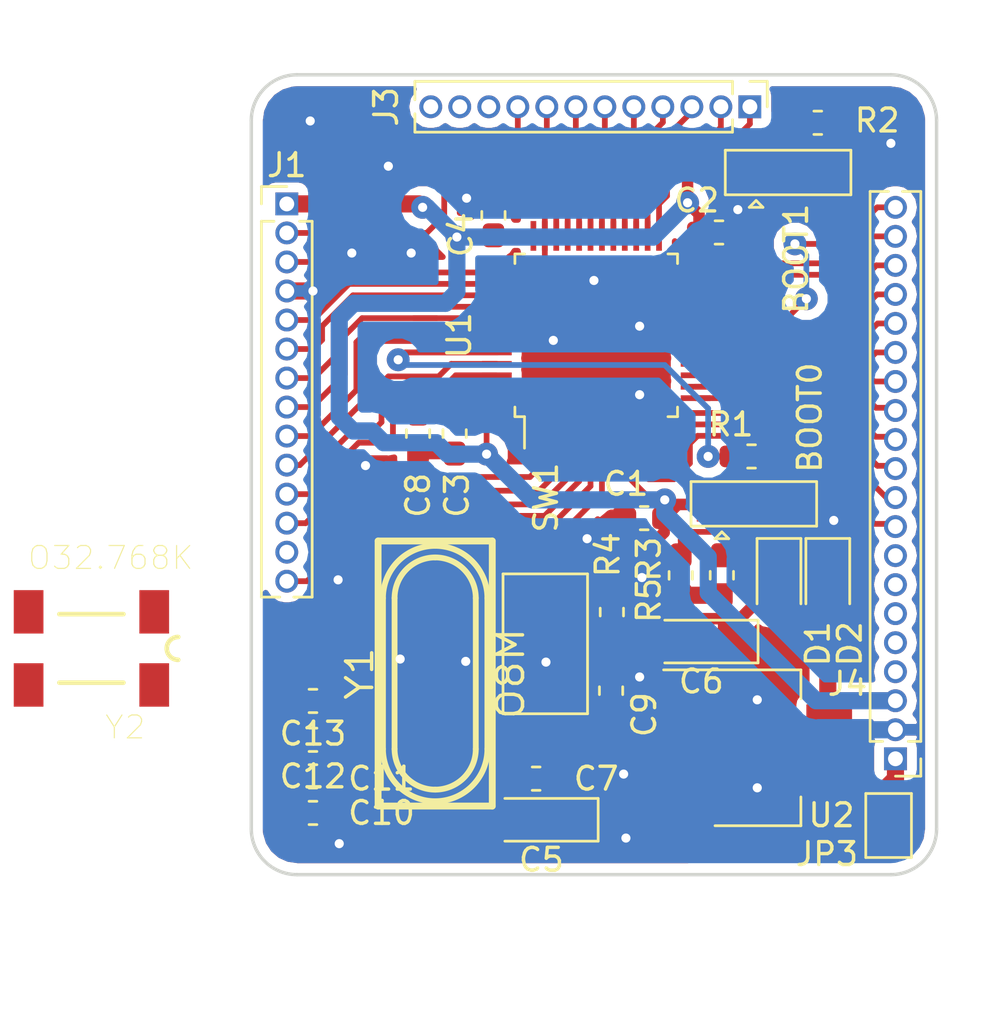
<source format=kicad_pcb>
(kicad_pcb (version 20171130) (host pcbnew 5.0.1-33cea8e~68~ubuntu18.04.1)

  (general
    (thickness 1.6)
    (drawings 12)
    (tracks 513)
    (zones 0)
    (modules 31)
    (nets 59)
  )

  (page A4)
  (layers
    (0 F.Cu signal)
    (31 B.Cu signal)
    (32 B.Adhes user hide)
    (33 F.Adhes user hide)
    (34 B.Paste user hide)
    (35 F.Paste user)
    (36 B.SilkS user hide)
    (37 F.SilkS user)
    (38 B.Mask user hide)
    (39 F.Mask user)
    (40 Dwgs.User user hide)
    (41 Cmts.User user hide)
    (42 Eco1.User user hide)
    (43 Eco2.User user hide)
    (44 Edge.Cuts user hide)
    (45 Margin user hide)
    (46 B.CrtYd user hide)
    (47 F.CrtYd user)
    (48 B.Fab user hide)
    (49 F.Fab user)
  )

  (setup
    (last_trace_width 0.25)
    (trace_clearance 0.2)
    (zone_clearance 0.426)
    (zone_45_only no)
    (trace_min 0.2)
    (segment_width 0.2)
    (edge_width 0.15)
    (via_size 0.5)
    (via_drill 0.4)
    (via_min_size 0.4)
    (via_min_drill 0.3)
    (uvia_size 0.3)
    (uvia_drill 0.1)
    (uvias_allowed no)
    (uvia_min_size 0.2)
    (uvia_min_drill 0.1)
    (pcb_text_width 0.3)
    (pcb_text_size 1.5 1.5)
    (mod_edge_width 0.15)
    (mod_text_size 1 1)
    (mod_text_width 0.15)
    (pad_size 1.524 1.524)
    (pad_drill 0.762)
    (pad_to_mask_clearance 0.051)
    (solder_mask_min_width 0.25)
    (aux_axis_origin 0 0)
    (visible_elements FFFFEFFF)
    (pcbplotparams
      (layerselection 0x010fc_ffffffff)
      (usegerberextensions false)
      (usegerberattributes false)
      (usegerberadvancedattributes false)
      (creategerberjobfile false)
      (excludeedgelayer true)
      (linewidth 0.100000)
      (plotframeref false)
      (viasonmask false)
      (mode 1)
      (useauxorigin false)
      (hpglpennumber 1)
      (hpglpenspeed 20)
      (hpglpendiameter 15.000000)
      (psnegative false)
      (psa4output false)
      (plotreference true)
      (plotvalue true)
      (plotinvisibletext false)
      (padsonsilk false)
      (subtractmaskfromsilk false)
      (outputformat 1)
      (mirror false)
      (drillshape 1)
      (scaleselection 1)
      (outputdirectory ""))
  )

  (net 0 "")
  (net 1 3V3)
  (net 2 +5V)
  (net 3 GND)
  (net 4 "Net-(D2-Pad1)")
  (net 5 /BOOT0)
  (net 6 "Net-(D1-Pad1)")
  (net 7 /RESET)
  (net 8 /PC13)
  (net 9 /PC14)
  (net 10 /PC15)
  (net 11 /OSCIN)
  (net 12 /OSCOUT)
  (net 13 /PA0)
  (net 14 /PA1)
  (net 15 /PA2)
  (net 16 /PA3)
  (net 17 /PA4)
  (net 18 /PA5)
  (net 19 /PA6)
  (net 20 /PA7)
  (net 21 /PB0)
  (net 22 /PB1)
  (net 23 /BOOT1)
  (net 24 /PB10)
  (net 25 /PB11)
  (net 26 /SWCLK)
  (net 27 /PA15)
  (net 28 /PB3)
  (net 29 /PB4)
  (net 30 /PB5)
  (net 31 /PB6)
  (net 32 /PB7)
  (net 33 /PB8)
  (net 34 /PB9)
  (net 35 "Net-(J4-Pad1)")
  (net 36 /PB12)
  (net 37 /PB13)
  (net 38 /PB14)
  (net 39 /PB15)
  (net 40 /PA8)
  (net 41 /PA9)
  (net 42 /PA10)
  (net 43 /PA11)
  (net 44 /PA12)
  (net 45 /SWIO)
  (net 46 "Net-(BOOT0-Pad2)")
  (net 47 "Net-(BOOT1-Pad2)")
  (net 48 +3V3)
  (net 49 /VBAT)
  (net 50 "Net-(J4-Pad8)")
  (net 51 "Net-(J4-Pad7)")
  (net 52 "Net-(J4-Pad6)")
  (net 53 "Net-(J4-Pad5)")
  (net 54 "Net-(J4-Pad4)")
  (net 55 "Net-(J1-Pad13)")
  (net 56 "Net-(J3-Pad12)")
  (net 57 "Net-(J3-Pad11)")
  (net 58 "Net-(J3-Pad10)")

  (net_class Default "This is the default net class."
    (clearance 0.2)
    (trace_width 0.25)
    (via_dia 0.5)
    (via_drill 0.4)
    (uvia_dia 0.3)
    (uvia_drill 0.1)
    (add_net +3V3)
    (add_net /BOOT0)
    (add_net /BOOT1)
    (add_net /OSCIN)
    (add_net /OSCOUT)
    (add_net /PA0)
    (add_net /PA1)
    (add_net /PA10)
    (add_net /PA11)
    (add_net /PA12)
    (add_net /PA15)
    (add_net /PA2)
    (add_net /PA3)
    (add_net /PA4)
    (add_net /PA5)
    (add_net /PA6)
    (add_net /PA7)
    (add_net /PA8)
    (add_net /PA9)
    (add_net /PB0)
    (add_net /PB1)
    (add_net /PB10)
    (add_net /PB11)
    (add_net /PB12)
    (add_net /PB13)
    (add_net /PB14)
    (add_net /PB15)
    (add_net /PB3)
    (add_net /PB4)
    (add_net /PB5)
    (add_net /PB6)
    (add_net /PB7)
    (add_net /PB8)
    (add_net /PB9)
    (add_net /PC13)
    (add_net /PC14)
    (add_net /PC15)
    (add_net /RESET)
    (add_net /SWCLK)
    (add_net /SWIO)
    (add_net /VBAT)
    (add_net "Net-(BOOT0-Pad2)")
    (add_net "Net-(BOOT1-Pad2)")
    (add_net "Net-(D1-Pad1)")
    (add_net "Net-(D2-Pad1)")
    (add_net "Net-(J1-Pad13)")
    (add_net "Net-(J3-Pad10)")
    (add_net "Net-(J3-Pad11)")
    (add_net "Net-(J3-Pad12)")
    (add_net "Net-(J4-Pad4)")
    (add_net "Net-(J4-Pad5)")
    (add_net "Net-(J4-Pad6)")
    (add_net "Net-(J4-Pad7)")
    (add_net "Net-(J4-Pad8)")
  )

  (net_class 3v3 ""
    (clearance 0.2)
    (trace_width 0.75)
    (via_dia 1)
    (via_drill 0.4)
    (uvia_dia 0.3)
    (uvia_drill 0.1)
    (add_net 3V3)
  )

  (net_class GND ""
    (clearance 0.2)
    (trace_width 0.75)
    (via_dia 1)
    (via_drill 0.4)
    (uvia_dia 0.3)
    (uvia_drill 0.1)
    (add_net GND)
    (add_net "Net-(J4-Pad1)")
  )

  (net_class PWR ""
    (clearance 0.2)
    (trace_width 0.5)
    (via_dia 0.8)
    (via_drill 0.4)
    (uvia_dia 0.3)
    (uvia_drill 0.1)
    (add_net +5V)
  )

  (module Capacitor_Tantalum_SMD:CP_EIA-3216-12_Kemet-S_Pad1.58x1.35mm_HandSolder (layer F.Cu) (tedit 5B301BBE) (tstamp 5BDF5EF1)
    (at 31.7 36.8 180)
    (descr "Tantalum Capacitor SMD Kemet-S (3216-12 Metric), IPC_7351 nominal, (Body size from: http://www.kemet.com/Lists/ProductCatalog/Attachments/253/KEM_TC101_STD.pdf), generated with kicad-footprint-generator")
    (tags "capacitor tantalum")
    (path /5BCE94BD)
    (attr smd)
    (fp_text reference C6 (at 0 -1.75 180) (layer F.SilkS)
      (effects (font (size 1 1) (thickness 0.15)))
    )
    (fp_text value TC106,10V (at 0 1.75 180) (layer F.Fab)
      (effects (font (size 1 1) (thickness 0.15)))
    )
    (fp_text user %R (at 0 0 180) (layer F.Fab)
      (effects (font (size 0.8 0.8) (thickness 0.12)))
    )
    (fp_line (start 2.48 1.05) (end -2.48 1.05) (layer F.CrtYd) (width 0.05))
    (fp_line (start 2.48 -1.05) (end 2.48 1.05) (layer F.CrtYd) (width 0.05))
    (fp_line (start -2.48 -1.05) (end 2.48 -1.05) (layer F.CrtYd) (width 0.05))
    (fp_line (start -2.48 1.05) (end -2.48 -1.05) (layer F.CrtYd) (width 0.05))
    (fp_line (start -2.485 0.935) (end 1.6 0.935) (layer F.SilkS) (width 0.12))
    (fp_line (start -2.485 -0.935) (end -2.485 0.935) (layer F.SilkS) (width 0.12))
    (fp_line (start 1.6 -0.935) (end -2.485 -0.935) (layer F.SilkS) (width 0.12))
    (fp_line (start 1.6 0.8) (end 1.6 -0.8) (layer F.Fab) (width 0.1))
    (fp_line (start -1.6 0.8) (end 1.6 0.8) (layer F.Fab) (width 0.1))
    (fp_line (start -1.6 -0.4) (end -1.6 0.8) (layer F.Fab) (width 0.1))
    (fp_line (start -1.2 -0.8) (end -1.6 -0.4) (layer F.Fab) (width 0.1))
    (fp_line (start 1.6 -0.8) (end -1.2 -0.8) (layer F.Fab) (width 0.1))
    (pad 2 smd roundrect (at 1.4375 0 180) (size 1.575 1.35) (layers F.Cu F.Paste F.Mask) (roundrect_rratio 0.185185)
      (net 3 GND))
    (pad 1 smd roundrect (at -1.4375 0 180) (size 1.575 1.35) (layers F.Cu F.Paste F.Mask) (roundrect_rratio 0.185185)
      (net 48 +3V3))
    (model ${KISYS3DMOD}/Capacitor_Tantalum_SMD.3dshapes/CP_EIA-3216-12_Kemet-S.wrl
      (at (xyz 0 0 0))
      (scale (xyz 1 1 1))
      (rotate (xyz 0 0 0))
    )
  )

  (module Capacitor_Tantalum_SMD:CP_EIA-3216-12_Kemet-S_Pad1.58x1.35mm_HandSolder (layer F.Cu) (tedit 5B301BBE) (tstamp 5BDF5EDF)
    (at 24.7 44.6 180)
    (descr "Tantalum Capacitor SMD Kemet-S (3216-12 Metric), IPC_7351 nominal, (Body size from: http://www.kemet.com/Lists/ProductCatalog/Attachments/253/KEM_TC101_STD.pdf), generated with kicad-footprint-generator")
    (tags "capacitor tantalum")
    (path /5BCE9101)
    (attr smd)
    (fp_text reference C5 (at 0 -1.75 180) (layer F.SilkS)
      (effects (font (size 1 1) (thickness 0.15)))
    )
    (fp_text value TC106,10V (at 0 1.75 180) (layer F.Fab)
      (effects (font (size 1 1) (thickness 0.15)))
    )
    (fp_line (start 1.6 -0.8) (end -1.2 -0.8) (layer F.Fab) (width 0.1))
    (fp_line (start -1.2 -0.8) (end -1.6 -0.4) (layer F.Fab) (width 0.1))
    (fp_line (start -1.6 -0.4) (end -1.6 0.8) (layer F.Fab) (width 0.1))
    (fp_line (start -1.6 0.8) (end 1.6 0.8) (layer F.Fab) (width 0.1))
    (fp_line (start 1.6 0.8) (end 1.6 -0.8) (layer F.Fab) (width 0.1))
    (fp_line (start 1.6 -0.935) (end -2.485 -0.935) (layer F.SilkS) (width 0.12))
    (fp_line (start -2.485 -0.935) (end -2.485 0.935) (layer F.SilkS) (width 0.12))
    (fp_line (start -2.485 0.935) (end 1.6 0.935) (layer F.SilkS) (width 0.12))
    (fp_line (start -2.48 1.05) (end -2.48 -1.05) (layer F.CrtYd) (width 0.05))
    (fp_line (start -2.48 -1.05) (end 2.48 -1.05) (layer F.CrtYd) (width 0.05))
    (fp_line (start 2.48 -1.05) (end 2.48 1.05) (layer F.CrtYd) (width 0.05))
    (fp_line (start 2.48 1.05) (end -2.48 1.05) (layer F.CrtYd) (width 0.05))
    (fp_text user %R (at 0 0 180) (layer F.Fab)
      (effects (font (size 0.8 0.8) (thickness 0.12)))
    )
    (pad 1 smd roundrect (at -1.4375 0 180) (size 1.575 1.35) (layers F.Cu F.Paste F.Mask) (roundrect_rratio 0.185185)
      (net 2 +5V))
    (pad 2 smd roundrect (at 1.4375 0 180) (size 1.575 1.35) (layers F.Cu F.Paste F.Mask) (roundrect_rratio 0.185185)
      (net 3 GND))
    (model ${KISYS3DMOD}/Capacitor_Tantalum_SMD.3dshapes/CP_EIA-3216-12_Kemet-S.wrl
      (at (xyz 0 0 0))
      (scale (xyz 1 1 1))
      (rotate (xyz 0 0 0))
    )
  )

  (module footprint-lib.pretty:MC-306 (layer F.Cu) (tedit 5BD20AC3) (tstamp 5BDF5BD5)
    (at 5 37.1 180)
    (descr "<b>MC-306 CRYSTAL UNIT</b><p>Source: MC-306_405_406_E07X.PDF")
    (path /5BCBF11C)
    (attr smd)
    (fp_text reference Y2 (at -1.48071 -3.45353 180) (layer F.SilkS)
      (effects (font (size 1.00102 1.00102) (thickness 0.05)))
    )
    (fp_text value O32.768K (at -0.84523 3.9628 180) (layer F.SilkS)
      (effects (font (size 1.00121 1.00121) (thickness 0.05)))
    )
    (fp_line (start -3.9 -1.5) (end 3.9 -1.5) (layer Dwgs.User) (width 0.2032))
    (fp_line (start 3.9 1.5) (end -3.9 1.5) (layer Dwgs.User) (width 0.2032))
    (fp_line (start -1.4 -1.5) (end 1.4 -1.5) (layer F.SilkS) (width 0.2032))
    (fp_line (start 1.4 1.5) (end -1.4 1.5) (layer F.SilkS) (width 0.2032))
    (fp_arc (start -3.8 0) (end -3.8 0.5) (angle -180) (layer F.SilkS) (width 0.2032))
    (pad 1 smd rect (at -2.75 1.6 180) (size 1.3 1.9) (layers F.Cu F.Paste F.Mask)
      (net 10 /PC15))
    (pad 2 smd rect (at 2.75 1.6 180) (size 1.3 1.9) (layers F.Cu F.Paste F.Mask)
      (net 9 /PC14))
    (pad 3 smd rect (at 2.75 -1.6) (size 1.3 1.9) (layers F.Cu F.Paste F.Mask))
    (pad 4 smd rect (at -2.75 -1.6) (size 1.3 1.9) (layers F.Cu F.Paste F.Mask))
    (model /home/logic/_workspace/kicad/kicad_library/kicad-packages3d/Crystal_SMD_SeikoEpson_MC306-4pin_8.0x3.2mm.wrl
      (at (xyz 0 0 0))
      (scale (xyz 1 1 1))
      (rotate (xyz 0 0 0))
    )
    (model /home/logic/_workspace/kicad/kicad_library/kicad-packages3d/Crystal_SMD_SeikoEpson_MC306-4pin_8.0x3.2mm_HandSoldering.wrl
      (at (xyz 0 0 0))
      (scale (xyz 1 1 1))
      (rotate (xyz 0 0 0))
    )
  )

  (module w_crystal:hc-49_smd (layer F.Cu) (tedit 0) (tstamp 5BDF5BC0)
    (at 20.05 38.2 90)
    (descr "Crystal, HC-49/SMD")
    (tags QUARTZ)
    (path /5BCC6C8D)
    (autoplace_cost180 10)
    (fp_text reference Y1 (at 0 -3.302 90) (layer F.SilkS)
      (effects (font (size 1.143 1.27) (thickness 0.1524)))
    )
    (fp_text value O8M (at 0 3.302 90) (layer F.SilkS)
      (effects (font (size 1.143 1.27) (thickness 0.1524)))
    )
    (fp_line (start -5.79882 -2.49936) (end -5.79882 2.49936) (layer F.SilkS) (width 0.29972))
    (fp_line (start -5.79882 2.49936) (end 5.79882 2.49936) (layer F.SilkS) (width 0.29972))
    (fp_line (start 5.79882 2.49936) (end 5.79882 -2.49936) (layer F.SilkS) (width 0.29972))
    (fp_line (start 5.79882 -2.49936) (end -5.79882 -2.49936) (layer F.SilkS) (width 0.29972))
    (fp_arc (start 3.302 0) (end 3.302 -2.286) (angle 90) (layer F.SilkS) (width 0.254))
    (fp_line (start -3.302 1.778) (end 3.302 1.778) (layer F.SilkS) (width 0.254))
    (fp_line (start 3.302 -1.778) (end -3.302 -1.778) (layer F.SilkS) (width 0.254))
    (fp_arc (start 3.302 0) (end 5.08 0) (angle 90) (layer F.SilkS) (width 0.254))
    (fp_arc (start 3.302 0) (end 3.302 -1.778) (angle 90) (layer F.SilkS) (width 0.254))
    (fp_arc (start -3.302 0) (end -3.302 1.778) (angle 90) (layer F.SilkS) (width 0.254))
    (fp_arc (start -3.302 0) (end -5.08 0) (angle 90) (layer F.SilkS) (width 0.254))
    (fp_arc (start 3.302 0) (end 5.588 0) (angle 90) (layer F.SilkS) (width 0.254))
    (fp_line (start 3.302 2.286) (end -3.302 2.286) (layer F.SilkS) (width 0.254))
    (fp_line (start -3.302 -2.286) (end 3.302 -2.286) (layer F.SilkS) (width 0.254))
    (fp_arc (start -3.302 0) (end -3.302 2.286) (angle 90) (layer F.SilkS) (width 0.254))
    (fp_arc (start -3.302 0) (end -5.588 0) (angle 90) (layer F.SilkS) (width 0.254))
    (pad 1 smd rect (at -4.7498 0 90) (size 5.4991 1.99898) (layers F.Cu F.Paste F.Mask)
      (net 12 /OSCOUT))
    (pad 2 smd rect (at 4.7498 0 90) (size 5.4991 1.99898) (layers F.Cu F.Paste F.Mask)
      (net 11 /OSCIN))
    (model ${HOME}/_workspace/kicad/kicad_library/smisioto-footprints/modules/packages3d/walter/crystal/crystal_hc-49-smd.wrl
      (at (xyz 0 0 0))
      (scale (xyz 1 1 1))
      (rotate (xyz 0 0 0))
    )
  )

  (module Connector_PinHeader_1.27mm:PinHeader_1x20_P1.27mm_Vertical locked (layer F.Cu) (tedit 59FED6E3) (tstamp 5C13654F)
    (at 40.2 41.93 180)
    (descr "Through hole straight pin header, 1x20, 1.27mm pitch, single row")
    (tags "Through hole pin header THT 1x20 1.27mm single row")
    (path /5BDCE49F)
    (fp_text reference J4 (at 2.1 3.28 180) (layer F.SilkS)
      (effects (font (size 1 1) (thickness 0.15)))
    )
    (fp_text value Conn_01x12 (at 0 25.825 180) (layer F.Fab)
      (effects (font (size 1 1) (thickness 0.15)))
    )
    (fp_text user %R (at 0 12.065 270) (layer F.Fab)
      (effects (font (size 1 1) (thickness 0.15)))
    )
    (fp_line (start 1.55 -1.15) (end -1.55 -1.15) (layer F.CrtYd) (width 0.05))
    (fp_line (start 1.55 25.3) (end 1.55 -1.15) (layer F.CrtYd) (width 0.05))
    (fp_line (start -1.55 25.3) (end 1.55 25.3) (layer F.CrtYd) (width 0.05))
    (fp_line (start -1.55 -1.15) (end -1.55 25.3) (layer F.CrtYd) (width 0.05))
    (fp_line (start -1.11 -0.76) (end 0 -0.76) (layer F.SilkS) (width 0.12))
    (fp_line (start -1.11 0) (end -1.11 -0.76) (layer F.SilkS) (width 0.12))
    (fp_line (start 0.563471 0.76) (end 1.11 0.76) (layer F.SilkS) (width 0.12))
    (fp_line (start -1.11 0.76) (end -0.563471 0.76) (layer F.SilkS) (width 0.12))
    (fp_line (start 1.11 0.76) (end 1.11 24.825) (layer F.SilkS) (width 0.12))
    (fp_line (start -1.11 0.76) (end -1.11 24.825) (layer F.SilkS) (width 0.12))
    (fp_line (start 0.30753 24.825) (end 1.11 24.825) (layer F.SilkS) (width 0.12))
    (fp_line (start -1.11 24.825) (end -0.30753 24.825) (layer F.SilkS) (width 0.12))
    (fp_line (start -1.05 -0.11) (end -0.525 -0.635) (layer F.Fab) (width 0.1))
    (fp_line (start -1.05 24.765) (end -1.05 -0.11) (layer F.Fab) (width 0.1))
    (fp_line (start 1.05 24.765) (end -1.05 24.765) (layer F.Fab) (width 0.1))
    (fp_line (start 1.05 -0.635) (end 1.05 24.765) (layer F.Fab) (width 0.1))
    (fp_line (start -0.525 -0.635) (end 1.05 -0.635) (layer F.Fab) (width 0.1))
    (pad 20 thru_hole oval (at 0 24.13 180) (size 1 1) (drill 0.65) (layers *.Cu *.Mask)
      (net 25 /PB11))
    (pad 19 thru_hole oval (at 0 22.86 180) (size 1 1) (drill 0.65) (layers *.Cu *.Mask)
      (net 24 /PB10))
    (pad 18 thru_hole oval (at 0 21.59 180) (size 1 1) (drill 0.65) (layers *.Cu *.Mask)
      (net 22 /PB1))
    (pad 17 thru_hole oval (at 0 20.32 180) (size 1 1) (drill 0.65) (layers *.Cu *.Mask)
      (net 21 /PB0))
    (pad 16 thru_hole oval (at 0 19.05 180) (size 1 1) (drill 0.65) (layers *.Cu *.Mask)
      (net 20 /PA7))
    (pad 15 thru_hole oval (at 0 17.78 180) (size 1 1) (drill 0.65) (layers *.Cu *.Mask)
      (net 19 /PA6))
    (pad 14 thru_hole oval (at 0 16.51 180) (size 1 1) (drill 0.65) (layers *.Cu *.Mask)
      (net 18 /PA5))
    (pad 13 thru_hole oval (at 0 15.24 180) (size 1 1) (drill 0.65) (layers *.Cu *.Mask)
      (net 17 /PA4))
    (pad 12 thru_hole oval (at 0 13.97 180) (size 1 1) (drill 0.65) (layers *.Cu *.Mask)
      (net 16 /PA3))
    (pad 11 thru_hole oval (at 0 12.7 180) (size 1 1) (drill 0.65) (layers *.Cu *.Mask)
      (net 15 /PA2))
    (pad 10 thru_hole oval (at 0 11.43 180) (size 1 1) (drill 0.65) (layers *.Cu *.Mask)
      (net 14 /PA1))
    (pad 9 thru_hole oval (at 0 10.16 180) (size 1 1) (drill 0.65) (layers *.Cu *.Mask)
      (net 13 /PA0))
    (pad 8 thru_hole oval (at 0 8.89 180) (size 1 1) (drill 0.65) (layers *.Cu *.Mask)
      (net 50 "Net-(J4-Pad8)"))
    (pad 7 thru_hole oval (at 0 7.62 180) (size 1 1) (drill 0.65) (layers *.Cu *.Mask)
      (net 51 "Net-(J4-Pad7)"))
    (pad 6 thru_hole oval (at 0 6.35 180) (size 1 1) (drill 0.65) (layers *.Cu *.Mask)
      (net 52 "Net-(J4-Pad6)"))
    (pad 5 thru_hole oval (at 0 5.08 180) (size 1 1) (drill 0.65) (layers *.Cu *.Mask)
      (net 53 "Net-(J4-Pad5)"))
    (pad 4 thru_hole oval (at 0 3.81 180) (size 1 1) (drill 0.65) (layers *.Cu *.Mask)
      (net 54 "Net-(J4-Pad4)"))
    (pad 3 thru_hole oval (at 0 2.54 180) (size 1 1) (drill 0.65) (layers *.Cu *.Mask)
      (net 48 +3V3))
    (pad 2 thru_hole oval (at 0 1.27 180) (size 1 1) (drill 0.65) (layers *.Cu *.Mask)
      (net 3 GND))
    (pad 1 thru_hole rect (at 0 0 180) (size 1 1) (drill 0.65) (layers *.Cu *.Mask)
      (net 35 "Net-(J4-Pad1)"))
    (model ${KISYS3DMOD}/Connector_PinHeader_1.27mm.3dshapes/PinHeader_1x20_P1.27mm_Vertical.wrl
      (at (xyz 0 0 0))
      (scale (xyz 1 1 1))
      (rotate (xyz 0 0 0))
    )
  )

  (module Connector_PinHeader_1.27mm:PinHeader_1x14_P1.27mm_Vertical locked (layer F.Cu) (tedit 59FED6E3) (tstamp 5BCB2129)
    (at 13.55348 17.65)
    (descr "Through hole straight pin header, 1x14, 1.27mm pitch, single row")
    (tags "Through hole pin header THT 1x14 1.27mm single row")
    (path /5BDC5267)
    (fp_text reference J1 (at 0 -1.695) (layer F.SilkS)
      (effects (font (size 1 1) (thickness 0.15)))
    )
    (fp_text value Conn_01x14 (at 0 18.205) (layer F.Fab)
      (effects (font (size 1 1) (thickness 0.15)))
    )
    (fp_line (start -0.525 -0.635) (end 1.05 -0.635) (layer F.Fab) (width 0.1))
    (fp_line (start 1.05 -0.635) (end 1.05 17.145) (layer F.Fab) (width 0.1))
    (fp_line (start 1.05 17.145) (end -1.05 17.145) (layer F.Fab) (width 0.1))
    (fp_line (start -1.05 17.145) (end -1.05 -0.11) (layer F.Fab) (width 0.1))
    (fp_line (start -1.05 -0.11) (end -0.525 -0.635) (layer F.Fab) (width 0.1))
    (fp_line (start -1.11 17.205) (end -0.30753 17.205) (layer F.SilkS) (width 0.12))
    (fp_line (start 0.30753 17.205) (end 1.11 17.205) (layer F.SilkS) (width 0.12))
    (fp_line (start -1.11 0.76) (end -1.11 17.205) (layer F.SilkS) (width 0.12))
    (fp_line (start 1.11 0.76) (end 1.11 17.205) (layer F.SilkS) (width 0.12))
    (fp_line (start -1.11 0.76) (end -0.563471 0.76) (layer F.SilkS) (width 0.12))
    (fp_line (start 0.563471 0.76) (end 1.11 0.76) (layer F.SilkS) (width 0.12))
    (fp_line (start -1.11 0) (end -1.11 -0.76) (layer F.SilkS) (width 0.12))
    (fp_line (start -1.11 -0.76) (end 0 -0.76) (layer F.SilkS) (width 0.12))
    (fp_line (start -1.55 -1.15) (end -1.55 17.65) (layer F.CrtYd) (width 0.05))
    (fp_line (start -1.55 17.65) (end 1.55 17.65) (layer F.CrtYd) (width 0.05))
    (fp_line (start 1.55 17.65) (end 1.55 -1.15) (layer F.CrtYd) (width 0.05))
    (fp_line (start 1.55 -1.15) (end -1.55 -1.15) (layer F.CrtYd) (width 0.05))
    (fp_text user %R (at 0 8.255 90) (layer F.Fab)
      (effects (font (size 1 1) (thickness 0.15)))
    )
    (pad 1 thru_hole rect (at 0 0) (size 1 1) (drill 0.65) (layers *.Cu *.Mask)
      (net 48 +3V3))
    (pad 2 thru_hole oval (at 0 1.27) (size 1 1) (drill 0.65) (layers *.Cu *.Mask)
      (net 45 /SWIO))
    (pad 3 thru_hole oval (at 0 2.54) (size 1 1) (drill 0.65) (layers *.Cu *.Mask)
      (net 26 /SWCLK))
    (pad 4 thru_hole oval (at 0 3.81) (size 1 1) (drill 0.65) (layers *.Cu *.Mask)
      (net 3 GND))
    (pad 5 thru_hole oval (at 0 5.08) (size 1 1) (drill 0.65) (layers *.Cu *.Mask)
      (net 27 /PA15))
    (pad 6 thru_hole oval (at 0 6.35) (size 1 1) (drill 0.65) (layers *.Cu *.Mask)
      (net 28 /PB3))
    (pad 7 thru_hole oval (at 0 7.62) (size 1 1) (drill 0.65) (layers *.Cu *.Mask)
      (net 29 /PB4))
    (pad 8 thru_hole oval (at 0 8.89) (size 1 1) (drill 0.65) (layers *.Cu *.Mask)
      (net 30 /PB5))
    (pad 9 thru_hole oval (at 0 10.16) (size 1 1) (drill 0.65) (layers *.Cu *.Mask)
      (net 31 /PB6))
    (pad 10 thru_hole oval (at 0 11.43) (size 1 1) (drill 0.65) (layers *.Cu *.Mask)
      (net 32 /PB7))
    (pad 11 thru_hole oval (at 0 12.7) (size 1 1) (drill 0.65) (layers *.Cu *.Mask)
      (net 33 /PB8))
    (pad 12 thru_hole oval (at 0 13.97) (size 1 1) (drill 0.65) (layers *.Cu *.Mask)
      (net 34 /PB9))
    (pad 13 thru_hole oval (at 0 15.24) (size 1 1) (drill 0.65) (layers *.Cu *.Mask)
      (net 55 "Net-(J1-Pad13)"))
    (pad 14 thru_hole oval (at 0 16.51) (size 1 1) (drill 0.65) (layers *.Cu *.Mask)
      (net 8 /PC13))
    (model ${KISYS3DMOD}/Connector_PinHeader_1.27mm.3dshapes/PinHeader_1x14_P1.27mm_Vertical.wrl
      (at (xyz 0 0 0))
      (scale (xyz 1 1 1))
      (rotate (xyz 0 0 0))
    )
  )

  (module Connector_PinHeader_1.27mm:PinHeader_1x12_P1.27mm_Vertical (layer F.Cu) (tedit 59FED6E3) (tstamp 5C10D969)
    (at 33.82674 13.4 270)
    (descr "Through hole straight pin header, 1x12, 1.27mm pitch, single row")
    (tags "Through hole pin header THT 1x12 1.27mm single row")
    (path /5BDC51B3)
    (fp_text reference J3 (at 0 15.92674 270) (layer F.SilkS)
      (effects (font (size 1 1) (thickness 0.15)))
    )
    (fp_text value Conn_01x12 (at 0 15.665 270) (layer F.Fab)
      (effects (font (size 1 1) (thickness 0.15)))
    )
    (fp_text user %R (at 0 6.985) (layer F.Fab)
      (effects (font (size 1 1) (thickness 0.15)))
    )
    (fp_line (start 1.55 -1.15) (end -1.55 -1.15) (layer F.CrtYd) (width 0.05))
    (fp_line (start 1.55 15.15) (end 1.55 -1.15) (layer F.CrtYd) (width 0.05))
    (fp_line (start -1.55 15.15) (end 1.55 15.15) (layer F.CrtYd) (width 0.05))
    (fp_line (start -1.55 -1.15) (end -1.55 15.15) (layer F.CrtYd) (width 0.05))
    (fp_line (start -1.11 -0.76) (end 0 -0.76) (layer F.SilkS) (width 0.12))
    (fp_line (start -1.11 0) (end -1.11 -0.76) (layer F.SilkS) (width 0.12))
    (fp_line (start 0.563471 0.76) (end 1.11 0.76) (layer F.SilkS) (width 0.12))
    (fp_line (start -1.11 0.76) (end -0.563471 0.76) (layer F.SilkS) (width 0.12))
    (fp_line (start 1.11 0.76) (end 1.11 14.665) (layer F.SilkS) (width 0.12))
    (fp_line (start -1.11 0.76) (end -1.11 14.665) (layer F.SilkS) (width 0.12))
    (fp_line (start 0.30753 14.665) (end 1.11 14.665) (layer F.SilkS) (width 0.12))
    (fp_line (start -1.11 14.665) (end -0.30753 14.665) (layer F.SilkS) (width 0.12))
    (fp_line (start -1.05 -0.11) (end -0.525 -0.635) (layer F.Fab) (width 0.1))
    (fp_line (start -1.05 14.605) (end -1.05 -0.11) (layer F.Fab) (width 0.1))
    (fp_line (start 1.05 14.605) (end -1.05 14.605) (layer F.Fab) (width 0.1))
    (fp_line (start 1.05 -0.635) (end 1.05 14.605) (layer F.Fab) (width 0.1))
    (fp_line (start -0.525 -0.635) (end 1.05 -0.635) (layer F.Fab) (width 0.1))
    (pad 12 thru_hole oval (at 0 13.97 270) (size 1 1) (drill 0.65) (layers *.Cu *.Mask)
      (net 56 "Net-(J3-Pad12)"))
    (pad 11 thru_hole oval (at 0 12.7 270) (size 1 1) (drill 0.65) (layers *.Cu *.Mask)
      (net 57 "Net-(J3-Pad11)"))
    (pad 10 thru_hole oval (at 0 11.43 270) (size 1 1) (drill 0.65) (layers *.Cu *.Mask)
      (net 58 "Net-(J3-Pad10)"))
    (pad 9 thru_hole oval (at 0 10.16 270) (size 1 1) (drill 0.65) (layers *.Cu *.Mask)
      (net 44 /PA12))
    (pad 8 thru_hole oval (at 0 8.89 270) (size 1 1) (drill 0.65) (layers *.Cu *.Mask)
      (net 43 /PA11))
    (pad 7 thru_hole oval (at 0 7.62 270) (size 1 1) (drill 0.65) (layers *.Cu *.Mask)
      (net 42 /PA10))
    (pad 6 thru_hole oval (at 0 6.35 270) (size 1 1) (drill 0.65) (layers *.Cu *.Mask)
      (net 41 /PA9))
    (pad 5 thru_hole oval (at 0 5.08 270) (size 1 1) (drill 0.65) (layers *.Cu *.Mask)
      (net 40 /PA8))
    (pad 4 thru_hole oval (at 0 3.81 270) (size 1 1) (drill 0.65) (layers *.Cu *.Mask)
      (net 39 /PB15))
    (pad 3 thru_hole oval (at 0 2.54 270) (size 1 1) (drill 0.65) (layers *.Cu *.Mask)
      (net 38 /PB14))
    (pad 2 thru_hole oval (at 0 1.27 270) (size 1 1) (drill 0.65) (layers *.Cu *.Mask)
      (net 37 /PB13))
    (pad 1 thru_hole rect (at 0 0 270) (size 1 1) (drill 0.65) (layers *.Cu *.Mask)
      (net 36 /PB12))
    (model ${KISYS3DMOD}/Connector_PinHeader_1.27mm.3dshapes/PinHeader_1x12_P1.27mm_Vertical.wrl
      (at (xyz 0 0 0))
      (scale (xyz 1 1 1))
      (rotate (xyz 0 0 0))
    )
  )

  (module Jumper:SolderJumper-3_P2.0mm_Open_TrianglePad1.0x1.5mm (layer F.Cu) (tedit 5A64803D) (tstamp 5BE54866)
    (at 34 30.8)
    (descr "SMD Solder Jumper, 1x1.5mm Triangular Pads, 0.3mm gap, open")
    (tags "solder jumper open")
    (path /5BCF8FA5)
    (attr virtual)
    (fp_text reference BOOT0 (at 2.45 -3.8 90) (layer F.SilkS)
      (effects (font (size 1 1) (thickness 0.15)))
    )
    (fp_text value SolderJumper_3_Open (at 0.725 1.925) (layer F.Fab)
      (effects (font (size 1 1) (thickness 0.15)))
    )
    (fp_line (start -1.1 1.5) (end -1.4 1.2) (layer F.SilkS) (width 0.12))
    (fp_line (start -1.7 1.5) (end -1.1 1.5) (layer F.SilkS) (width 0.12))
    (fp_line (start -1.4 1.2) (end -1.7 1.5) (layer F.SilkS) (width 0.12))
    (fp_line (start -2.75 0.95) (end -2.75 -1) (layer F.SilkS) (width 0.12))
    (fp_line (start 2.75 0.95) (end -2.75 0.95) (layer F.SilkS) (width 0.12))
    (fp_line (start 2.75 -1) (end 2.75 0.95) (layer F.SilkS) (width 0.12))
    (fp_line (start -2.75 -1) (end 2.75 -1) (layer F.SilkS) (width 0.12))
    (fp_line (start -2.98 -1.27) (end 3 -1.27) (layer F.CrtYd) (width 0.05))
    (fp_line (start -2.98 -1.27) (end -2.98 1.25) (layer F.CrtYd) (width 0.05))
    (fp_line (start 3 1.25) (end 3 -1.27) (layer F.CrtYd) (width 0.05))
    (fp_line (start 3 1.25) (end -2.98 1.25) (layer F.CrtYd) (width 0.05))
    (pad "" smd rect (at 1.2 0) (size 1.5 1.5) (layers F.Mask))
    (pad "" smd rect (at -1.2 0) (size 1.5 1.5) (layers F.Mask))
    (pad 1 smd custom (at -2 0) (size 0.3 0.3) (layers F.Cu F.Mask)
      (net 48 +3V3) (zone_connect 0)
      (options (clearance outline) (anchor rect))
      (primitives
        (gr_poly (pts
           (xy -0.5 -0.75) (xy 0.5 -0.75) (xy 1 0) (xy 0.5 0.75) (xy -0.5 0.75)
) (width 0))
      ))
    (pad 2 smd custom (at 0 0) (size 0.3 0.3) (layers F.Cu)
      (net 46 "Net-(BOOT0-Pad2)") (zone_connect 0)
      (options (clearance outline) (anchor rect))
      (primitives
        (gr_poly (pts
           (xy -1.2 -0.75) (xy 1.2 -0.75) (xy 0.7 0) (xy 1.2 0.75) (xy -1.2 0.75)
           (xy -0.7 0)) (width 0))
      ))
    (pad 3 smd custom (at 2 0 180) (size 0.3 0.3) (layers F.Cu F.Mask)
      (net 3 GND) (zone_connect 0)
      (options (clearance outline) (anchor rect))
      (primitives
        (gr_poly (pts
           (xy -0.5 -0.75) (xy 0.5 -0.75) (xy 1 0) (xy 0.5 0.75) (xy -0.5 0.75)
) (width 0))
      ))
  )

  (module Jumper:SolderJumper-3_P2.0mm_Open_TrianglePad1.0x1.5mm (layer F.Cu) (tedit 5A64803D) (tstamp 5BD2CBDA)
    (at 35.5 16.3)
    (descr "SMD Solder Jumper, 1x1.5mm Triangular Pads, 0.3mm gap, open")
    (tags "solder jumper open")
    (path /5BCF9021)
    (attr virtual)
    (fp_text reference BOOT1 (at 0.35 3.75 90) (layer F.SilkS)
      (effects (font (size 1 1) (thickness 0.15)))
    )
    (fp_text value SolderJumper_3_Open (at 0.725 1.925) (layer F.Fab)
      (effects (font (size 1 1) (thickness 0.15)))
    )
    (fp_line (start 3 1.25) (end -2.98 1.25) (layer F.CrtYd) (width 0.05))
    (fp_line (start 3 1.25) (end 3 -1.27) (layer F.CrtYd) (width 0.05))
    (fp_line (start -2.98 -1.27) (end -2.98 1.25) (layer F.CrtYd) (width 0.05))
    (fp_line (start -2.98 -1.27) (end 3 -1.27) (layer F.CrtYd) (width 0.05))
    (fp_line (start -2.75 -1) (end 2.75 -1) (layer F.SilkS) (width 0.12))
    (fp_line (start 2.75 -1) (end 2.75 0.95) (layer F.SilkS) (width 0.12))
    (fp_line (start 2.75 0.95) (end -2.75 0.95) (layer F.SilkS) (width 0.12))
    (fp_line (start -2.75 0.95) (end -2.75 -1) (layer F.SilkS) (width 0.12))
    (fp_line (start -1.4 1.2) (end -1.7 1.5) (layer F.SilkS) (width 0.12))
    (fp_line (start -1.7 1.5) (end -1.1 1.5) (layer F.SilkS) (width 0.12))
    (fp_line (start -1.1 1.5) (end -1.4 1.2) (layer F.SilkS) (width 0.12))
    (pad 3 smd custom (at 2 0 180) (size 0.3 0.3) (layers F.Cu F.Mask)
      (net 3 GND) (zone_connect 0)
      (options (clearance outline) (anchor rect))
      (primitives
        (gr_poly (pts
           (xy -0.5 -0.75) (xy 0.5 -0.75) (xy 1 0) (xy 0.5 0.75) (xy -0.5 0.75)
) (width 0))
      ))
    (pad 2 smd custom (at 0 0) (size 0.3 0.3) (layers F.Cu)
      (net 47 "Net-(BOOT1-Pad2)") (zone_connect 0)
      (options (clearance outline) (anchor rect))
      (primitives
        (gr_poly (pts
           (xy -1.2 -0.75) (xy 1.2 -0.75) (xy 0.7 0) (xy 1.2 0.75) (xy -1.2 0.75)
           (xy -0.7 0)) (width 0))
      ))
    (pad 1 smd custom (at -2 0) (size 0.3 0.3) (layers F.Cu F.Mask)
      (net 48 +3V3) (zone_connect 0)
      (options (clearance outline) (anchor rect))
      (primitives
        (gr_poly (pts
           (xy -0.5 -0.75) (xy 0.5 -0.75) (xy 1 0) (xy 0.5 0.75) (xy -0.5 0.75)
) (width 0))
      ))
    (pad "" smd rect (at -1.2 0) (size 1.5 1.5) (layers F.Mask))
    (pad "" smd rect (at 1.2 0) (size 1.5 1.5) (layers F.Mask))
  )

  (module Capacitor_SMD:C_0603_1608Metric_Pad1.05x0.95mm_HandSolder (layer F.Cu) (tedit 5B301BBE) (tstamp 5C01FE33)
    (at 29.2 31.4 180)
    (descr "Capacitor SMD 0603 (1608 Metric), square (rectangular) end terminal, IPC_7351 nominal with elongated pad for handsoldering. (Body size source: http://www.tortai-tech.com/upload/download/2011102023233369053.pdf), generated with kicad-footprint-generator")
    (tags "capacitor handsolder")
    (path /5BCBC4D6)
    (attr smd)
    (fp_text reference C1 (at 0.8 1.5 180) (layer F.SilkS)
      (effects (font (size 1 1) (thickness 0.15)))
    )
    (fp_text value C104 (at 0 1.43 180) (layer F.Fab)
      (effects (font (size 1 1) (thickness 0.15)))
    )
    (fp_text user %R (at 0 0 180) (layer F.Fab)
      (effects (font (size 0.4 0.4) (thickness 0.06)))
    )
    (fp_line (start 1.65 0.73) (end -1.65 0.73) (layer F.CrtYd) (width 0.05))
    (fp_line (start 1.65 -0.73) (end 1.65 0.73) (layer F.CrtYd) (width 0.05))
    (fp_line (start -1.65 -0.73) (end 1.65 -0.73) (layer F.CrtYd) (width 0.05))
    (fp_line (start -1.65 0.73) (end -1.65 -0.73) (layer F.CrtYd) (width 0.05))
    (fp_line (start -0.171268 0.51) (end 0.171268 0.51) (layer F.SilkS) (width 0.12))
    (fp_line (start -0.171268 -0.51) (end 0.171268 -0.51) (layer F.SilkS) (width 0.12))
    (fp_line (start 0.8 0.4) (end -0.8 0.4) (layer F.Fab) (width 0.1))
    (fp_line (start 0.8 -0.4) (end 0.8 0.4) (layer F.Fab) (width 0.1))
    (fp_line (start -0.8 -0.4) (end 0.8 -0.4) (layer F.Fab) (width 0.1))
    (fp_line (start -0.8 0.4) (end -0.8 -0.4) (layer F.Fab) (width 0.1))
    (pad 2 smd roundrect (at 0.874999 0 180) (size 1.05 0.95) (layers F.Cu F.Paste F.Mask) (roundrect_rratio 0.25)
      (net 3 GND))
    (pad 1 smd roundrect (at -0.874999 0 180) (size 1.05 0.95) (layers F.Cu F.Paste F.Mask) (roundrect_rratio 0.25)
      (net 48 +3V3))
    (model ${KISYS3DMOD}/Capacitor_SMD.3dshapes/C_0603_1608Metric.wrl
      (at (xyz 0 0 0))
      (scale (xyz 1 1 1))
      (rotate (xyz 0 0 0))
    )
  )

  (module Jumper:SolderJumper-2_P1.3mm_Open_TrianglePad1.0x1.5mm (layer F.Cu) (tedit 5A64794F) (tstamp 5C02F38C)
    (at 39.9 44.85 270)
    (descr "SMD Solder Jumper, 1x1.5mm Triangular Pads, 0.3mm gap, open")
    (tags "solder jumper open")
    (path /5BE05EFF)
    (attr virtual)
    (fp_text reference JP3 (at 1.25 2.7) (layer F.SilkS)
      (effects (font (size 1 1) (thickness 0.15)))
    )
    (fp_text value Jumper_NO_Small (at 0 1.9 270) (layer F.Fab)
      (effects (font (size 1 1) (thickness 0.15)))
    )
    (fp_line (start 1.65 1.25) (end -1.65 1.25) (layer F.CrtYd) (width 0.05))
    (fp_line (start 1.65 1.25) (end 1.65 -1.25) (layer F.CrtYd) (width 0.05))
    (fp_line (start -1.65 -1.25) (end -1.65 1.25) (layer F.CrtYd) (width 0.05))
    (fp_line (start -1.65 -1.25) (end 1.65 -1.25) (layer F.CrtYd) (width 0.05))
    (fp_line (start -1.4 -1) (end 1.4 -1) (layer F.SilkS) (width 0.12))
    (fp_line (start 1.4 -1) (end 1.4 1) (layer F.SilkS) (width 0.12))
    (fp_line (start 1.4 1) (end -1.4 1) (layer F.SilkS) (width 0.12))
    (fp_line (start -1.4 1) (end -1.4 -1) (layer F.SilkS) (width 0.12))
    (pad 1 smd custom (at -0.725 0 270) (size 0.3 0.3) (layers F.Cu F.Mask)
      (net 35 "Net-(J4-Pad1)") (zone_connect 0)
      (options (clearance outline) (anchor rect))
      (primitives
        (gr_poly (pts
           (xy -0.5 -0.75) (xy 0.5 -0.75) (xy 1 0) (xy 0.5 0.75) (xy -0.5 0.75)
) (width 0))
      ))
    (pad 2 smd custom (at 0.725 0 270) (size 0.3 0.3) (layers F.Cu F.Mask)
      (net 2 +5V) (zone_connect 0)
      (options (clearance outline) (anchor rect))
      (primitives
        (gr_poly (pts
           (xy -0.65 -0.75) (xy 0.5 -0.75) (xy 0.5 0.75) (xy -0.65 0.75) (xy -0.15 0)
) (width 0))
      ))
  )

  (module Capacitor_SMD:C_0603_1608Metric_Pad1.05x0.95mm_HandSolder (layer F.Cu) (tedit 5B301BBE) (tstamp 5BE549CC)
    (at 19.3 27.7 90)
    (descr "Capacitor SMD 0603 (1608 Metric), square (rectangular) end terminal, IPC_7351 nominal with elongated pad for handsoldering. (Body size source: http://www.tortai-tech.com/upload/download/2011102023233369053.pdf), generated with kicad-footprint-generator")
    (tags "capacitor handsolder")
    (path /5BD956B7)
    (attr smd)
    (fp_text reference C8 (at -2.7 0 90) (layer F.SilkS)
      (effects (font (size 1 1) (thickness 0.15)))
    )
    (fp_text value C104 (at 0 1.43 90) (layer F.Fab)
      (effects (font (size 1 1) (thickness 0.15)))
    )
    (fp_text user %R (at 0 0 90) (layer F.Fab)
      (effects (font (size 0.4 0.4) (thickness 0.06)))
    )
    (fp_line (start 1.65 0.73) (end -1.65 0.73) (layer F.CrtYd) (width 0.05))
    (fp_line (start 1.65 -0.73) (end 1.65 0.73) (layer F.CrtYd) (width 0.05))
    (fp_line (start -1.65 -0.73) (end 1.65 -0.73) (layer F.CrtYd) (width 0.05))
    (fp_line (start -1.65 0.73) (end -1.65 -0.73) (layer F.CrtYd) (width 0.05))
    (fp_line (start -0.171268 0.51) (end 0.171268 0.51) (layer F.SilkS) (width 0.12))
    (fp_line (start -0.171268 -0.51) (end 0.171268 -0.51) (layer F.SilkS) (width 0.12))
    (fp_line (start 0.8 0.4) (end -0.8 0.4) (layer F.Fab) (width 0.1))
    (fp_line (start 0.8 -0.4) (end 0.8 0.4) (layer F.Fab) (width 0.1))
    (fp_line (start -0.8 -0.4) (end 0.8 -0.4) (layer F.Fab) (width 0.1))
    (fp_line (start -0.8 0.4) (end -0.8 -0.4) (layer F.Fab) (width 0.1))
    (pad 2 smd roundrect (at 0.874999 0 90) (size 1.05 0.95) (layers F.Cu F.Paste F.Mask) (roundrect_rratio 0.25)
      (net 3 GND))
    (pad 1 smd roundrect (at -0.874999 0 90) (size 1.05 0.95) (layers F.Cu F.Paste F.Mask) (roundrect_rratio 0.25)
      (net 48 +3V3))
    (model ${KISYS3DMOD}/Capacitor_SMD.3dshapes/C_0603_1608Metric.wrl
      (at (xyz 0 0 0))
      (scale (xyz 1 1 1))
      (rotate (xyz 0 0 0))
    )
  )

  (module Capacitor_SMD:C_0603_1608Metric_Pad1.05x0.95mm_HandSolder (layer F.Cu) (tedit 5B301BBE) (tstamp 5BE54999)
    (at 14.7 42.7 180)
    (descr "Capacitor SMD 0603 (1608 Metric), square (rectangular) end terminal, IPC_7351 nominal with elongated pad for handsoldering. (Body size source: http://www.tortai-tech.com/upload/download/2011102023233369053.pdf), generated with kicad-footprint-generator")
    (tags "capacitor handsolder")
    (path /5BCC6C08)
    (attr smd)
    (fp_text reference C11 (at -3 -0.1 180) (layer F.SilkS)
      (effects (font (size 1 1) (thickness 0.15)))
    )
    (fp_text value C20pf (at 0 1.43 180) (layer F.Fab)
      (effects (font (size 1 1) (thickness 0.15)))
    )
    (fp_text user %R (at -0.54304 -10.21408 90) (layer F.Fab)
      (effects (font (size 0.4 0.4) (thickness 0.06)))
    )
    (fp_line (start 1.65 0.73) (end -1.65 0.73) (layer F.CrtYd) (width 0.05))
    (fp_line (start 1.65 -0.73) (end 1.65 0.73) (layer F.CrtYd) (width 0.05))
    (fp_line (start -1.65 -0.73) (end 1.65 -0.73) (layer F.CrtYd) (width 0.05))
    (fp_line (start -1.65 0.73) (end -1.65 -0.73) (layer F.CrtYd) (width 0.05))
    (fp_line (start -0.171267 0.51) (end 0.171267 0.51) (layer F.SilkS) (width 0.12))
    (fp_line (start -0.171267 -0.51) (end 0.171267 -0.51) (layer F.SilkS) (width 0.12))
    (fp_line (start 0.8 0.4) (end -0.8 0.4) (layer F.Fab) (width 0.1))
    (fp_line (start 0.8 -0.4) (end 0.8 0.4) (layer F.Fab) (width 0.1))
    (fp_line (start -0.8 -0.4) (end 0.8 -0.4) (layer F.Fab) (width 0.1))
    (fp_line (start -0.8 0.4) (end -0.8 -0.4) (layer F.Fab) (width 0.1))
    (pad 2 smd roundrect (at 0.875 0 180) (size 1.05 0.95) (layers F.Cu F.Paste F.Mask) (roundrect_rratio 0.25)
      (net 3 GND))
    (pad 1 smd roundrect (at -0.875 0 180) (size 1.05 0.95) (layers F.Cu F.Paste F.Mask) (roundrect_rratio 0.25)
      (net 11 /OSCIN))
    (model ${KISYS3DMOD}/Capacitor_SMD.3dshapes/C_0603_1608Metric.wrl
      (at (xyz 0 0 0))
      (scale (xyz 1 1 1))
      (rotate (xyz 0 0 0))
    )
  )

  (module Capacitor_SMD:C_0603_1608Metric_Pad1.05x0.95mm_HandSolder (layer F.Cu) (tedit 5B301BBE) (tstamp 5BCB3159)
    (at 14.7 44.3 180)
    (descr "Capacitor SMD 0603 (1608 Metric), square (rectangular) end terminal, IPC_7351 nominal with elongated pad for handsoldering. (Body size source: http://www.tortai-tech.com/upload/download/2011102023233369053.pdf), generated with kicad-footprint-generator")
    (tags "capacitor handsolder")
    (path /5BCC6BCE)
    (attr smd)
    (fp_text reference C10 (at -3 0 180) (layer F.SilkS)
      (effects (font (size 1 1) (thickness 0.15)))
    )
    (fp_text value C20pf (at 0 1.43 180) (layer F.Fab)
      (effects (font (size 1 1) (thickness 0.15)))
    )
    (fp_line (start -0.8 0.4) (end -0.8 -0.4) (layer F.Fab) (width 0.1))
    (fp_line (start -0.8 -0.4) (end 0.8 -0.4) (layer F.Fab) (width 0.1))
    (fp_line (start 0.8 -0.4) (end 0.8 0.4) (layer F.Fab) (width 0.1))
    (fp_line (start 0.8 0.4) (end -0.8 0.4) (layer F.Fab) (width 0.1))
    (fp_line (start -0.171267 -0.51) (end 0.171267 -0.51) (layer F.SilkS) (width 0.12))
    (fp_line (start -0.171267 0.51) (end 0.171267 0.51) (layer F.SilkS) (width 0.12))
    (fp_line (start -1.65 0.73) (end -1.65 -0.73) (layer F.CrtYd) (width 0.05))
    (fp_line (start -1.65 -0.73) (end 1.65 -0.73) (layer F.CrtYd) (width 0.05))
    (fp_line (start 1.65 -0.73) (end 1.65 0.73) (layer F.CrtYd) (width 0.05))
    (fp_line (start 1.65 0.73) (end -1.65 0.73) (layer F.CrtYd) (width 0.05))
    (fp_text user %R (at 0 0 180) (layer F.Fab)
      (effects (font (size 0.4 0.4) (thickness 0.06)))
    )
    (pad 1 smd roundrect (at -0.875 0 180) (size 1.05 0.95) (layers F.Cu F.Paste F.Mask) (roundrect_rratio 0.25)
      (net 12 /OSCOUT))
    (pad 2 smd roundrect (at 0.875 0 180) (size 1.05 0.95) (layers F.Cu F.Paste F.Mask) (roundrect_rratio 0.25)
      (net 3 GND))
    (model ${KISYS3DMOD}/Capacitor_SMD.3dshapes/C_0603_1608Metric.wrl
      (at (xyz 0 0 0))
      (scale (xyz 1 1 1))
      (rotate (xyz 0 0 0))
    )
  )

  (module Button_Switch_SMD:SW_SPST_CK_RS282G05A3 (layer F.Cu) (tedit 5A7A67D2) (tstamp 5C142916)
    (at 24.87 36.9 90)
    (descr https://www.mouser.com/ds/2/60/RS-282G05A-SM_RT-1159762.pdf)
    (tags "SPST button tactile switch")
    (path /5BCDA0C8)
    (attr smd)
    (fp_text reference SW1 (at 6.4 0.03 90) (layer F.SilkS)
      (effects (font (size 1 1) (thickness 0.15)))
    )
    (fp_text value SW_Push (at 0 3 90) (layer F.Fab)
      (effects (font (size 1 1) (thickness 0.15)))
    )
    (fp_line (start 3 -1.8) (end 3 1.8) (layer F.Fab) (width 0.1))
    (fp_line (start -3 -1.8) (end -3 1.8) (layer F.Fab) (width 0.1))
    (fp_line (start -3 -1.8) (end 3 -1.8) (layer F.Fab) (width 0.1))
    (fp_line (start -3 1.8) (end 3 1.8) (layer F.Fab) (width 0.1))
    (fp_line (start -1.5 -0.8) (end -1.5 0.8) (layer F.Fab) (width 0.1))
    (fp_line (start 1.5 -0.8) (end 1.5 0.8) (layer F.Fab) (width 0.1))
    (fp_line (start -1.5 -0.8) (end 1.5 -0.8) (layer F.Fab) (width 0.1))
    (fp_line (start -1.5 0.8) (end 1.5 0.8) (layer F.Fab) (width 0.1))
    (fp_line (start -3.06 1.85) (end -3.06 -1.85) (layer F.SilkS) (width 0.12))
    (fp_line (start 3.06 1.85) (end -3.06 1.85) (layer F.SilkS) (width 0.12))
    (fp_line (start 3.06 -1.85) (end 3.06 1.85) (layer F.SilkS) (width 0.12))
    (fp_line (start -3.06 -1.85) (end 3.06 -1.85) (layer F.SilkS) (width 0.12))
    (fp_line (start -1.75 1) (end -1.75 -1) (layer F.Fab) (width 0.1))
    (fp_line (start 1.75 1) (end -1.75 1) (layer F.Fab) (width 0.1))
    (fp_line (start 1.75 -1) (end 1.75 1) (layer F.Fab) (width 0.1))
    (fp_line (start -1.75 -1) (end 1.75 -1) (layer F.Fab) (width 0.1))
    (fp_text user %R (at 0 -2.6 90) (layer F.Fab)
      (effects (font (size 1 1) (thickness 0.15)))
    )
    (fp_line (start -4.9 -2.05) (end 4.9 -2.05) (layer F.CrtYd) (width 0.05))
    (fp_line (start 4.9 -2.05) (end 4.9 2.05) (layer F.CrtYd) (width 0.05))
    (fp_line (start 4.9 2.05) (end -4.9 2.05) (layer F.CrtYd) (width 0.05))
    (fp_line (start -4.9 2.05) (end -4.9 -2.05) (layer F.CrtYd) (width 0.05))
    (pad 2 smd rect (at 3.9 0 90) (size 1.5 1.5) (layers F.Cu F.Paste F.Mask)
      (net 7 /RESET))
    (pad 1 smd rect (at -3.9 0 90) (size 1.5 1.5) (layers F.Cu F.Paste F.Mask)
      (net 3 GND))
    (model ${KISYS3DMOD}/Button_Switch_SMD.3dshapes/SW_SPST_CK_RS282G05A3.wrl
      (at (xyz 0 0 0))
      (scale (xyz 1 1 1))
      (rotate (xyz 0 0 0))
    )
  )

  (module Capacitor_SMD:C_0603_1608Metric_Pad1.05x0.95mm_HandSolder (layer F.Cu) (tedit 5B301BBE) (tstamp 5BE54A10)
    (at 32.475 18.9)
    (descr "Capacitor SMD 0603 (1608 Metric), square (rectangular) end terminal, IPC_7351 nominal with elongated pad for handsoldering. (Body size source: http://www.tortai-tech.com/upload/download/2011102023233369053.pdf), generated with kicad-footprint-generator")
    (tags "capacitor handsolder")
    (path /5BCBD860)
    (attr smd)
    (fp_text reference C2 (at -0.975 -1.4) (layer F.SilkS)
      (effects (font (size 1 1) (thickness 0.15)))
    )
    (fp_text value C104 (at 0 1.43) (layer F.Fab)
      (effects (font (size 1 1) (thickness 0.15)))
    )
    (fp_text user %R (at 0 0) (layer F.Fab)
      (effects (font (size 0.4 0.4) (thickness 0.06)))
    )
    (fp_line (start 1.65 0.73) (end -1.65 0.73) (layer F.CrtYd) (width 0.05))
    (fp_line (start 1.65 -0.73) (end 1.65 0.73) (layer F.CrtYd) (width 0.05))
    (fp_line (start -1.65 -0.73) (end 1.65 -0.73) (layer F.CrtYd) (width 0.05))
    (fp_line (start -1.65 0.73) (end -1.65 -0.73) (layer F.CrtYd) (width 0.05))
    (fp_line (start -0.171267 0.51) (end 0.171267 0.51) (layer F.SilkS) (width 0.12))
    (fp_line (start -0.171267 -0.51) (end 0.171267 -0.51) (layer F.SilkS) (width 0.12))
    (fp_line (start 0.8 0.4) (end -0.8 0.4) (layer F.Fab) (width 0.1))
    (fp_line (start 0.8 -0.4) (end 0.8 0.4) (layer F.Fab) (width 0.1))
    (fp_line (start -0.8 -0.4) (end 0.8 -0.4) (layer F.Fab) (width 0.1))
    (fp_line (start -0.8 0.4) (end -0.8 -0.4) (layer F.Fab) (width 0.1))
    (pad 2 smd roundrect (at 0.875 0) (size 1.05 0.95) (layers F.Cu F.Paste F.Mask) (roundrect_rratio 0.25)
      (net 3 GND))
    (pad 1 smd roundrect (at -0.875 0) (size 1.05 0.95) (layers F.Cu F.Paste F.Mask) (roundrect_rratio 0.25)
      (net 48 +3V3))
    (model ${KISYS3DMOD}/Capacitor_SMD.3dshapes/C_0603_1608Metric.wrl
      (at (xyz 0 0 0))
      (scale (xyz 1 1 1))
      (rotate (xyz 0 0 0))
    )
  )

  (module Capacitor_SMD:C_0603_1608Metric_Pad1.05x0.95mm_HandSolder (layer F.Cu) (tedit 5B301BBE) (tstamp 5BE549FF)
    (at 20.9 27.7 90)
    (descr "Capacitor SMD 0603 (1608 Metric), square (rectangular) end terminal, IPC_7351 nominal with elongated pad for handsoldering. (Body size source: http://www.tortai-tech.com/upload/download/2011102023233369053.pdf), generated with kicad-footprint-generator")
    (tags "capacitor handsolder")
    (path /5BCBE2F2)
    (attr smd)
    (fp_text reference C3 (at -2.7 0.1 90) (layer F.SilkS)
      (effects (font (size 1 1) (thickness 0.15)))
    )
    (fp_text value C104 (at 0 1.43 90) (layer F.Fab)
      (effects (font (size 1 1) (thickness 0.15)))
    )
    (fp_line (start -0.8 0.4) (end -0.8 -0.4) (layer F.Fab) (width 0.1))
    (fp_line (start -0.8 -0.4) (end 0.8 -0.4) (layer F.Fab) (width 0.1))
    (fp_line (start 0.8 -0.4) (end 0.8 0.4) (layer F.Fab) (width 0.1))
    (fp_line (start 0.8 0.4) (end -0.8 0.4) (layer F.Fab) (width 0.1))
    (fp_line (start -0.171268 -0.51) (end 0.171268 -0.51) (layer F.SilkS) (width 0.12))
    (fp_line (start -0.171268 0.51) (end 0.171268 0.51) (layer F.SilkS) (width 0.12))
    (fp_line (start -1.65 0.73) (end -1.65 -0.73) (layer F.CrtYd) (width 0.05))
    (fp_line (start -1.65 -0.73) (end 1.65 -0.73) (layer F.CrtYd) (width 0.05))
    (fp_line (start 1.65 -0.73) (end 1.65 0.73) (layer F.CrtYd) (width 0.05))
    (fp_line (start 1.65 0.73) (end -1.65 0.73) (layer F.CrtYd) (width 0.05))
    (fp_text user %R (at 0 0 90) (layer F.Fab)
      (effects (font (size 0.4 0.4) (thickness 0.06)))
    )
    (pad 1 smd roundrect (at -0.874999 0 90) (size 1.05 0.95) (layers F.Cu F.Paste F.Mask) (roundrect_rratio 0.25)
      (net 48 +3V3))
    (pad 2 smd roundrect (at 0.874999 0 90) (size 1.05 0.95) (layers F.Cu F.Paste F.Mask) (roundrect_rratio 0.25)
      (net 3 GND))
    (model ${KISYS3DMOD}/Capacitor_SMD.3dshapes/C_0603_1608Metric.wrl
      (at (xyz 0 0 0))
      (scale (xyz 1 1 1))
      (rotate (xyz 0 0 0))
    )
  )

  (module Capacitor_SMD:C_0603_1608Metric_Pad1.05x0.95mm_HandSolder (layer F.Cu) (tedit 5B301BBE) (tstamp 5BE549EE)
    (at 22.6 18.15 90)
    (descr "Capacitor SMD 0603 (1608 Metric), square (rectangular) end terminal, IPC_7351 nominal with elongated pad for handsoldering. (Body size source: http://www.tortai-tech.com/upload/download/2011102023233369053.pdf), generated with kicad-footprint-generator")
    (tags "capacitor handsolder")
    (path /5BCBE306)
    (attr smd)
    (fp_text reference C4 (at -0.85 -1.43 90) (layer F.SilkS)
      (effects (font (size 1 1) (thickness 0.15)))
    )
    (fp_text value C104 (at 0 1.43 90) (layer F.Fab)
      (effects (font (size 1 1) (thickness 0.15)))
    )
    (fp_text user %R (at 0 0 90) (layer F.Fab)
      (effects (font (size 0.4 0.4) (thickness 0.06)))
    )
    (fp_line (start 1.65 0.73) (end -1.65 0.73) (layer F.CrtYd) (width 0.05))
    (fp_line (start 1.65 -0.73) (end 1.65 0.73) (layer F.CrtYd) (width 0.05))
    (fp_line (start -1.65 -0.73) (end 1.65 -0.73) (layer F.CrtYd) (width 0.05))
    (fp_line (start -1.65 0.73) (end -1.65 -0.73) (layer F.CrtYd) (width 0.05))
    (fp_line (start -0.171267 0.51) (end 0.171267 0.51) (layer F.SilkS) (width 0.12))
    (fp_line (start -0.171267 -0.51) (end 0.171267 -0.51) (layer F.SilkS) (width 0.12))
    (fp_line (start 0.8 0.4) (end -0.8 0.4) (layer F.Fab) (width 0.1))
    (fp_line (start 0.8 -0.4) (end 0.8 0.4) (layer F.Fab) (width 0.1))
    (fp_line (start -0.8 -0.4) (end 0.8 -0.4) (layer F.Fab) (width 0.1))
    (fp_line (start -0.8 0.4) (end -0.8 -0.4) (layer F.Fab) (width 0.1))
    (pad 2 smd roundrect (at 0.875 0 90) (size 1.05 0.95) (layers F.Cu F.Paste F.Mask) (roundrect_rratio 0.25)
      (net 3 GND))
    (pad 1 smd roundrect (at -0.875 0 90) (size 1.05 0.95) (layers F.Cu F.Paste F.Mask) (roundrect_rratio 0.25)
      (net 48 +3V3))
    (model ${KISYS3DMOD}/Capacitor_SMD.3dshapes/C_0603_1608Metric.wrl
      (at (xyz 0 0 0))
      (scale (xyz 1 1 1))
      (rotate (xyz 0 0 0))
    )
  )

  (module Capacitor_SMD:C_0603_1608Metric_Pad1.05x0.95mm_HandSolder (layer F.Cu) (tedit 5B301BBE) (tstamp 5BE549DD)
    (at 24.47 42.8 180)
    (descr "Capacitor SMD 0603 (1608 Metric), square (rectangular) end terminal, IPC_7351 nominal with elongated pad for handsoldering. (Body size source: http://www.tortai-tech.com/upload/download/2011102023233369053.pdf), generated with kicad-footprint-generator")
    (tags "capacitor handsolder")
    (path /5BD2B7D8)
    (attr smd)
    (fp_text reference C7 (at -2.63 0 180) (layer F.SilkS)
      (effects (font (size 1 1) (thickness 0.15)))
    )
    (fp_text value C105 (at 0 1.43 180) (layer F.Fab)
      (effects (font (size 1 1) (thickness 0.15)))
    )
    (fp_line (start -0.8 0.4) (end -0.8 -0.4) (layer F.Fab) (width 0.1))
    (fp_line (start -0.8 -0.4) (end 0.8 -0.4) (layer F.Fab) (width 0.1))
    (fp_line (start 0.8 -0.4) (end 0.8 0.4) (layer F.Fab) (width 0.1))
    (fp_line (start 0.8 0.4) (end -0.8 0.4) (layer F.Fab) (width 0.1))
    (fp_line (start -0.171267 -0.51) (end 0.171267 -0.51) (layer F.SilkS) (width 0.12))
    (fp_line (start -0.171267 0.51) (end 0.171267 0.51) (layer F.SilkS) (width 0.12))
    (fp_line (start -1.65 0.73) (end -1.65 -0.73) (layer F.CrtYd) (width 0.05))
    (fp_line (start -1.65 -0.73) (end 1.65 -0.73) (layer F.CrtYd) (width 0.05))
    (fp_line (start 1.65 -0.73) (end 1.65 0.73) (layer F.CrtYd) (width 0.05))
    (fp_line (start 1.65 0.73) (end -1.65 0.73) (layer F.CrtYd) (width 0.05))
    (fp_text user %R (at 0 0 180) (layer F.Fab)
      (effects (font (size 0.4 0.4) (thickness 0.06)))
    )
    (pad 1 smd roundrect (at -0.875 0 180) (size 1.05 0.95) (layers F.Cu F.Paste F.Mask) (roundrect_rratio 0.25)
      (net 48 +3V3))
    (pad 2 smd roundrect (at 0.875 0 180) (size 1.05 0.95) (layers F.Cu F.Paste F.Mask) (roundrect_rratio 0.25)
      (net 3 GND))
    (model ${KISYS3DMOD}/Capacitor_SMD.3dshapes/C_0603_1608Metric.wrl
      (at (xyz 0 0 0))
      (scale (xyz 1 1 1))
      (rotate (xyz 0 0 0))
    )
  )

  (module Capacitor_SMD:C_0603_1608Metric_Pad1.05x0.95mm_HandSolder (layer F.Cu) (tedit 5B301BBE) (tstamp 5BE549BB)
    (at 27.75 38.95 270)
    (descr "Capacitor SMD 0603 (1608 Metric), square (rectangular) end terminal, IPC_7351 nominal with elongated pad for handsoldering. (Body size source: http://www.tortai-tech.com/upload/download/2011102023233369053.pdf), generated with kicad-footprint-generator")
    (tags "capacitor handsolder")
    (path /5BCD9E3F)
    (attr smd)
    (fp_text reference C9 (at 1.05 -1.45 270) (layer F.SilkS)
      (effects (font (size 1 1) (thickness 0.15)))
    )
    (fp_text value C105 (at 0 1.43 270) (layer F.Fab)
      (effects (font (size 1 1) (thickness 0.15)))
    )
    (fp_line (start -0.8 0.4) (end -0.8 -0.4) (layer F.Fab) (width 0.1))
    (fp_line (start -0.8 -0.4) (end 0.8 -0.4) (layer F.Fab) (width 0.1))
    (fp_line (start 0.8 -0.4) (end 0.8 0.4) (layer F.Fab) (width 0.1))
    (fp_line (start 0.8 0.4) (end -0.8 0.4) (layer F.Fab) (width 0.1))
    (fp_line (start -0.171267 -0.51) (end 0.171267 -0.51) (layer F.SilkS) (width 0.12))
    (fp_line (start -0.171267 0.51) (end 0.171267 0.51) (layer F.SilkS) (width 0.12))
    (fp_line (start -1.65 0.73) (end -1.65 -0.73) (layer F.CrtYd) (width 0.05))
    (fp_line (start -1.65 -0.73) (end 1.65 -0.73) (layer F.CrtYd) (width 0.05))
    (fp_line (start 1.65 -0.73) (end 1.65 0.73) (layer F.CrtYd) (width 0.05))
    (fp_line (start 1.65 0.73) (end -1.65 0.73) (layer F.CrtYd) (width 0.05))
    (fp_text user %R (at 0 0 270) (layer F.Fab)
      (effects (font (size 0.4 0.4) (thickness 0.06)))
    )
    (pad 1 smd roundrect (at -0.875 0 270) (size 1.05 0.95) (layers F.Cu F.Paste F.Mask) (roundrect_rratio 0.25)
      (net 7 /RESET))
    (pad 2 smd roundrect (at 0.875 0 270) (size 1.05 0.95) (layers F.Cu F.Paste F.Mask) (roundrect_rratio 0.25)
      (net 3 GND))
    (model ${KISYS3DMOD}/Capacitor_SMD.3dshapes/C_0603_1608Metric.wrl
      (at (xyz 0 0 0))
      (scale (xyz 1 1 1))
      (rotate (xyz 0 0 0))
    )
  )

  (module Capacitor_SMD:C_0603_1608Metric_Pad1.05x0.95mm_HandSolder (layer F.Cu) (tedit 5B301BBE) (tstamp 5C146248)
    (at 14.7 41.1 180)
    (descr "Capacitor SMD 0603 (1608 Metric), square (rectangular) end terminal, IPC_7351 nominal with elongated pad for handsoldering. (Body size source: http://www.tortai-tech.com/upload/download/2011102023233369053.pdf), generated with kicad-footprint-generator")
    (tags "capacitor handsolder")
    (path /5BCBF1ED)
    (attr smd)
    (fp_text reference C12 (at 0 -1.6 180) (layer F.SilkS)
      (effects (font (size 1 1) (thickness 0.15)))
    )
    (fp_text value C20pf (at 0 1.43 180) (layer F.Fab)
      (effects (font (size 1 1) (thickness 0.15)))
    )
    (fp_line (start -0.8 0.4) (end -0.8 -0.4) (layer F.Fab) (width 0.1))
    (fp_line (start -0.8 -0.4) (end 0.8 -0.4) (layer F.Fab) (width 0.1))
    (fp_line (start 0.8 -0.4) (end 0.8 0.4) (layer F.Fab) (width 0.1))
    (fp_line (start 0.8 0.4) (end -0.8 0.4) (layer F.Fab) (width 0.1))
    (fp_line (start -0.171267 -0.51) (end 0.171267 -0.51) (layer F.SilkS) (width 0.12))
    (fp_line (start -0.171267 0.51) (end 0.171267 0.51) (layer F.SilkS) (width 0.12))
    (fp_line (start -1.65 0.73) (end -1.65 -0.73) (layer F.CrtYd) (width 0.05))
    (fp_line (start -1.65 -0.73) (end 1.65 -0.73) (layer F.CrtYd) (width 0.05))
    (fp_line (start 1.65 -0.73) (end 1.65 0.73) (layer F.CrtYd) (width 0.05))
    (fp_line (start 1.65 0.73) (end -1.65 0.73) (layer F.CrtYd) (width 0.05))
    (fp_text user %R (at 0 0 180) (layer F.Fab)
      (effects (font (size 0.4 0.4) (thickness 0.06)))
    )
    (pad 1 smd roundrect (at -0.875 0 180) (size 1.05 0.95) (layers F.Cu F.Paste F.Mask) (roundrect_rratio 0.25)
      (net 10 /PC15))
    (pad 2 smd roundrect (at 0.875 0 180) (size 1.05 0.95) (layers F.Cu F.Paste F.Mask) (roundrect_rratio 0.25)
      (net 3 GND))
    (model ${KISYS3DMOD}/Capacitor_SMD.3dshapes/C_0603_1608Metric.wrl
      (at (xyz 0 0 0))
      (scale (xyz 1 1 1))
      (rotate (xyz 0 0 0))
    )
  )

  (module Capacitor_SMD:C_0603_1608Metric_Pad1.05x0.95mm_HandSolder (layer F.Cu) (tedit 5B301BBE) (tstamp 5BCCF8B3)
    (at 14.7 39.4 180)
    (descr "Capacitor SMD 0603 (1608 Metric), square (rectangular) end terminal, IPC_7351 nominal with elongated pad for handsoldering. (Body size source: http://www.tortai-tech.com/upload/download/2011102023233369053.pdf), generated with kicad-footprint-generator")
    (tags "capacitor handsolder")
    (path /5BCBF22D)
    (attr smd)
    (fp_text reference C13 (at 0 -1.43 180) (layer F.SilkS)
      (effects (font (size 1 1) (thickness 0.15)))
    )
    (fp_text value C20pf (at 0 1.43 180) (layer F.Fab)
      (effects (font (size 1 1) (thickness 0.15)))
    )
    (fp_text user %R (at 0 0 180) (layer F.Fab)
      (effects (font (size 0.4 0.4) (thickness 0.06)))
    )
    (fp_line (start 1.65 0.73) (end -1.65 0.73) (layer F.CrtYd) (width 0.05))
    (fp_line (start 1.65 -0.73) (end 1.65 0.73) (layer F.CrtYd) (width 0.05))
    (fp_line (start -1.65 -0.73) (end 1.65 -0.73) (layer F.CrtYd) (width 0.05))
    (fp_line (start -1.65 0.73) (end -1.65 -0.73) (layer F.CrtYd) (width 0.05))
    (fp_line (start -0.171267 0.51) (end 0.171267 0.51) (layer F.SilkS) (width 0.12))
    (fp_line (start -0.171267 -0.51) (end 0.171267 -0.51) (layer F.SilkS) (width 0.12))
    (fp_line (start 0.8 0.4) (end -0.8 0.4) (layer F.Fab) (width 0.1))
    (fp_line (start 0.8 -0.4) (end 0.8 0.4) (layer F.Fab) (width 0.1))
    (fp_line (start -0.8 -0.4) (end 0.8 -0.4) (layer F.Fab) (width 0.1))
    (fp_line (start -0.8 0.4) (end -0.8 -0.4) (layer F.Fab) (width 0.1))
    (pad 2 smd roundrect (at 0.875 0 180) (size 1.05 0.95) (layers F.Cu F.Paste F.Mask) (roundrect_rratio 0.25)
      (net 3 GND))
    (pad 1 smd roundrect (at -0.875 0 180) (size 1.05 0.95) (layers F.Cu F.Paste F.Mask) (roundrect_rratio 0.25)
      (net 9 /PC14))
    (model ${KISYS3DMOD}/Capacitor_SMD.3dshapes/C_0603_1608Metric.wrl
      (at (xyz 0 0 0))
      (scale (xyz 1 1 1))
      (rotate (xyz 0 0 0))
    )
  )

  (module LED_SMD:LED_0805_2012Metric_Pad1.15x1.40mm_HandSolder (layer F.Cu) (tedit 5B4B45C9) (tstamp 5BE5483E)
    (at 35.1 34.15 270)
    (descr "LED SMD 0805 (2012 Metric), square (rectangular) end terminal, IPC_7351 nominal, (Body size source: https://docs.google.com/spreadsheets/d/1BsfQQcO9C6DZCsRaXUlFlo91Tg2WpOkGARC1WS5S8t0/edit?usp=sharing), generated with kicad-footprint-generator")
    (tags "LED handsolder")
    (path /5BCD1BF1)
    (attr smd)
    (fp_text reference D1 (at 2.75 -1.7 270) (layer F.SilkS)
      (effects (font (size 1 1) (thickness 0.15)))
    )
    (fp_text value LED_GREEN (at 0 1.65 270) (layer F.Fab)
      (effects (font (size 1 1) (thickness 0.15)))
    )
    (fp_line (start 1 -0.6) (end -0.7 -0.6) (layer F.Fab) (width 0.1))
    (fp_line (start -0.7 -0.6) (end -1 -0.3) (layer F.Fab) (width 0.1))
    (fp_line (start -1 -0.3) (end -1 0.6) (layer F.Fab) (width 0.1))
    (fp_line (start -1 0.6) (end 1 0.6) (layer F.Fab) (width 0.1))
    (fp_line (start 1 0.6) (end 1 -0.6) (layer F.Fab) (width 0.1))
    (fp_line (start 1 -0.96) (end -1.86 -0.96) (layer F.SilkS) (width 0.12))
    (fp_line (start -1.86 -0.96) (end -1.86 0.96) (layer F.SilkS) (width 0.12))
    (fp_line (start -1.86 0.96) (end 1 0.96) (layer F.SilkS) (width 0.12))
    (fp_line (start -1.85 0.95) (end -1.85 -0.95) (layer F.CrtYd) (width 0.05))
    (fp_line (start -1.85 -0.95) (end 1.85 -0.95) (layer F.CrtYd) (width 0.05))
    (fp_line (start 1.85 -0.95) (end 1.85 0.95) (layer F.CrtYd) (width 0.05))
    (fp_line (start 1.85 0.95) (end -1.85 0.95) (layer F.CrtYd) (width 0.05))
    (fp_text user %R (at 0 0 270) (layer F.Fab)
      (effects (font (size 0.5 0.5) (thickness 0.08)))
    )
    (pad 1 smd roundrect (at -1.025 0 270) (size 1.15 1.4) (layers F.Cu F.Paste F.Mask) (roundrect_rratio 0.217391)
      (net 6 "Net-(D1-Pad1)"))
    (pad 2 smd roundrect (at 1.025 0 270) (size 1.15 1.4) (layers F.Cu F.Paste F.Mask) (roundrect_rratio 0.217391)
      (net 48 +3V3))
    (model ${KISYS3DMOD}/LED_SMD.3dshapes/LED_0805_2012Metric.wrl
      (at (xyz 0 0 0))
      (scale (xyz 1 1 1))
      (rotate (xyz 0 0 0))
    )
  )

  (module LED_SMD:LED_0805_2012Metric_Pad1.15x1.40mm_HandSolder (layer F.Cu) (tedit 5B4B45C9) (tstamp 5BE5482B)
    (at 37.23856 34.15 270)
    (descr "LED SMD 0805 (2012 Metric), square (rectangular) end terminal, IPC_7351 nominal, (Body size source: https://docs.google.com/spreadsheets/d/1BsfQQcO9C6DZCsRaXUlFlo91Tg2WpOkGARC1WS5S8t0/edit?usp=sharing), generated with kicad-footprint-generator")
    (tags "LED handsolder")
    (path /5BCD7CA2)
    (attr smd)
    (fp_text reference D2 (at 2.75 -0.96144 270) (layer F.SilkS)
      (effects (font (size 1 1) (thickness 0.15)))
    )
    (fp_text value LED_ORANGE (at 0 1.65 270) (layer F.Fab)
      (effects (font (size 1 1) (thickness 0.15)))
    )
    (fp_text user %R (at 0 0 270) (layer F.Fab)
      (effects (font (size 0.5 0.5) (thickness 0.08)))
    )
    (fp_line (start 1.85 0.95) (end -1.85 0.95) (layer F.CrtYd) (width 0.05))
    (fp_line (start 1.85 -0.95) (end 1.85 0.95) (layer F.CrtYd) (width 0.05))
    (fp_line (start -1.85 -0.95) (end 1.85 -0.95) (layer F.CrtYd) (width 0.05))
    (fp_line (start -1.85 0.95) (end -1.85 -0.95) (layer F.CrtYd) (width 0.05))
    (fp_line (start -1.86 0.96) (end 1 0.96) (layer F.SilkS) (width 0.12))
    (fp_line (start -1.86 -0.96) (end -1.86 0.96) (layer F.SilkS) (width 0.12))
    (fp_line (start 1 -0.96) (end -1.86 -0.96) (layer F.SilkS) (width 0.12))
    (fp_line (start 1 0.6) (end 1 -0.6) (layer F.Fab) (width 0.1))
    (fp_line (start -1 0.6) (end 1 0.6) (layer F.Fab) (width 0.1))
    (fp_line (start -1 -0.3) (end -1 0.6) (layer F.Fab) (width 0.1))
    (fp_line (start -0.7 -0.6) (end -1 -0.3) (layer F.Fab) (width 0.1))
    (fp_line (start 1 -0.6) (end -0.7 -0.6) (layer F.Fab) (width 0.1))
    (pad 2 smd roundrect (at 1.025 0 270) (size 1.15 1.4) (layers F.Cu F.Paste F.Mask) (roundrect_rratio 0.217391)
      (net 48 +3V3))
    (pad 1 smd roundrect (at -1.025 0 270) (size 1.15 1.4) (layers F.Cu F.Paste F.Mask) (roundrect_rratio 0.217391)
      (net 4 "Net-(D2-Pad1)"))
    (model ${KISYS3DMOD}/LED_SMD.3dshapes/LED_0805_2012Metric.wrl
      (at (xyz 0 0 0))
      (scale (xyz 1 1 1))
      (rotate (xyz 0 0 0))
    )
  )

  (module Package_QFP:LQFP-48_7x7mm_P0.5mm locked (layer F.Cu) (tedit 5A5E2375) (tstamp 5BE54818)
    (at 27.1 23.4 90)
    (descr "48 LEAD LQFP 7x7mm (see MICREL LQFP7x7-48LD-PL-1.pdf)")
    (tags "QFP 0.5")
    (path /5BCB9005)
    (attr smd)
    (fp_text reference U1 (at 0 -6 90) (layer F.SilkS)
      (effects (font (size 1 1) (thickness 0.15)))
    )
    (fp_text value STM32F103C8T6 (at 0 6 90) (layer F.Fab)
      (effects (font (size 1 1) (thickness 0.15)))
    )
    (fp_line (start -3.13 -3.75) (end -3.75 -3.75) (layer F.CrtYd) (width 0.05))
    (fp_line (start -3.75 -3.13) (end -3.75 -3.75) (layer F.CrtYd) (width 0.05))
    (fp_line (start -3.13 3.75) (end -3.75 3.75) (layer F.CrtYd) (width 0.05))
    (fp_line (start -3.75 3.13) (end -3.75 3.75) (layer F.CrtYd) (width 0.05))
    (fp_line (start 3.75 -3.13) (end 3.75 -3.75) (layer F.CrtYd) (width 0.05))
    (fp_line (start 3.13 -3.75) (end 3.75 -3.75) (layer F.CrtYd) (width 0.05))
    (fp_line (start -3.13 3.75) (end -3.13 5.25) (layer F.CrtYd) (width 0.05))
    (fp_line (start -3.75 3.13) (end -5.25 3.13) (layer F.CrtYd) (width 0.05))
    (fp_line (start -3.75 -3.13) (end -5.25 -3.13) (layer F.CrtYd) (width 0.05))
    (fp_line (start -3.13 -3.75) (end -3.13 -5.25) (layer F.CrtYd) (width 0.05))
    (fp_line (start 3.13 -3.75) (end 3.13 -5.25) (layer F.CrtYd) (width 0.05))
    (fp_line (start 3.75 -3.13) (end 5.25 -3.13) (layer F.CrtYd) (width 0.05))
    (fp_line (start 3.75 3.13) (end 5.25 3.13) (layer F.CrtYd) (width 0.05))
    (fp_line (start -3.56 3.56) (end -3.14 3.56) (layer F.SilkS) (width 0.12))
    (fp_line (start -3.56 -3.56) (end -3.56 -3.14) (layer F.SilkS) (width 0.12))
    (fp_line (start -3.56 -3.14) (end -4.94 -3.14) (layer F.SilkS) (width 0.12))
    (fp_line (start 3.56 -3.56) (end 3.14 -3.56) (layer F.SilkS) (width 0.12))
    (fp_line (start 3.56 3.56) (end 3.14 3.56) (layer F.SilkS) (width 0.12))
    (fp_line (start -3.56 -3.56) (end -3.14 -3.56) (layer F.SilkS) (width 0.12))
    (fp_line (start -3.56 3.56) (end -3.56 3.14) (layer F.SilkS) (width 0.12))
    (fp_line (start 3.56 3.56) (end 3.56 3.14) (layer F.SilkS) (width 0.12))
    (fp_line (start 3.56 -3.56) (end 3.56 -3.14) (layer F.SilkS) (width 0.12))
    (fp_line (start -3.13 5.25) (end 3.13 5.25) (layer F.CrtYd) (width 0.05))
    (fp_line (start -3.13 -5.25) (end 3.13 -5.25) (layer F.CrtYd) (width 0.05))
    (fp_line (start 5.25 -3.13) (end 5.25 3.13) (layer F.CrtYd) (width 0.05))
    (fp_line (start -5.25 -3.13) (end -5.25 3.13) (layer F.CrtYd) (width 0.05))
    (fp_line (start -3.5 -2.5) (end -2.5 -3.5) (layer F.Fab) (width 0.1))
    (fp_line (start -3.5 3.5) (end -3.5 -2.5) (layer F.Fab) (width 0.1))
    (fp_line (start 3.5 3.5) (end -3.5 3.5) (layer F.Fab) (width 0.1))
    (fp_line (start 3.5 -3.5) (end 3.5 3.5) (layer F.Fab) (width 0.1))
    (fp_line (start -2.5 -3.5) (end 3.5 -3.5) (layer F.Fab) (width 0.1))
    (fp_text user %R (at 0 0 90) (layer F.Fab)
      (effects (font (size 1 1) (thickness 0.15)))
    )
    (fp_line (start 3.13 5.25) (end 3.13 3.75) (layer F.CrtYd) (width 0.05))
    (fp_line (start 3.75 3.13) (end 3.75 3.75) (layer F.CrtYd) (width 0.05))
    (fp_line (start 3.13 3.75) (end 3.75 3.75) (layer F.CrtYd) (width 0.05))
    (pad 48 smd rect (at -2.75 -4.35 180) (size 1.3 0.25) (layers F.Cu F.Paste F.Mask)
      (net 48 +3V3))
    (pad 47 smd rect (at -2.25 -4.35 180) (size 1.3 0.25) (layers F.Cu F.Paste F.Mask)
      (net 3 GND))
    (pad 46 smd rect (at -1.75 -4.35 180) (size 1.3 0.25) (layers F.Cu F.Paste F.Mask)
      (net 34 /PB9))
    (pad 45 smd rect (at -1.25 -4.35 180) (size 1.3 0.25) (layers F.Cu F.Paste F.Mask)
      (net 33 /PB8))
    (pad 44 smd rect (at -0.75 -4.35 180) (size 1.3 0.25) (layers F.Cu F.Paste F.Mask)
      (net 5 /BOOT0))
    (pad 43 smd rect (at -0.25 -4.35 180) (size 1.3 0.25) (layers F.Cu F.Paste F.Mask)
      (net 32 /PB7))
    (pad 42 smd rect (at 0.25 -4.35 180) (size 1.3 0.25) (layers F.Cu F.Paste F.Mask)
      (net 31 /PB6))
    (pad 41 smd rect (at 0.75 -4.35 180) (size 1.3 0.25) (layers F.Cu F.Paste F.Mask)
      (net 30 /PB5))
    (pad 40 smd rect (at 1.25 -4.35 180) (size 1.3 0.25) (layers F.Cu F.Paste F.Mask)
      (net 29 /PB4))
    (pad 39 smd rect (at 1.75 -4.35 180) (size 1.3 0.25) (layers F.Cu F.Paste F.Mask)
      (net 28 /PB3))
    (pad 38 smd rect (at 2.25 -4.35 180) (size 1.3 0.25) (layers F.Cu F.Paste F.Mask)
      (net 27 /PA15))
    (pad 37 smd rect (at 2.75 -4.35 180) (size 1.3 0.25) (layers F.Cu F.Paste F.Mask)
      (net 26 /SWCLK))
    (pad 36 smd rect (at 4.35 -2.75 90) (size 1.3 0.25) (layers F.Cu F.Paste F.Mask)
      (net 48 +3V3))
    (pad 35 smd rect (at 4.35 -2.25 90) (size 1.3 0.25) (layers F.Cu F.Paste F.Mask)
      (net 3 GND))
    (pad 34 smd rect (at 4.35 -1.75 90) (size 1.3 0.25) (layers F.Cu F.Paste F.Mask)
      (net 45 /SWIO))
    (pad 33 smd rect (at 4.35 -1.25 90) (size 1.3 0.25) (layers F.Cu F.Paste F.Mask)
      (net 44 /PA12))
    (pad 32 smd rect (at 4.35 -0.75 90) (size 1.3 0.25) (layers F.Cu F.Paste F.Mask)
      (net 43 /PA11))
    (pad 31 smd rect (at 4.35 -0.25 90) (size 1.3 0.25) (layers F.Cu F.Paste F.Mask)
      (net 42 /PA10))
    (pad 30 smd rect (at 4.35 0.25 90) (size 1.3 0.25) (layers F.Cu F.Paste F.Mask)
      (net 41 /PA9))
    (pad 29 smd rect (at 4.35 0.75 90) (size 1.3 0.25) (layers F.Cu F.Paste F.Mask)
      (net 40 /PA8))
    (pad 28 smd rect (at 4.35 1.25 90) (size 1.3 0.25) (layers F.Cu F.Paste F.Mask)
      (net 39 /PB15))
    (pad 27 smd rect (at 4.35 1.75 90) (size 1.3 0.25) (layers F.Cu F.Paste F.Mask)
      (net 38 /PB14))
    (pad 26 smd rect (at 4.35 2.25 90) (size 1.3 0.25) (layers F.Cu F.Paste F.Mask)
      (net 37 /PB13))
    (pad 25 smd rect (at 4.35 2.75 90) (size 1.3 0.25) (layers F.Cu F.Paste F.Mask)
      (net 36 /PB12))
    (pad 24 smd rect (at 2.75 4.35 180) (size 1.3 0.25) (layers F.Cu F.Paste F.Mask)
      (net 48 +3V3))
    (pad 23 smd rect (at 2.25 4.35 180) (size 1.3 0.25) (layers F.Cu F.Paste F.Mask)
      (net 3 GND))
    (pad 22 smd rect (at 1.75 4.35 180) (size 1.3 0.25) (layers F.Cu F.Paste F.Mask)
      (net 25 /PB11))
    (pad 21 smd rect (at 1.25 4.35 180) (size 1.3 0.25) (layers F.Cu F.Paste F.Mask)
      (net 24 /PB10))
    (pad 20 smd rect (at 0.75 4.35 180) (size 1.3 0.25) (layers F.Cu F.Paste F.Mask)
      (net 23 /BOOT1))
    (pad 19 smd rect (at 0.25 4.35 180) (size 1.3 0.25) (layers F.Cu F.Paste F.Mask)
      (net 22 /PB1))
    (pad 18 smd rect (at -0.25 4.35 180) (size 1.3 0.25) (layers F.Cu F.Paste F.Mask)
      (net 21 /PB0))
    (pad 17 smd rect (at -0.75 4.35 180) (size 1.3 0.25) (layers F.Cu F.Paste F.Mask)
      (net 20 /PA7))
    (pad 16 smd rect (at -1.25 4.35 180) (size 1.3 0.25) (layers F.Cu F.Paste F.Mask)
      (net 19 /PA6))
    (pad 15 smd rect (at -1.75 4.35 180) (size 1.3 0.25) (layers F.Cu F.Paste F.Mask)
      (net 18 /PA5))
    (pad 14 smd rect (at -2.25 4.35 180) (size 1.3 0.25) (layers F.Cu F.Paste F.Mask)
      (net 17 /PA4))
    (pad 13 smd rect (at -2.75 4.35 180) (size 1.3 0.25) (layers F.Cu F.Paste F.Mask)
      (net 16 /PA3))
    (pad 12 smd rect (at -4.35 2.75 90) (size 1.3 0.25) (layers F.Cu F.Paste F.Mask)
      (net 15 /PA2))
    (pad 11 smd rect (at -4.35 2.25 90) (size 1.3 0.25) (layers F.Cu F.Paste F.Mask)
      (net 14 /PA1))
    (pad 10 smd rect (at -4.35 1.75 90) (size 1.3 0.25) (layers F.Cu F.Paste F.Mask)
      (net 13 /PA0))
    (pad 9 smd rect (at -4.35 1.25 90) (size 1.3 0.25) (layers F.Cu F.Paste F.Mask)
      (net 48 +3V3))
    (pad 8 smd rect (at -4.35 0.75 90) (size 1.3 0.25) (layers F.Cu F.Paste F.Mask)
      (net 3 GND))
    (pad 7 smd rect (at -4.35 0.25 90) (size 1.3 0.25) (layers F.Cu F.Paste F.Mask)
      (net 7 /RESET))
    (pad 6 smd rect (at -4.35 -0.25 90) (size 1.3 0.25) (layers F.Cu F.Paste F.Mask)
      (net 12 /OSCOUT))
    (pad 5 smd rect (at -4.35 -0.75 90) (size 1.3 0.25) (layers F.Cu F.Paste F.Mask)
      (net 11 /OSCIN))
    (pad 4 smd rect (at -4.35 -1.25 90) (size 1.3 0.25) (layers F.Cu F.Paste F.Mask)
      (net 10 /PC15))
    (pad 3 smd rect (at -4.35 -1.75 90) (size 1.3 0.25) (layers F.Cu F.Paste F.Mask)
      (net 9 /PC14))
    (pad 2 smd rect (at -4.35 -2.25 90) (size 1.3 0.25) (layers F.Cu F.Paste F.Mask)
      (net 8 /PC13))
    (pad 1 smd rect (at -4.35 -2.75 90) (size 1.3 0.25) (layers F.Cu F.Paste F.Mask)
      (net 49 /VBAT))
    (model ${KISYS3DMOD}/Package_QFP.3dshapes/LQFP-48_7x7mm_P0.5mm.wrl
      (at (xyz 0 0 0))
      (scale (xyz 1 1 1))
      (rotate (xyz 0 0 0))
    )
  )

  (module Resistor_SMD:R_0603_1608Metric_Pad1.05x0.95mm_HandSolder (layer F.Cu) (tedit 5B301BBD) (tstamp 5BE54797)
    (at 27.78448 35.51036 270)
    (descr "Resistor SMD 0603 (1608 Metric), square (rectangular) end terminal, IPC_7351 nominal with elongated pad for handsoldering. (Body size source: http://www.tortai-tech.com/upload/download/2011102023233369053.pdf), generated with kicad-footprint-generator")
    (tags "resistor handsolder")
    (path /5BCD9D6B)
    (attr smd)
    (fp_text reference R4 (at -2.51036 0.18448 270) (layer F.SilkS)
      (effects (font (size 1 1) (thickness 0.15)))
    )
    (fp_text value R103 (at 0 1.43 270) (layer F.Fab)
      (effects (font (size 1 1) (thickness 0.15)))
    )
    (fp_text user %R (at 0 0 270) (layer F.Fab)
      (effects (font (size 0.4 0.4) (thickness 0.06)))
    )
    (fp_line (start 1.65 0.73) (end -1.65 0.73) (layer F.CrtYd) (width 0.05))
    (fp_line (start 1.65 -0.73) (end 1.65 0.73) (layer F.CrtYd) (width 0.05))
    (fp_line (start -1.65 -0.73) (end 1.65 -0.73) (layer F.CrtYd) (width 0.05))
    (fp_line (start -1.65 0.73) (end -1.65 -0.73) (layer F.CrtYd) (width 0.05))
    (fp_line (start -0.171267 0.51) (end 0.171267 0.51) (layer F.SilkS) (width 0.12))
    (fp_line (start -0.171267 -0.51) (end 0.171267 -0.51) (layer F.SilkS) (width 0.12))
    (fp_line (start 0.8 0.4) (end -0.8 0.4) (layer F.Fab) (width 0.1))
    (fp_line (start 0.8 -0.4) (end 0.8 0.4) (layer F.Fab) (width 0.1))
    (fp_line (start -0.8 -0.4) (end 0.8 -0.4) (layer F.Fab) (width 0.1))
    (fp_line (start -0.8 0.4) (end -0.8 -0.4) (layer F.Fab) (width 0.1))
    (pad 2 smd roundrect (at 0.875 0 270) (size 1.05 0.95) (layers F.Cu F.Paste F.Mask) (roundrect_rratio 0.25)
      (net 7 /RESET))
    (pad 1 smd roundrect (at -0.875 0 270) (size 1.05 0.95) (layers F.Cu F.Paste F.Mask) (roundrect_rratio 0.25)
      (net 48 +3V3))
    (model ${KISYS3DMOD}/Resistor_SMD.3dshapes/R_0603_1608Metric.wrl
      (at (xyz 0 0 0))
      (scale (xyz 1 1 1))
      (rotate (xyz 0 0 0))
    )
  )

  (module Resistor_SMD:R_0603_1608Metric_Pad1.05x0.95mm_HandSolder (layer F.Cu) (tedit 5B301BBD) (tstamp 5BE54786)
    (at 30.8 33.905 270)
    (descr "Resistor SMD 0603 (1608 Metric), square (rectangular) end terminal, IPC_7351 nominal with elongated pad for handsoldering. (Body size source: http://www.tortai-tech.com/upload/download/2011102023233369053.pdf), generated with kicad-footprint-generator")
    (tags "resistor handsolder")
    (path /5BCD1D18)
    (attr smd)
    (fp_text reference R3 (at -0.705 1.4 270) (layer F.SilkS)
      (effects (font (size 1 1) (thickness 0.15)))
    )
    (fp_text value R511 (at 0 1.43 270) (layer F.Fab)
      (effects (font (size 1 1) (thickness 0.15)))
    )
    (fp_line (start -0.8 0.4) (end -0.8 -0.4) (layer F.Fab) (width 0.1))
    (fp_line (start -0.8 -0.4) (end 0.8 -0.4) (layer F.Fab) (width 0.1))
    (fp_line (start 0.8 -0.4) (end 0.8 0.4) (layer F.Fab) (width 0.1))
    (fp_line (start 0.8 0.4) (end -0.8 0.4) (layer F.Fab) (width 0.1))
    (fp_line (start -0.171267 -0.51) (end 0.171267 -0.51) (layer F.SilkS) (width 0.12))
    (fp_line (start -0.171267 0.51) (end 0.171267 0.51) (layer F.SilkS) (width 0.12))
    (fp_line (start -1.65 0.73) (end -1.65 -0.73) (layer F.CrtYd) (width 0.05))
    (fp_line (start -1.65 -0.73) (end 1.65 -0.73) (layer F.CrtYd) (width 0.05))
    (fp_line (start 1.65 -0.73) (end 1.65 0.73) (layer F.CrtYd) (width 0.05))
    (fp_line (start 1.65 0.73) (end -1.65 0.73) (layer F.CrtYd) (width 0.05))
    (fp_text user %R (at 0 0 270) (layer F.Fab)
      (effects (font (size 0.4 0.4) (thickness 0.06)))
    )
    (pad 1 smd roundrect (at -0.875 0 270) (size 1.05 0.95) (layers F.Cu F.Paste F.Mask) (roundrect_rratio 0.25)
      (net 6 "Net-(D1-Pad1)"))
    (pad 2 smd roundrect (at 0.875 0 270) (size 1.05 0.95) (layers F.Cu F.Paste F.Mask) (roundrect_rratio 0.25)
      (net 3 GND))
    (model ${KISYS3DMOD}/Resistor_SMD.3dshapes/R_0603_1608Metric.wrl
      (at (xyz 0 0 0))
      (scale (xyz 1 1 1))
      (rotate (xyz 0 0 0))
    )
  )

  (module Resistor_SMD:R_0603_1608Metric_Pad1.05x0.95mm_HandSolder (layer F.Cu) (tedit 5B301BBD) (tstamp 5BE54775)
    (at 36.8 14.1 180)
    (descr "Resistor SMD 0603 (1608 Metric), square (rectangular) end terminal, IPC_7351 nominal with elongated pad for handsoldering. (Body size source: http://www.tortai-tech.com/upload/download/2011102023233369053.pdf), generated with kicad-footprint-generator")
    (tags "resistor handsolder")
    (path /5BD1019E)
    (attr smd)
    (fp_text reference R2 (at -2.6 0.1 180) (layer F.SilkS)
      (effects (font (size 1 1) (thickness 0.15)))
    )
    (fp_text value R104 (at 0 1.43 180) (layer F.Fab)
      (effects (font (size 1 1) (thickness 0.15)))
    )
    (fp_text user %R (at 0 0 180) (layer F.Fab)
      (effects (font (size 0.4 0.4) (thickness 0.06)))
    )
    (fp_line (start 1.65 0.73) (end -1.65 0.73) (layer F.CrtYd) (width 0.05))
    (fp_line (start 1.65 -0.73) (end 1.65 0.73) (layer F.CrtYd) (width 0.05))
    (fp_line (start -1.65 -0.73) (end 1.65 -0.73) (layer F.CrtYd) (width 0.05))
    (fp_line (start -1.65 0.73) (end -1.65 -0.73) (layer F.CrtYd) (width 0.05))
    (fp_line (start -0.171267 0.51) (end 0.171267 0.51) (layer F.SilkS) (width 0.12))
    (fp_line (start -0.171267 -0.51) (end 0.171267 -0.51) (layer F.SilkS) (width 0.12))
    (fp_line (start 0.8 0.4) (end -0.8 0.4) (layer F.Fab) (width 0.1))
    (fp_line (start 0.8 -0.4) (end 0.8 0.4) (layer F.Fab) (width 0.1))
    (fp_line (start -0.8 -0.4) (end 0.8 -0.4) (layer F.Fab) (width 0.1))
    (fp_line (start -0.8 0.4) (end -0.8 -0.4) (layer F.Fab) (width 0.1))
    (pad 2 smd roundrect (at 0.875 0 180) (size 1.05 0.95) (layers F.Cu F.Paste F.Mask) (roundrect_rratio 0.25)
      (net 47 "Net-(BOOT1-Pad2)"))
    (pad 1 smd roundrect (at -0.875 0 180) (size 1.05 0.95) (layers F.Cu F.Paste F.Mask) (roundrect_rratio 0.25)
      (net 23 /BOOT1))
    (model ${KISYS3DMOD}/Resistor_SMD.3dshapes/R_0603_1608Metric.wrl
      (at (xyz 0 0 0))
      (scale (xyz 1 1 1))
      (rotate (xyz 0 0 0))
    )
  )

  (module Resistor_SMD:R_0603_1608Metric_Pad1.05x0.95mm_HandSolder (layer F.Cu) (tedit 5B301BBD) (tstamp 5C01F155)
    (at 33.9 28.7 180)
    (descr "Resistor SMD 0603 (1608 Metric), square (rectangular) end terminal, IPC_7351 nominal with elongated pad for handsoldering. (Body size source: http://www.tortai-tech.com/upload/download/2011102023233369053.pdf), generated with kicad-footprint-generator")
    (tags "resistor handsolder")
    (path /5BD01B7F)
    (attr smd)
    (fp_text reference R1 (at 0.9 1.4 180) (layer F.SilkS)
      (effects (font (size 1 1) (thickness 0.15)))
    )
    (fp_text value R104 (at 0 1.43 180) (layer F.Fab)
      (effects (font (size 1 1) (thickness 0.15)))
    )
    (fp_line (start -0.8 0.4) (end -0.8 -0.4) (layer F.Fab) (width 0.1))
    (fp_line (start -0.8 -0.4) (end 0.8 -0.4) (layer F.Fab) (width 0.1))
    (fp_line (start 0.8 -0.4) (end 0.8 0.4) (layer F.Fab) (width 0.1))
    (fp_line (start 0.8 0.4) (end -0.8 0.4) (layer F.Fab) (width 0.1))
    (fp_line (start -0.171267 -0.51) (end 0.171267 -0.51) (layer F.SilkS) (width 0.12))
    (fp_line (start -0.171267 0.51) (end 0.171267 0.51) (layer F.SilkS) (width 0.12))
    (fp_line (start -1.65 0.73) (end -1.65 -0.73) (layer F.CrtYd) (width 0.05))
    (fp_line (start -1.65 -0.73) (end 1.65 -0.73) (layer F.CrtYd) (width 0.05))
    (fp_line (start 1.65 -0.73) (end 1.65 0.73) (layer F.CrtYd) (width 0.05))
    (fp_line (start 1.65 0.73) (end -1.65 0.73) (layer F.CrtYd) (width 0.05))
    (fp_text user %R (at 0 0 180) (layer F.Fab)
      (effects (font (size 0.4 0.4) (thickness 0.06)))
    )
    (pad 1 smd roundrect (at -0.875 0 180) (size 1.05 0.95) (layers F.Cu F.Paste F.Mask) (roundrect_rratio 0.25)
      (net 46 "Net-(BOOT0-Pad2)"))
    (pad 2 smd roundrect (at 0.875 0 180) (size 1.05 0.95) (layers F.Cu F.Paste F.Mask) (roundrect_rratio 0.25)
      (net 5 /BOOT0))
    (model ${KISYS3DMOD}/Resistor_SMD.3dshapes/R_0603_1608Metric.wrl
      (at (xyz 0 0 0))
      (scale (xyz 1 1 1))
      (rotate (xyz 0 0 0))
    )
  )

  (module Resistor_SMD:R_0603_1608Metric_Pad1.05x0.95mm_HandSolder (layer F.Cu) (tedit 5B301BBD) (tstamp 5BE54753)
    (at 32.6 33.9 270)
    (descr "Resistor SMD 0603 (1608 Metric), square (rectangular) end terminal, IPC_7351 nominal with elongated pad for handsoldering. (Body size source: http://www.tortai-tech.com/upload/download/2011102023233369053.pdf), generated with kicad-footprint-generator")
    (tags "resistor handsolder")
    (path /5BCD7CA8)
    (attr smd)
    (fp_text reference R5 (at 1.1 3.2 270) (layer F.SilkS)
      (effects (font (size 1 1) (thickness 0.15)))
    )
    (fp_text value R511 (at 0 1.43 270) (layer F.Fab)
      (effects (font (size 1 1) (thickness 0.15)))
    )
    (fp_text user %R (at 0 0 270) (layer F.Fab)
      (effects (font (size 0.4 0.4) (thickness 0.06)))
    )
    (fp_line (start 1.65 0.73) (end -1.65 0.73) (layer F.CrtYd) (width 0.05))
    (fp_line (start 1.65 -0.73) (end 1.65 0.73) (layer F.CrtYd) (width 0.05))
    (fp_line (start -1.65 -0.73) (end 1.65 -0.73) (layer F.CrtYd) (width 0.05))
    (fp_line (start -1.65 0.73) (end -1.65 -0.73) (layer F.CrtYd) (width 0.05))
    (fp_line (start -0.171267 0.51) (end 0.171267 0.51) (layer F.SilkS) (width 0.12))
    (fp_line (start -0.171267 -0.51) (end 0.171267 -0.51) (layer F.SilkS) (width 0.12))
    (fp_line (start 0.8 0.4) (end -0.8 0.4) (layer F.Fab) (width 0.1))
    (fp_line (start 0.8 -0.4) (end 0.8 0.4) (layer F.Fab) (width 0.1))
    (fp_line (start -0.8 -0.4) (end 0.8 -0.4) (layer F.Fab) (width 0.1))
    (fp_line (start -0.8 0.4) (end -0.8 -0.4) (layer F.Fab) (width 0.1))
    (pad 2 smd roundrect (at 0.875 0 270) (size 1.05 0.95) (layers F.Cu F.Paste F.Mask) (roundrect_rratio 0.25)
      (net 3 GND))
    (pad 1 smd roundrect (at -0.875 0 270) (size 1.05 0.95) (layers F.Cu F.Paste F.Mask) (roundrect_rratio 0.25)
      (net 4 "Net-(D2-Pad1)"))
    (model ${KISYS3DMOD}/Resistor_SMD.3dshapes/R_0603_1608Metric.wrl
      (at (xyz 0 0 0))
      (scale (xyz 1 1 1))
      (rotate (xyz 0 0 0))
    )
  )

  (module Package_TO_SOT_SMD:SOT-223-3_TabPin2 (layer F.Cu) (tedit 5A02FF57) (tstamp 5C13AB75)
    (at 34.15 41.45)
    (descr "module CMS SOT223 4 pins")
    (tags "CMS SOT")
    (path /5BD2B227)
    (attr smd)
    (fp_text reference U2 (at 3.25 2.95) (layer F.SilkS)
      (effects (font (size 1 1) (thickness 0.15)))
    )
    (fp_text value AMS1117-3.3 (at 0 4.5) (layer F.Fab)
      (effects (font (size 1 1) (thickness 0.15)))
    )
    (fp_line (start 1.85 -3.35) (end 1.85 3.35) (layer F.Fab) (width 0.1))
    (fp_line (start -1.85 3.35) (end 1.85 3.35) (layer F.Fab) (width 0.1))
    (fp_line (start -4.1 -3.41) (end 1.91 -3.41) (layer F.SilkS) (width 0.12))
    (fp_line (start -0.85 -3.35) (end 1.85 -3.35) (layer F.Fab) (width 0.1))
    (fp_line (start -1.85 3.41) (end 1.91 3.41) (layer F.SilkS) (width 0.12))
    (fp_line (start -1.85 -2.35) (end -1.85 3.35) (layer F.Fab) (width 0.1))
    (fp_line (start -1.85 -2.35) (end -0.85 -3.35) (layer F.Fab) (width 0.1))
    (fp_line (start -4.4 -3.6) (end -4.4 3.6) (layer F.CrtYd) (width 0.05))
    (fp_line (start -4.4 3.6) (end 4.4 3.6) (layer F.CrtYd) (width 0.05))
    (fp_line (start 4.4 3.6) (end 4.4 -3.6) (layer F.CrtYd) (width 0.05))
    (fp_line (start 4.4 -3.6) (end -4.4 -3.6) (layer F.CrtYd) (width 0.05))
    (fp_line (start 1.91 -3.41) (end 1.91 -2.15) (layer F.SilkS) (width 0.12))
    (fp_line (start 1.91 3.41) (end 1.91 2.15) (layer F.SilkS) (width 0.12))
    (fp_text user %R (at 0 0 90) (layer F.Fab)
      (effects (font (size 0.8 0.8) (thickness 0.12)))
    )
    (pad 1 smd rect (at -3.15 -2.3) (size 2 1.5) (layers F.Cu F.Paste F.Mask)
      (net 3 GND))
    (pad 3 smd rect (at -3.15 2.3) (size 2 1.5) (layers F.Cu F.Paste F.Mask)
      (net 2 +5V))
    (pad 2 smd rect (at -3.15 0) (size 2 1.5) (layers F.Cu F.Paste F.Mask)
      (net 48 +3V3))
    (pad 2 smd rect (at 3.15 0) (size 2 3.8) (layers F.Cu F.Paste F.Mask)
      (net 48 +3V3))
    (model ${KISYS3DMOD}/Package_TO_SOT_SMD.3dshapes/SOT-223.wrl
      (at (xyz 0 0 0))
      (scale (xyz 1 1 1))
      (rotate (xyz 0 0 0))
    )
  )

  (gr_arc (start 14 45) (end 12 45) (angle -90) (layer Edge.Cuts) (width 0.15))
  (gr_arc (start 40 45) (end 40 47) (angle -90) (layer Edge.Cuts) (width 0.15))
  (gr_arc (start 40 14) (end 42 14) (angle -90) (layer Edge.Cuts) (width 0.15))
  (gr_arc (start 14 14) (end 14 12) (angle -90) (layer Edge.Cuts) (width 0.15))
  (gr_line (start 12 45) (end 12 14) (layer Edge.Cuts) (width 0.15))
  (gr_line (start 40 47) (end 14 47) (layer Edge.Cuts) (width 0.15))
  (gr_line (start 42 14) (end 42 45) (layer Edge.Cuts) (width 0.15))
  (gr_line (start 14 12) (end 40 12) (layer Edge.Cuts) (width 0.15))
  (gr_line (start 0 0) (end 100 0) (layer Dwgs.User) (width 0.2))
  (gr_line (start 100 0) (end 100 100) (layer Dwgs.User) (width 0.2))
  (gr_line (start 0 100) (end 100 100) (layer Dwgs.User) (width 0.2))
  (gr_line (start 0 0) (end 0 100) (layer Dwgs.User) (width 0.2) (tstamp 5BF2D21E))

  (segment (start 40.2 38.12) (end 40.52 38.12) (width 0.25) (layer F.Cu) (net 54) (status 30))
  (segment (start 31.45 19.05) (end 31.6 18.9) (width 0.5) (layer F.Cu) (net 1) (status 30))
  (segment (start 31.45 20.65) (end 31.45 19.05) (width 0.25) (layer F.Cu) (net 1) (status 30))
  (segment (start 22.599999 19.024999) (end 22.6 19.025) (width 0.5) (layer F.Cu) (net 1) (status 30))
  (segment (start 24.325 19.025) (end 24.35 19.05) (width 0.25) (layer F.Cu) (net 1) (status 30))
  (segment (start 22.6 19.025) (end 24.325 19.025) (width 0.25) (layer F.Cu) (net 1) (status 30))
  (via (at 19.5 17.8) (size 1) (drill 0.4) (layers F.Cu B.Cu) (net 1))
  (segment (start 19.7 17.8) (end 21 19.1) (width 0.75) (layer B.Cu) (net 1))
  (segment (start 19.5 17.8) (end 19.7 17.8) (width 0.75) (layer B.Cu) (net 1))
  (segment (start 19.35 17.65) (end 19.5 17.8) (width 0.5) (layer F.Cu) (net 1))
  (segment (start 13.55348 17.65) (end 19.35 17.65) (width 0.75) (layer F.Cu) (net 1))
  (via (at 21 19.1) (size 1) (drill 0.4) (layers F.Cu B.Cu) (net 1))
  (via (at 31.1 17.6) (size 1) (drill 0.4) (layers F.Cu B.Cu) (net 1))
  (segment (start 21 19.1) (end 29.6 19.1) (width 0.75) (layer B.Cu) (net 1))
  (segment (start 29.6 19.1) (end 31.1 17.6) (width 0.75) (layer B.Cu) (net 1))
  (segment (start 31.6 18.9) (end 31.6 18.1) (width 0.5) (layer F.Cu) (net 1) (status 10))
  (segment (start 31.6 18.1) (end 31.1 17.6) (width 0.5) (layer F.Cu) (net 1))
  (segment (start 33.5 16.3) (end 31.4 16.3) (width 0.5) (layer F.Cu) (net 1) (status 10))
  (segment (start 31.1 16.6) (end 31.1 17.6) (width 0.5) (layer F.Cu) (net 1))
  (segment (start 31.4 16.3) (end 31.1 16.6) (width 0.5) (layer F.Cu) (net 1))
  (segment (start 37.23856 41.21356) (end 37.4 41.375) (width 0.5) (layer F.Cu) (net 1))
  (segment (start 37.2 41.775) (end 36.8 41.375) (width 0.5) (layer F.Cu) (net 1) (status 10))
  (segment (start 36.8 41.375) (end 37.4 41.375) (width 0.5) (layer F.Cu) (net 1))
  (segment (start 37.32856 39.39) (end 37.23856 39.3) (width 0.5) (layer F.Cu) (net 1))
  (segment (start 34.025 35.175) (end 33.45 35.75) (width 0.5) (layer F.Cu) (net 1))
  (segment (start 30.674999 30.8) (end 30.074999 31.4) (width 0.5) (layer F.Cu) (net 1))
  (segment (start 32 30.8) (end 30.674999 30.8) (width 0.5) (layer F.Cu) (net 1))
  (segment (start 30.074999 31.4) (end 30.074999 31.525001) (width 0.5) (layer F.Cu) (net 1))
  (segment (start 35.1 35.175) (end 37.23856 35.175) (width 0.5) (layer F.Cu) (net 1))
  (segment (start 37.23856 41.38856) (end 37.3 41.45) (width 0.5) (layer F.Cu) (net 1))
  (segment (start 37.23856 35.175) (end 37.23856 41.38856) (width 0.75) (layer F.Cu) (net 1))
  (segment (start 37.34856 39.39) (end 37.23856 39.5) (width 0.5) (layer F.Cu) (net 1))
  (segment (start 40.2 39.39) (end 37.34856 39.39) (width 0.75) (layer F.Cu) (net 1))
  (segment (start 37.23856 39.3) (end 37.23856 39.5) (width 0.5) (layer F.Cu) (net 1))
  (segment (start 37.23856 39.5) (end 37.23856 41.21356) (width 0.5) (layer F.Cu) (net 1))
  (segment (start 37.3 41.45) (end 31 41.45) (width 1) (layer F.Cu) (net 1))
  (segment (start 25.345 42.8) (end 26.25001 42.8) (width 0.5) (layer F.Cu) (net 1))
  (segment (start 32.675 36.8) (end 32.675 35.925) (width 0.5) (layer F.Cu) (net 1))
  (segment (start 32.675 35.925) (end 32.7 35.9) (width 0.5) (layer F.Cu) (net 1))
  (segment (start 33.3 35.9) (end 34.025 35.175) (width 0.5) (layer F.Cu) (net 1))
  (segment (start 32.7 35.9) (end 33.3 35.9) (width 0.5) (layer F.Cu) (net 1))
  (segment (start 34.025 35.175) (end 35.1 35.175) (width 0.5) (layer F.Cu) (net 1))
  (segment (start 27.78448 32.91552) (end 27.78448 34.63536) (width 0.5) (layer F.Cu) (net 1))
  (segment (start 29.55 32.55) (end 28.15 32.55) (width 0.5) (layer F.Cu) (net 1))
  (segment (start 30.074999 31.4) (end 30.074999 32.025001) (width 0.5) (layer F.Cu) (net 1))
  (segment (start 28.15 32.55) (end 27.78448 32.91552) (width 0.5) (layer F.Cu) (net 1))
  (segment (start 30.074999 32.025001) (end 29.55 32.55) (width 0.5) (layer F.Cu) (net 1))
  (segment (start 21.075 19.025) (end 21 19.1) (width 0.5) (layer F.Cu) (net 1))
  (segment (start 22.6 19.025) (end 21.075 19.025) (width 0.5) (layer F.Cu) (net 1))
  (segment (start 26.2 42.8) (end 25.345 42.8) (width 0.5) (layer F.Cu) (net 1))
  (segment (start 31 41.45) (end 27.55 41.45) (width 0.5) (layer F.Cu) (net 1))
  (segment (start 27.55 41.45) (end 26.2 42.8) (width 0.5) (layer F.Cu) (net 1))
  (via (at 30.1 30.6) (size 1) (drill 0.4) (layers F.Cu B.Cu) (net 1))
  (segment (start 28.35 27.75) (end 28.35 29.45) (width 0.25) (layer F.Cu) (net 1))
  (segment (start 30.3 30.8) (end 30.1 30.6) (width 0.5) (layer F.Cu) (net 1))
  (segment (start 32 30.8) (end 30.3 30.8) (width 0.5) (layer F.Cu) (net 1))
  (segment (start 30.074999 30.625001) (end 30.1 30.6) (width 0.5) (layer F.Cu) (net 1))
  (segment (start 30.074999 31.4) (end 30.074999 30.625001) (width 0.5) (layer F.Cu) (net 1))
  (segment (start 19.3 28.574999) (end 20.9 28.574999) (width 0.5) (layer F.Cu) (net 1))
  (segment (start 22.274999 28.574999) (end 22.3 28.6) (width 0.5) (layer F.Cu) (net 1))
  (segment (start 20.9 28.574999) (end 22.274999 28.574999) (width 0.5) (layer F.Cu) (net 1))
  (segment (start 22.75 26.15) (end 22.75 26.75) (width 0.25) (layer F.Cu) (net 1))
  (segment (start 22.3 27.2) (end 22.3 28.6) (width 0.25) (layer F.Cu) (net 1))
  (segment (start 22.75 26.75) (end 22.3 27.2) (width 0.25) (layer F.Cu) (net 1))
  (via (at 22.3 28.6) (size 1) (drill 0.4) (layers F.Cu B.Cu) (net 1) (tstamp 5BCC7F78))
  (segment (start 28.94912 35.8) (end 27.78448 34.63536) (width 0.5) (layer F.Cu) (net 1))
  (segment (start 33.45 35.75) (end 33.4 35.8) (width 0.5) (layer F.Cu) (net 1))
  (segment (start 33.4 35.8) (end 28.94912 35.8) (width 0.5) (layer F.Cu) (net 1))
  (segment (start 28.35 29.45) (end 29.5 30.6) (width 0.25) (layer F.Cu) (net 1))
  (segment (start 29.5 30.6) (end 30.1 30.6) (width 0.5) (layer F.Cu) (net 1))
  (segment (start 30.1 30.6) (end 30.1 31.1922) (width 0.75) (layer B.Cu) (net 1))
  (segment (start 30.1 31.1922) (end 32.004 33.0962) (width 0.75) (layer B.Cu) (net 1))
  (segment (start 32.004 33.0962) (end 32.004 34.671) (width 0.75) (layer B.Cu) (net 1))
  (segment (start 36.723 39.39) (end 40.2 39.39) (width 0.75) (layer B.Cu) (net 1))
  (segment (start 32.004 34.671) (end 36.723 39.39) (width 0.75) (layer B.Cu) (net 1))
  (segment (start 24.3 30.6) (end 22.3 28.6) (width 0.75) (layer B.Cu) (net 1))
  (segment (start 30.1 30.6) (end 24.3 30.6) (width 0.75) (layer B.Cu) (net 1))
  (segment (start 20.6 28.6) (end 22.3 28.6) (width 0.75) (layer B.Cu) (net 1))
  (segment (start 20.1 28.1) (end 20.6 28.6) (width 0.75) (layer B.Cu) (net 1))
  (segment (start 17.2844 27.5844) (end 17.8 28.1) (width 0.75) (layer B.Cu) (net 1))
  (segment (start 16.4592 27.5844) (end 17.2844 27.5844) (width 0.75) (layer B.Cu) (net 1))
  (segment (start 21 19.1) (end 21 21.5) (width 0.75) (layer B.Cu) (net 1))
  (segment (start 15.8496 22.6314) (end 15.8496 26.9748) (width 0.75) (layer B.Cu) (net 1))
  (segment (start 17.8 28.1) (end 20.1 28.1) (width 0.75) (layer B.Cu) (net 1))
  (segment (start 21 21.5) (end 20.5 22) (width 0.75) (layer B.Cu) (net 1))
  (segment (start 20.5 22) (end 16.481 22) (width 0.75) (layer B.Cu) (net 1))
  (segment (start 15.8496 26.9748) (end 16.4592 27.5844) (width 0.75) (layer B.Cu) (net 1))
  (segment (start 16.481 22) (end 15.8496 22.6314) (width 0.75) (layer B.Cu) (net 1))
  (segment (start 31 45) (end 31 43.75) (width 0.75) (layer F.Cu) (net 2))
  (segment (start 31.575 45.575) (end 31 45) (width 0.75) (layer F.Cu) (net 2))
  (segment (start 27.15 44.6) (end 28 43.75) (width 0.75) (layer F.Cu) (net 2))
  (segment (start 25.675 44.6) (end 27.15 44.6) (width 0.75) (layer F.Cu) (net 2))
  (segment (start 31 43.75) (end 28 43.75) (width 0.75) (layer F.Cu) (net 2))
  (segment (start 39.9 45.575) (end 31.575 45.575) (width 0.75) (layer F.Cu) (net 2))
  (segment (start 31.45 21.15) (end 32.6 21.15) (width 0.25) (layer F.Cu) (net 3) (status 10))
  (segment (start 33.35 18.9) (end 33.35 20.65) (width 0.75) (layer F.Cu) (net 3) (status 10))
  (segment (start 32.85 21.15) (end 31.45 21.15) (width 0.25) (layer F.Cu) (net 3) (status 20))
  (segment (start 33.35 20.65) (end 32.85 21.15) (width 0.25) (layer F.Cu) (net 3))
  (segment (start 22.599999 17.275001) (end 22.6 17.275) (width 0.75) (layer F.Cu) (net 3) (status 30))
  (segment (start 22.6 17.275) (end 24.225 17.275) (width 0.25) (layer F.Cu) (net 3) (status 10))
  (segment (start 24.85 17.9) (end 24.85 19.05) (width 0.25) (layer F.Cu) (net 3) (status 20))
  (segment (start 24.225 17.275) (end 24.85 17.9) (width 0.25) (layer F.Cu) (net 3))
  (segment (start 27.35 25.65) (end 22.75 25.65) (width 0.25) (layer F.Cu) (net 3) (status 20))
  (segment (start 27.85 27.75) (end 27.85 26.15) (width 0.25) (layer F.Cu) (net 3) (status 10))
  (segment (start 27.85 26.15) (end 27.35 25.65) (width 0.75) (layer F.Cu) (net 3))
  (segment (start 31.45 21.15) (end 28.35 21.15) (width 0.25) (layer F.Cu) (net 3) (status 10))
  (segment (start 27.35 22.15) (end 27.35 25.65) (width 0.75) (layer F.Cu) (net 3))
  (segment (start 28.35 21.15) (end 27.35 22.15) (width 0.75) (layer F.Cu) (net 3))
  (segment (start 24.85 19.05) (end 24.85 20.65) (width 0.25) (layer F.Cu) (net 3) (status 10))
  (segment (start 26.35 22.15) (end 27.35 22.15) (width 0.75) (layer F.Cu) (net 3))
  (segment (start 24.85 20.65) (end 26.35 22.15) (width 0.75) (layer F.Cu) (net 3))
  (via (at 21.425 17.4) (size 1) (drill 0.4) (layers F.Cu B.Cu) (net 3))
  (segment (start 22.475 17.4) (end 22.6 17.275) (width 0.75) (layer F.Cu) (net 3) (status 30))
  (segment (start 21.425 17.4) (end 22.475 17.4) (width 0.75) (layer F.Cu) (net 3) (status 20))
  (via (at 33.3 17.9) (size 1) (drill 0.4) (layers F.Cu B.Cu) (net 3))
  (segment (start 33.3 18.85) (end 33.35 18.9) (width 0.75) (layer F.Cu) (net 3) (status 30))
  (segment (start 33.3 17.9) (end 33.3 18.85) (width 0.75) (layer F.Cu) (net 3) (status 20))
  (segment (start 25.675 39.825) (end 27.75 39.825) (width 0.75) (layer F.Cu) (net 3) (status 20))
  (segment (start 24.85948 40.64052) (end 25.675 39.825) (width 0.75) (layer F.Cu) (net 3) (status 10))
  (segment (start 24.9 40.8) (end 24.05 40.8) (width 0.75) (layer F.Cu) (net 3) (status 10))
  (via (at 29 38.35) (size 1) (drill 0.4) (layers F.Cu B.Cu) (net 3))
  (segment (start 27.75 39.825) (end 28.825 39.825) (width 0.75) (layer F.Cu) (net 3) (status 10))
  (segment (start 29 39.65) (end 28.825 39.825) (width 0.75) (layer F.Cu) (net 3))
  (segment (start 29 38.35) (end 29 39.65) (width 0.75) (layer F.Cu) (net 3))
  (segment (start 37.5 16.3) (end 37.5 17.25) (width 0.75) (layer F.Cu) (net 3) (status 10))
  (segment (start 36.85 17.9) (end 33.3 17.9) (width 0.75) (layer F.Cu) (net 3))
  (segment (start 37.5 17.25) (end 36.85 17.9) (width 0.75) (layer F.Cu) (net 3))
  (segment (start 30.805 34.775) (end 30.8 34.78) (width 0.75) (layer F.Cu) (net 3))
  (segment (start 32.6 34.775) (end 30.805 34.775) (width 0.75) (layer F.Cu) (net 3))
  (segment (start 30.725 36.8) (end 29.3 36.8) (width 0.75) (layer F.Cu) (net 3))
  (segment (start 29 37.1) (end 29 38.35) (width 0.75) (layer F.Cu) (net 3))
  (segment (start 29.3 36.8) (end 29 37.1) (width 0.75) (layer F.Cu) (net 3))
  (segment (start 23.725 42.93) (end 23.595 42.8) (width 0.75) (layer F.Cu) (net 3))
  (segment (start 23.725 41.125) (end 24.05 40.8) (width 0.75) (layer F.Cu) (net 3))
  (segment (start 24.05 40.8) (end 24.87 40.8) (width 0.75) (layer F.Cu) (net 3))
  (segment (start 23.595 42.8) (end 23.595 41.255) (width 0.75) (layer F.Cu) (net 3))
  (segment (start 23.595 41.255) (end 24.05 40.8) (width 0.75) (layer F.Cu) (net 3))
  (via (at 18 16) (size 1) (drill 0.4) (layers F.Cu B.Cu) (net 3))
  (via (at 40 15) (size 1) (drill 0.4) (layers F.Cu B.Cu) (net 3))
  (via (at 34.15 43.2) (size 1) (drill 0.4) (layers F.Cu B.Cu) (net 3))
  (via (at 16.4 19.8) (size 1) (drill 0.4) (layers F.Cu B.Cu) (net 3))
  (via (at 21.3868 37.6682) (size 1) (drill 0.4) (layers F.Cu B.Cu) (net 3))
  (via (at 19 19.8) (size 1) (drill 0.4) (layers F.Cu B.Cu) (net 3))
  (via (at 14.7 21.46) (size 1) (drill 0.4) (layers F.Cu B.Cu) (net 3))
  (segment (start 20.025 16) (end 21.425 17.4) (width 0.75) (layer B.Cu) (net 3))
  (segment (start 18 16) (end 20.025 16) (width 0.75) (layer B.Cu) (net 3))
  (segment (start 15.228814 20.931186) (end 14.7 21.46) (width 0.75) (layer B.Cu) (net 3))
  (segment (start 15.228814 16.671186) (end 15.228814 20.931186) (width 0.75) (layer B.Cu) (net 3))
  (segment (start 15.9 16) (end 15.228814 16.671186) (width 0.75) (layer B.Cu) (net 3))
  (segment (start 18 16) (end 15.9 16) (width 0.75) (layer B.Cu) (net 3))
  (segment (start 14.7 21.46) (end 13.55348 21.46) (width 0.75) (layer F.Cu) (net 3))
  (via (at 25.2222 23.622) (size 1) (drill 0.4) (layers F.Cu B.Cu) (net 3))
  (via (at 29 23) (size 1) (drill 0.4) (layers F.Cu B.Cu) (net 3))
  (via (at 27 21) (size 1) (drill 0.4) (layers F.Cu B.Cu) (net 3))
  (via (at 29 26) (size 1) (drill 0.4) (layers F.Cu B.Cu) (net 3))
  (segment (start 23.595 44.47) (end 23.725 44.6) (width 0.75) (layer F.Cu) (net 3))
  (segment (start 23.595 42.8) (end 23.595 44.47) (width 0.75) (layer F.Cu) (net 3))
  (segment (start 13.825 42.7) (end 13.825 44.3) (width 0.75) (layer F.Cu) (net 3))
  (via (at 28.3 42.6) (size 1) (drill 0.4) (layers F.Cu B.Cu) (net 3))
  (via (at 34.15 39.35) (size 1) (drill 0.4) (layers F.Cu B.Cu) (net 3))
  (via (at 24.9 37.7) (size 1) (drill 0.4) (layers F.Cu B.Cu) (net 3))
  (via (at 18.5166 37.5666) (size 1) (drill 0.4) (layers F.Cu B.Cu) (net 3))
  (via (at 28.4 45.4) (size 1) (drill 0.4) (layers F.Cu B.Cu) (net 3))
  (via (at 17 29.1) (size 1) (drill 0.4) (layers F.Cu B.Cu) (net 3))
  (via (at 15.8 34.1) (size 1) (drill 0.4) (layers F.Cu B.Cu) (net 3))
  (segment (start 20.9 25.98) (end 20.9 26.425001) (width 0.25) (layer F.Cu) (net 3))
  (segment (start 22.75 25.65) (end 21.23 25.65) (width 0.25) (layer F.Cu) (net 3))
  (segment (start 21.23 25.65) (end 20.9 25.98) (width 0.25) (layer F.Cu) (net 3))
  (segment (start 13.825 39.4) (end 13.825 41.1) (width 0.75) (layer F.Cu) (net 3))
  (segment (start 13.825 41.1) (end 13.825 42.7) (width 0.75) (layer F.Cu) (net 3))
  (segment (start 27.8 31.4) (end 28.325001 31.4) (width 0.75) (layer F.Cu) (net 3))
  (via (at 26.7 32.3) (size 1) (drill 0.4) (layers F.Cu B.Cu) (net 3))
  (segment (start 26.7 32.3) (end 27.8 31.4) (width 0.75) (layer F.Cu) (net 3))
  (segment (start 29.1 38.25) (end 29 38.35) (width 0.75) (layer B.Cu) (net 3))
  (via (at 29.1 34) (size 1) (drill 0.4) (layers F.Cu B.Cu) (net 3))
  (segment (start 29.1 34) (end 29.1 38.25) (width 0.75) (layer B.Cu) (net 3))
  (segment (start 28.4 34) (end 26.7 32.3) (width 0.75) (layer B.Cu) (net 3))
  (segment (start 29.1 34) (end 28.4 34) (width 0.75) (layer B.Cu) (net 3))
  (segment (start 29.88 34.78) (end 29.1 34) (width 0.75) (layer F.Cu) (net 3))
  (segment (start 30.8 34.78) (end 29.88 34.78) (width 0.75) (layer F.Cu) (net 3))
  (segment (start 33.3 17.9) (end 33.3 16.0788) (width 0.75) (layer B.Cu) (net 3))
  (segment (start 33.3 16.0788) (end 32.7914 15.5702) (width 0.75) (layer B.Cu) (net 3))
  (segment (start 23.2548 15.5702) (end 21.425 17.4) (width 0.75) (layer B.Cu) (net 3))
  (segment (start 32.7914 15.5702) (end 23.2548 15.5702) (width 0.75) (layer B.Cu) (net 3))
  (via (at 15.8496 45.6438) (size 1) (drill 0.4) (layers F.Cu B.Cu) (net 3))
  (segment (start 23.3948 45.6438) (end 23.725 45.3136) (width 0.75) (layer F.Cu) (net 3))
  (segment (start 15.8496 45.6438) (end 23.3948 45.6438) (width 0.75) (layer F.Cu) (net 3))
  (segment (start 23.725 45.3136) (end 23.725 44.6) (width 0.75) (layer F.Cu) (net 3))
  (segment (start 14.1298 45.6438) (end 13.825 45.339) (width 0.75) (layer F.Cu) (net 3))
  (segment (start 15.8496 45.6438) (end 14.1298 45.6438) (width 0.75) (layer F.Cu) (net 3))
  (segment (start 13.825 45.339) (end 13.825 44.3) (width 0.75) (layer F.Cu) (net 3))
  (via (at 14.5796 14.0208) (size 1) (drill 0.4) (layers F.Cu B.Cu) (net 3))
  (segment (start 20.9 26.825001) (end 19.3 26.825001) (width 0.75) (layer F.Cu) (net 3))
  (segment (start 40.2 40.66) (end 29.5348 40.66) (width 0.75) (layer B.Cu) (net 3))
  (segment (start 29 40.1252) (end 29 38.35) (width 0.75) (layer B.Cu) (net 3))
  (segment (start 29.5348 40.66) (end 29 40.1252) (width 0.75) (layer B.Cu) (net 3))
  (via (at 37.5 31.5) (size 1) (drill 0.4) (layers F.Cu B.Cu) (net 3))
  (segment (start 36 30.8) (end 36.8 30.8) (width 0.75) (layer F.Cu) (net 3))
  (segment (start 36.8 30.8) (end 37.5 31.5) (width 0.75) (layer F.Cu) (net 3))
  (segment (start 36.326 31.5) (end 37.5 31.5) (width 0.75) (layer B.Cu) (net 3))
  (segment (start 33.3 17.9) (end 33.3 28.474) (width 0.75) (layer B.Cu) (net 3))
  (segment (start 33.3 28.474) (end 36.326 31.5) (width 0.75) (layer B.Cu) (net 3))
  (segment (start 33.575 33.025) (end 32.6 33.025) (width 0.25) (layer F.Cu) (net 4))
  (segment (start 37.23856 33.125) (end 37.23856 33.86144) (width 0.25) (layer F.Cu) (net 4))
  (segment (start 37.23856 33.86144) (end 37 34.1) (width 0.25) (layer F.Cu) (net 4))
  (segment (start 37 34.1) (end 34 34.1) (width 0.25) (layer F.Cu) (net 4))
  (segment (start 34 34.1) (end 33.8 33.9) (width 0.25) (layer F.Cu) (net 4))
  (segment (start 33.8 33.9) (end 33.8 33.25) (width 0.25) (layer F.Cu) (net 4))
  (segment (start 33.8 33.25) (end 33.575 33.025) (width 0.25) (layer F.Cu) (net 4))
  (segment (start 32.7 28.7) (end 33.025 28.7) (width 0.25) (layer F.Cu) (net 5))
  (segment (start 32 28.7) (end 32.7 28.7) (width 0.25) (layer F.Cu) (net 5))
  (via (at 32 28.7) (size 1) (drill 0.4) (layers F.Cu B.Cu) (net 5))
  (segment (start 22.75 24.15) (end 21.1 24.15) (width 0.25) (layer F.Cu) (net 5))
  (via (at 18.43 24.47) (size 1) (drill 0.4) (layers F.Cu B.Cu) (net 5))
  (segment (start 19.45 24.15) (end 21.1 24.15) (width 0.25) (layer F.Cu) (net 5))
  (segment (start 20.75 24.15) (end 18.75 24.15) (width 0.25) (layer F.Cu) (net 5))
  (segment (start 20.75 24.15) (end 20.107142 24.15) (width 0.25) (layer F.Cu) (net 5))
  (segment (start 21.1 24.15) (end 20.75 24.15) (width 0.25) (layer F.Cu) (net 5))
  (segment (start 18.66 24.7) (end 18.43 24.47) (width 0.25) (layer B.Cu) (net 5))
  (segment (start 30.1 24.7) (end 18.66 24.7) (width 0.25) (layer B.Cu) (net 5))
  (segment (start 32 26.6) (end 30.1 24.7) (width 0.25) (layer B.Cu) (net 5))
  (segment (start 32 28.7) (end 32 26.6) (width 0.25) (layer B.Cu) (net 5))
  (segment (start 18.75 24.15) (end 18.43 24.47) (width 0.25) (layer F.Cu) (net 5))
  (segment (start 22.75 24.15) (end 18.75 24.15) (width 0.25) (layer F.Cu) (net 5))
  (segment (start 30.8 33.43) (end 30.8 32.65) (width 0.25) (layer F.Cu) (net 6))
  (segment (start 35.1 33.125) (end 35.1 32.4) (width 0.25) (layer F.Cu) (net 6))
  (segment (start 35.1 32.4) (end 34.7 32) (width 0.25) (layer F.Cu) (net 6))
  (segment (start 34.7 32) (end 31.15 32) (width 0.25) (layer F.Cu) (net 6))
  (segment (start 30.8 32.35) (end 30.8 33.03) (width 0.25) (layer F.Cu) (net 6))
  (segment (start 31.15 32) (end 30.8 32.35) (width 0.25) (layer F.Cu) (net 6))
  (segment (start 25.40948 36.38536) (end 27.78448 36.38536) (width 0.25) (layer F.Cu) (net 7) (status 20))
  (segment (start 24.85948 35.83536) (end 25.40948 36.38536) (width 0.25) (layer F.Cu) (net 7))
  (segment (start 24.85948 34.83536) (end 24.85948 35.83536) (width 0.25) (layer F.Cu) (net 7))
  (segment (start 24.85948 33.83536) (end 24.85948 34.83536) (width 0.25) (layer F.Cu) (net 7))
  (segment (start 24.85948 33.54348) (end 24.85948 34.83536) (width 0.25) (layer F.Cu) (net 7) (status 10))
  (segment (start 24.85948 34.83536) (end 24.85948 32.79052) (width 0.25) (layer F.Cu) (net 7) (status 20))
  (segment (start 24.85948 32.79052) (end 27.35 30.3) (width 0.25) (layer F.Cu) (net 7) (status 10))
  (segment (start 27.35 27.75) (end 27.35 30.3) (width 0.25) (layer F.Cu) (net 7) (status 10))
  (segment (start 27.78448 38.04052) (end 27.75 38.075) (width 0.25) (layer F.Cu) (net 7) (status 30))
  (segment (start 27.78448 36.38536) (end 27.78448 38.04052) (width 0.25) (layer F.Cu) (net 7) (status 30))
  (segment (start 24.85 28.95) (end 24.2 29.6) (width 0.25) (layer F.Cu) (net 8))
  (segment (start 24.85 27.75) (end 24.85 28.95) (width 0.25) (layer F.Cu) (net 8))
  (segment (start 14.44 34.16) (end 13.55348 34.16) (width 0.25) (layer F.Cu) (net 8))
  (segment (start 17.7 29.6) (end 15.2 32.1) (width 0.25) (layer F.Cu) (net 8))
  (segment (start 24.2 29.6) (end 17.7 29.6) (width 0.25) (layer F.Cu) (net 8))
  (segment (start 15.2 32.1) (end 15.2 33.4) (width 0.25) (layer F.Cu) (net 8))
  (segment (start 15.2 33.4) (end 14.44 34.16) (width 0.25) (layer F.Cu) (net 8))
  (segment (start 12.975 37.1) (end 13.15 37.1) (width 0.25) (layer F.Cu) (net 9))
  (segment (start 13 37.375) (end 13.275 37.1) (width 0.25) (layer F.Cu) (net 9))
  (segment (start 14.9 38.725) (end 15.575 39.4) (width 0.25) (layer F.Cu) (net 9))
  (segment (start 14.2 37.1) (end 13.275 37.1) (width 0.25) (layer F.Cu) (net 9))
  (segment (start 14.2 36.4) (end 14.2 37.1) (width 0.25) (layer F.Cu) (net 9))
  (segment (start 14.2 37.1) (end 14.2 37.7) (width 0.25) (layer F.Cu) (net 9))
  (segment (start 14.9 38.4) (end 14.9 38.5) (width 0.25) (layer F.Cu) (net 9))
  (segment (start 14.9 38.5) (end 14.9 38.725) (width 0.25) (layer F.Cu) (net 9))
  (segment (start 13.975 37.8) (end 13.275 37.1) (width 0.25) (layer F.Cu) (net 9))
  (segment (start 14.3 37.8) (end 13.975 37.8) (width 0.25) (layer F.Cu) (net 9))
  (segment (start 14.3 37.8) (end 14.9 38.4) (width 0.25) (layer F.Cu) (net 9))
  (segment (start 14.2 37.7) (end 14.3 37.8) (width 0.25) (layer F.Cu) (net 9))
  (segment (start 14.075 36.3) (end 13.275 37.1) (width 0.25) (layer F.Cu) (net 9))
  (segment (start 14.3 36.3) (end 14.075 36.3) (width 0.25) (layer F.Cu) (net 9))
  (segment (start 14.3 36.3) (end 14.2 36.4) (width 0.25) (layer F.Cu) (net 9))
  (segment (start 25.35 29.45) (end 25.35 27.75) (width 0.25) (layer F.Cu) (net 9))
  (segment (start 24.6 30.2) (end 25.35 29.45) (width 0.25) (layer F.Cu) (net 9))
  (segment (start 18.05 30.2) (end 24.6 30.2) (width 0.25) (layer F.Cu) (net 9))
  (segment (start 16.7 31.55) (end 18.05 30.2) (width 0.25) (layer F.Cu) (net 9))
  (segment (start 14.8 36.3) (end 14.9 36.2) (width 0.25) (layer F.Cu) (net 9))
  (segment (start 14.3 36.3) (end 14.8 36.3) (width 0.25) (layer F.Cu) (net 9))
  (segment (start 14.9 35.7) (end 15.1 35.5) (width 0.25) (layer F.Cu) (net 9))
  (segment (start 15.8 35.5) (end 16.7 34.6) (width 0.25) (layer F.Cu) (net 9))
  (segment (start 16.7 34.6) (end 16.7 31.55) (width 0.25) (layer F.Cu) (net 9))
  (segment (start 14.9 36.2) (end 14.9 35.7) (width 0.25) (layer F.Cu) (net 9))
  (segment (start 15.1 35.5) (end 15.8 35.5) (width 0.25) (layer F.Cu) (net 9))
  (segment (start 16.6 37.175) (end 16.525 37.1) (width 0.25) (layer F.Cu) (net 10))
  (segment (start 17.2 36.425) (end 16.525 37.1) (width 0.25) (layer F.Cu) (net 10))
  (segment (start 17.2 33.2) (end 17.2 34.9) (width 0.25) (layer F.Cu) (net 10))
  (segment (start 17.2 33.2) (end 17.2 33.425) (width 0.25) (layer F.Cu) (net 10))
  (segment (start 16.525 35.575) (end 16.525 37.1) (width 0.25) (layer F.Cu) (net 10))
  (segment (start 17.2 34.9) (end 16.525 35.575) (width 0.25) (layer F.Cu) (net 10))
  (segment (start 16.7 41.1) (end 16.9 40.9) (width 0.25) (layer F.Cu) (net 10))
  (segment (start 15.575 41.1) (end 16.7 41.1) (width 0.25) (layer F.Cu) (net 10))
  (segment (start 16.525 37.1) (end 16.525 38.125) (width 0.25) (layer F.Cu) (net 10))
  (segment (start 16.525 38.125) (end 16.9 38.5) (width 0.25) (layer F.Cu) (net 10))
  (segment (start 16.9 40.9) (end 16.9 38.5) (width 0.25) (layer F.Cu) (net 10))
  (segment (start 24.7 30.8) (end 25.85 29.65) (width 0.25) (layer F.Cu) (net 10))
  (segment (start 18.15 30.8) (end 24.7 30.8) (width 0.25) (layer F.Cu) (net 10))
  (segment (start 25.85 29.65) (end 25.85 27.75) (width 0.25) (layer F.Cu) (net 10))
  (segment (start 17.2 33.2) (end 17.2 31.75) (width 0.25) (layer F.Cu) (net 10))
  (segment (start 17.2 31.75) (end 18.15 30.8) (width 0.25) (layer F.Cu) (net 10))
  (segment (start 20.05 35.45) (end 20.05 38.75) (width 0.25) (layer F.Cu) (net 11))
  (segment (start 19.8 39) (end 18.9 39) (width 0.25) (layer F.Cu) (net 11))
  (segment (start 20.05 38.75) (end 19.8 39) (width 0.25) (layer F.Cu) (net 11))
  (segment (start 18.9 39) (end 18.3 39.6) (width 0.25) (layer F.Cu) (net 11))
  (segment (start 17.8 42.7) (end 15.575 42.7) (width 0.25) (layer F.Cu) (net 11))
  (segment (start 18.3 39.6) (end 18.3 42.2) (width 0.25) (layer F.Cu) (net 11))
  (segment (start 18.3 42.2) (end 17.8 42.7) (width 0.25) (layer F.Cu) (net 11))
  (segment (start 20.05 32.75) (end 20.05 35.45) (width 0.25) (layer F.Cu) (net 11))
  (segment (start 26.35 29.78641) (end 24.83641 31.3) (width 0.25) (layer F.Cu) (net 11))
  (segment (start 26.35 27.75) (end 26.35 29.78641) (width 0.25) (layer F.Cu) (net 11))
  (segment (start 24.83641 31.3) (end 22.2 31.3) (width 0.25) (layer F.Cu) (net 11))
  (segment (start 21.2 32.3) (end 20.5 32.3) (width 0.25) (layer F.Cu) (net 11))
  (segment (start 22.2 31.3) (end 21.2 32.3) (width 0.25) (layer F.Cu) (net 11))
  (segment (start 20.5 32.3) (end 20.05 32.75) (width 0.25) (layer F.Cu) (net 11))
  (segment (start 20.78948 43.72856) (end 20.43948 44.07856) (width 0.25) (layer F.Cu) (net 12) (status 30))
  (segment (start 15.575 44.3) (end 17.7 44.3) (width 0.25) (layer F.Cu) (net 12))
  (segment (start 20.1 42.75) (end 19.45 42.1) (width 0.25) (layer F.Cu) (net 12))
  (segment (start 18.05 43.95) (end 17.7 44.3) (width 0.25) (layer F.Cu) (net 12))
  (segment (start 20.05 43.95) (end 18.05 43.95) (width 0.25) (layer F.Cu) (net 12))
  (segment (start 20.05 41.15) (end 20.05 43.95) (width 0.25) (layer F.Cu) (net 12))
  (segment (start 26.85 27.75) (end 26.85 30) (width 0.25) (layer F.Cu) (net 12))
  (segment (start 26.85 30) (end 25.1 31.75) (width 0.25) (layer F.Cu) (net 12))
  (segment (start 25.1 31.75) (end 22.75 31.75) (width 0.25) (layer F.Cu) (net 12))
  (segment (start 22.75 31.75) (end 22.3 32.2) (width 0.25) (layer F.Cu) (net 12))
  (segment (start 22.3 32.2) (end 22.3 38.9) (width 0.25) (layer F.Cu) (net 12))
  (segment (start 22.3 38.9) (end 20.05 41.15) (width 0.25) (layer F.Cu) (net 12))
  (segment (start 28.85 29.15) (end 28.85 27.75) (width 0.25) (layer F.Cu) (net 13))
  (segment (start 29.4 29.7) (end 28.85 29.15) (width 0.25) (layer F.Cu) (net 13))
  (segment (start 31.2 28.13641) (end 31.2 29) (width 0.25) (layer F.Cu) (net 13))
  (segment (start 31.2 29) (end 30.5 29.7) (width 0.25) (layer F.Cu) (net 13))
  (segment (start 30.5 29.7) (end 29.4 29.7) (width 0.25) (layer F.Cu) (net 13))
  (segment (start 31.53641 27.8) (end 31.2 28.13641) (width 0.25) (layer F.Cu) (net 13))
  (segment (start 36.3 27.8) (end 31.53641 27.8) (width 0.25) (layer F.Cu) (net 13))
  (segment (start 38.72718 31.1) (end 38.72718 30.22718) (width 0.25) (layer F.Cu) (net 13))
  (segment (start 40.1 31.65) (end 39.27718 31.65) (width 0.25) (layer F.Cu) (net 13))
  (segment (start 39.27718 31.65) (end 38.72718 31.1) (width 0.25) (layer F.Cu) (net 13))
  (segment (start 38.72718 30.22718) (end 36.3 27.8) (width 0.25) (layer F.Cu) (net 13))
  (segment (start 31.4 27.3) (end 36.6 27.3) (width 0.25) (layer F.Cu) (net 14))
  (segment (start 29.35 29.01359) (end 29.5864 29.24999) (width 0.25) (layer F.Cu) (net 14))
  (segment (start 29.35 27.75) (end 29.35 29.01359) (width 0.25) (layer F.Cu) (net 14))
  (segment (start 29.5864 29.24999) (end 30.3136 29.24999) (width 0.25) (layer F.Cu) (net 14))
  (segment (start 30.3136 29.24999) (end 30.660002 28.903588) (width 0.25) (layer F.Cu) (net 14))
  (segment (start 30.660002 28.903588) (end 30.660002 28.039998) (width 0.25) (layer F.Cu) (net 14))
  (segment (start 30.660002 28.039998) (end 31.4 27.3) (width 0.25) (layer F.Cu) (net 14))
  (segment (start 38.9 29.6) (end 39.13641 29.83641) (width 0.25) (layer F.Cu) (net 14))
  (segment (start 40.2 30.5) (end 39.8 30.5) (width 0.25) (layer F.Cu) (net 14))
  (segment (start 39.8 30.5) (end 38.9 29.6) (width 0.25) (layer F.Cu) (net 14))
  (segment (start 36.6 27.3) (end 38.9 29.6) (width 0.25) (layer F.Cu) (net 14))
  (segment (start 29.85 27.75) (end 30.225 27.75) (width 0.25) (layer F.Cu) (net 15))
  (segment (start 31.175 26.8) (end 37.1 26.8) (width 0.25) (layer F.Cu) (net 15))
  (segment (start 30.225 27.75) (end 31.175 26.8) (width 0.25) (layer F.Cu) (net 15))
  (segment (start 39.41 29.11) (end 40.1 29.11) (width 0.25) (layer F.Cu) (net 15))
  (segment (start 37.1 26.8) (end 39.41 29.11) (width 0.25) (layer F.Cu) (net 15))
  (segment (start 39.34 27.84) (end 40.1 27.84) (width 0.25) (layer F.Cu) (net 16))
  (segment (start 31.45 26.15) (end 37.65 26.15) (width 0.25) (layer F.Cu) (net 16))
  (segment (start 37.65 26.15) (end 39.34 27.84) (width 0.25) (layer F.Cu) (net 16))
  (segment (start 39.347638 26.57) (end 40.1 26.57) (width 0.25) (layer F.Cu) (net 17))
  (segment (start 31.45 25.65) (end 38.427638 25.65) (width 0.25) (layer F.Cu) (net 17))
  (segment (start 38.427638 25.65) (end 39.347638 26.57) (width 0.25) (layer F.Cu) (net 17))
  (segment (start 39.95 25.15) (end 40.1 25.3) (width 0.25) (layer F.Cu) (net 18) (status 30))
  (segment (start 39.259 25.42) (end 38.989 25.15) (width 0.25) (layer F.Cu) (net 18))
  (segment (start 40.2 25.42) (end 39.259 25.42) (width 0.25) (layer F.Cu) (net 18))
  (segment (start 31.45 25.15) (end 38.989 25.15) (width 0.25) (layer F.Cu) (net 18))
  (segment (start 36.9 24.65) (end 31.45 24.65) (width 0.25) (layer F.Cu) (net 19))
  (segment (start 38.85 24.65) (end 36.9 24.65) (width 0.25) (layer F.Cu) (net 19))
  (segment (start 40.2 24.15) (end 39.35 24.15) (width 0.25) (layer F.Cu) (net 19))
  (segment (start 39.35 24.15) (end 38.85 24.65) (width 0.25) (layer F.Cu) (net 19))
  (segment (start 31.45 24.15) (end 33.4 24.15) (width 0.25) (layer F.Cu) (net 20) (status 10))
  (segment (start 33.449991 24.100009) (end 33.4 24.15) (width 0.25) (layer F.Cu) (net 20))
  (segment (start 40.2 22.88) (end 39.42 22.88) (width 0.25) (layer F.Cu) (net 20))
  (segment (start 39.42 22.88) (end 38.15 24.15) (width 0.25) (layer F.Cu) (net 20))
  (segment (start 38.15 24.15) (end 36.9 24.15) (width 0.25) (layer F.Cu) (net 20))
  (segment (start 31.45 24.15) (end 36.9 24.15) (width 0.25) (layer F.Cu) (net 20))
  (segment (start 36.9 24.15) (end 37.18641 24.15) (width 0.25) (layer F.Cu) (net 20))
  (segment (start 40.2 21.61) (end 39.39 21.61) (width 0.25) (layer F.Cu) (net 21))
  (segment (start 37.35 23.65) (end 36.9 23.65) (width 0.25) (layer F.Cu) (net 21))
  (segment (start 39.39 21.61) (end 37.35 23.65) (width 0.25) (layer F.Cu) (net 21))
  (segment (start 31.45 23.65) (end 36.9 23.65) (width 0.25) (layer F.Cu) (net 21))
  (segment (start 36.9 23.65) (end 37.05 23.65) (width 0.25) (layer F.Cu) (net 21))
  (segment (start 31.45 23.15) (end 36.55 23.15) (width 0.25) (layer F.Cu) (net 22) (status 10))
  (segment (start 39.36 20.34) (end 36.55 23.15) (width 0.25) (layer F.Cu) (net 22))
  (segment (start 40.2 20.34) (end 39.36 20.34) (width 0.25) (layer F.Cu) (net 22))
  (via (at 36.3 21.8) (size 1) (drill 0.4) (layers F.Cu B.Cu) (net 23))
  (segment (start 35.45 22.65) (end 36.3 21.8) (width 0.25) (layer F.Cu) (net 23))
  (segment (start 31.45 22.65) (end 35.45 22.65) (width 0.25) (layer F.Cu) (net 23) (status 10))
  (via (at 35.8 19.4) (size 1) (drill 0.4) (layers F.Cu B.Cu) (net 23))
  (segment (start 36.3 19.9) (end 36.3 21.8) (width 0.25) (layer B.Cu) (net 23))
  (segment (start 35.8 19.4) (end 36.3 19.9) (width 0.25) (layer B.Cu) (net 23))
  (segment (start 37.675 14.1) (end 38.1 14.1) (width 0.25) (layer F.Cu) (net 23) (status 30))
  (segment (start 38.1 14.1) (end 38.7 14.7) (width 0.25) (layer F.Cu) (net 23) (status 10))
  (segment (start 35.8 19.4) (end 37 19.4) (width 0.25) (layer F.Cu) (net 23))
  (segment (start 38.7 17.7) (end 38.7 17) (width 0.25) (layer F.Cu) (net 23))
  (segment (start 37 19.4) (end 38.7 17.7) (width 0.25) (layer F.Cu) (net 23))
  (segment (start 38.7 14.7) (end 38.7 17) (width 0.25) (layer F.Cu) (net 23))
  (segment (start 33.98641 22.15) (end 31.45 22.15) (width 0.25) (layer F.Cu) (net 24))
  (segment (start 35.38461 20.7518) (end 33.98641 22.15) (width 0.25) (layer F.Cu) (net 24))
  (segment (start 37.4904 20.7518) (end 35.38461 20.7518) (width 0.25) (layer F.Cu) (net 24))
  (segment (start 40.2 19.07) (end 39.1722 19.07) (width 0.25) (layer F.Cu) (net 24))
  (segment (start 39.1722 19.07) (end 37.4904 20.7518) (width 0.25) (layer F.Cu) (net 24))
  (segment (start 31.45 21.65) (end 33.85 21.65) (width 0.25) (layer F.Cu) (net 25) (status 10))
  (segment (start 40.2 17.8) (end 39.4 17.8) (width 0.25) (layer F.Cu) (net 25) (status 10))
  (segment (start 39.4 17.8) (end 36.95001 20.24999) (width 0.25) (layer F.Cu) (net 25))
  (segment (start 35.25001 20.24999) (end 33.85 21.65) (width 0.25) (layer F.Cu) (net 25))
  (segment (start 36.95001 20.24999) (end 35.25001 20.24999) (width 0.25) (layer F.Cu) (net 25))
  (segment (start 14.99 20.19) (end 15.45 20.65) (width 0.25) (layer F.Cu) (net 26))
  (segment (start 13.55348 20.19) (end 14.99 20.19) (width 0.25) (layer F.Cu) (net 26))
  (segment (start 15.45 20.65) (end 17.5 20.65) (width 0.25) (layer F.Cu) (net 26))
  (segment (start 22.75 20.65) (end 17.5 20.65) (width 0.25) (layer F.Cu) (net 26))
  (segment (start 14.7 22.73) (end 13.55348 22.73) (width 0.25) (layer F.Cu) (net 27))
  (segment (start 16.28 21.15) (end 14.7 22.73) (width 0.25) (layer F.Cu) (net 27))
  (segment (start 22.75 21.15) (end 16.28 21.15) (width 0.25) (layer F.Cu) (net 27))
  (segment (start 14.7 24) (end 13.55348 24) (width 0.25) (layer F.Cu) (net 28))
  (segment (start 15.1 23.6) (end 14.7 24) (width 0.25) (layer F.Cu) (net 28))
  (segment (start 15.1 23) (end 15.1 23.6) (width 0.25) (layer F.Cu) (net 28))
  (segment (start 22.75 21.65) (end 16.45 21.65) (width 0.25) (layer F.Cu) (net 28))
  (segment (start 16.45 21.65) (end 15.1 23) (width 0.25) (layer F.Cu) (net 28))
  (segment (start 19.8 22.15) (end 22.75 22.15) (width 0.25) (layer F.Cu) (net 29))
  (segment (start 16.65 22.15) (end 19.8 22.15) (width 0.25) (layer F.Cu) (net 29))
  (segment (start 15.6 23.2) (end 16.65 22.15) (width 0.25) (layer F.Cu) (net 29))
  (segment (start 15.6 24.4) (end 15.6 23.2) (width 0.25) (layer F.Cu) (net 29))
  (segment (start 13.55348 25.27) (end 14.73 25.27) (width 0.25) (layer F.Cu) (net 29))
  (segment (start 14.73 25.27) (end 15.6 24.4) (width 0.25) (layer F.Cu) (net 29))
  (segment (start 20.1 22.65) (end 19.11359 22.65) (width 0.25) (layer F.Cu) (net 30))
  (segment (start 22.75 22.65) (end 20.1 22.65) (width 0.25) (layer F.Cu) (net 30))
  (segment (start 16.1 23.4) (end 16.85 22.65) (width 0.25) (layer F.Cu) (net 30))
  (segment (start 16.1 25.1) (end 16.1 23.4) (width 0.25) (layer F.Cu) (net 30))
  (segment (start 13.55348 26.54) (end 14.66 26.54) (width 0.25) (layer F.Cu) (net 30))
  (segment (start 16.85 22.65) (end 20.1 22.65) (width 0.25) (layer F.Cu) (net 30))
  (segment (start 14.66 26.54) (end 16.1 25.1) (width 0.25) (layer F.Cu) (net 30))
  (segment (start 16.6 25.8) (end 14.59 27.81) (width 0.25) (layer F.Cu) (net 31))
  (segment (start 14.59 27.81) (end 13.55348 27.81) (width 0.25) (layer F.Cu) (net 31))
  (segment (start 16.6 23.7) (end 16.6 25.8) (width 0.25) (layer F.Cu) (net 31))
  (segment (start 17.15 23.15) (end 16.6 23.7) (width 0.25) (layer F.Cu) (net 31))
  (segment (start 22.75 23.15) (end 17.15 23.15) (width 0.25) (layer F.Cu) (net 31))
  (segment (start 14.12 29.08) (end 13.55348 29.08) (width 0.25) (layer F.Cu) (net 32))
  (segment (start 17.1 26.1) (end 14.12 29.08) (width 0.25) (layer F.Cu) (net 32))
  (segment (start 17.1 24.1) (end 17.1 26.1) (width 0.25) (layer F.Cu) (net 32))
  (segment (start 17.55 23.65) (end 17.1 24.1) (width 0.25) (layer F.Cu) (net 32))
  (segment (start 22.75 23.65) (end 17.55 23.65) (width 0.25) (layer F.Cu) (net 32))
  (segment (start 17.7 27.2) (end 17.7 25.5) (width 0.25) (layer F.Cu) (net 33))
  (segment (start 14.75 30.35) (end 15.4 29.7) (width 0.25) (layer F.Cu) (net 33))
  (segment (start 17.5 27.4) (end 17.7 27.2) (width 0.25) (layer F.Cu) (net 33))
  (segment (start 13.55348 30.35) (end 14.75 30.35) (width 0.25) (layer F.Cu) (net 33))
  (segment (start 15.4 28.6) (end 16.6 27.4) (width 0.25) (layer F.Cu) (net 33))
  (segment (start 15.4 29.7) (end 15.4 28.6) (width 0.25) (layer F.Cu) (net 33))
  (segment (start 16.6 27.4) (end 17.5 27.4) (width 0.25) (layer F.Cu) (net 33))
  (segment (start 22.75 24.65) (end 20.75 24.65) (width 0.25) (layer F.Cu) (net 33))
  (segment (start 20.2 25.2) (end 18 25.2) (width 0.25) (layer F.Cu) (net 33))
  (segment (start 20.75 24.65) (end 20.2 25.2) (width 0.25) (layer F.Cu) (net 33))
  (segment (start 17.7 25.5) (end 18 25.2) (width 0.25) (layer F.Cu) (net 33))
  (segment (start 14.38 31.62) (end 16.05 29.95) (width 0.25) (layer F.Cu) (net 34))
  (segment (start 16.7 28.1) (end 18 28.1) (width 0.25) (layer F.Cu) (net 34))
  (segment (start 13.55348 31.62) (end 14.38 31.62) (width 0.25) (layer F.Cu) (net 34))
  (segment (start 16.05 29.95) (end 16.05 28.75) (width 0.25) (layer F.Cu) (net 34))
  (segment (start 16.05 28.75) (end 16.7 28.1) (width 0.25) (layer F.Cu) (net 34))
  (segment (start 18 28.1) (end 18.2 27.9) (width 0.25) (layer F.Cu) (net 34))
  (segment (start 22.75 25.15) (end 20.95 25.15) (width 0.25) (layer F.Cu) (net 34))
  (segment (start 20.95 25.15) (end 20.4 25.7) (width 0.25) (layer F.Cu) (net 34))
  (segment (start 18.5 25.7) (end 18.2 26) (width 0.25) (layer F.Cu) (net 34))
  (segment (start 20.4 25.7) (end 18.5 25.7) (width 0.25) (layer F.Cu) (net 34))
  (segment (start 18.2 27.9) (end 18.2 26) (width 0.25) (layer F.Cu) (net 34))
  (segment (start 40.2 43.825) (end 39.9 44.125) (width 0.75) (layer F.Cu) (net 35))
  (segment (start 39.9 44.125) (end 39.9 43.1) (width 0.75) (layer F.Cu) (net 35))
  (segment (start 40.2 42.8) (end 40.2 41.93) (width 0.75) (layer F.Cu) (net 35))
  (segment (start 39.9 43.1) (end 40.2 42.8) (width 0.75) (layer F.Cu) (net 35))
  (segment (start 30.2 17.3) (end 30.2 16.3) (width 0.25) (layer F.Cu) (net 36))
  (segment (start 30.2 17.3) (end 29.85 17.65) (width 0.25) (layer F.Cu) (net 36))
  (segment (start 33.82674 14.15) (end 32.87674 15.1) (width 0.25) (layer F.Cu) (net 36))
  (segment (start 30.2 16.3) (end 31.4 15.1) (width 0.25) (layer F.Cu) (net 36))
  (segment (start 31.4 15.1) (end 32.87674 15.1) (width 0.25) (layer F.Cu) (net 36))
  (segment (start 33.82674 13.4) (end 33.82674 14.15) (width 0.25) (layer F.Cu) (net 36) (status 10))
  (segment (start 29.85 17.65) (end 29.85 19.05) (width 0.25) (layer F.Cu) (net 36) (status 20))
  (segment (start 29.35 19.05) (end 29.35 17.51359) (width 0.25) (layer F.Cu) (net 37) (status 10))
  (segment (start 29.7 17.16359) (end 29.7 16) (width 0.25) (layer F.Cu) (net 37))
  (segment (start 29.35 17.51359) (end 29.7 17.16359) (width 0.25) (layer F.Cu) (net 37))
  (segment (start 29.7 16) (end 31.1 14.6) (width 0.25) (layer F.Cu) (net 37))
  (segment (start 32.25674 14.6) (end 32.55674 14.3) (width 0.25) (layer F.Cu) (net 37))
  (segment (start 31.1 14.6) (end 32.25674 14.6) (width 0.25) (layer F.Cu) (net 37))
  (segment (start 32.55674 14.3) (end 32.55674 13.4) (width 0.25) (layer F.Cu) (net 37) (status 20))
  (segment (start 29.2 16.8) (end 28.85 17.15) (width 0.25) (layer F.Cu) (net 38))
  (segment (start 31.28674 13.4) (end 31.28674 13.61326) (width 0.25) (layer F.Cu) (net 38) (status 30))
  (segment (start 28.85 17.15) (end 28.85 19.05) (width 0.25) (layer F.Cu) (net 38) (status 20))
  (segment (start 29.2 15.7) (end 29.2 16.8) (width 0.25) (layer F.Cu) (net 38))
  (segment (start 31.28674 13.61326) (end 29.2 15.7) (width 0.25) (layer F.Cu) (net 38) (status 10))
  (segment (start 28.35 17.01359) (end 28.35 19.05) (width 0.25) (layer F.Cu) (net 39))
  (segment (start 28.7 15.4) (end 28.7 16.66359) (width 0.25) (layer F.Cu) (net 39))
  (segment (start 30.01674 14.08326) (end 28.7 15.4) (width 0.25) (layer F.Cu) (net 39))
  (segment (start 28.7 16.66359) (end 28.35 17.01359) (width 0.25) (layer F.Cu) (net 39))
  (segment (start 30.01674 13.4) (end 30.01674 14.08326) (width 0.25) (layer F.Cu) (net 39))
  (segment (start 27.85 16.87718) (end 27.85 19.05) (width 0.25) (layer F.Cu) (net 40))
  (segment (start 28.1 16.62718) (end 27.85 16.87718) (width 0.25) (layer F.Cu) (net 40))
  (segment (start 28.1 15) (end 28.1 16.62718) (width 0.25) (layer F.Cu) (net 40))
  (segment (start 28.74674 13.4) (end 28.74674 14.35326) (width 0.25) (layer F.Cu) (net 40))
  (segment (start 28.74674 14.35326) (end 28.1 15) (width 0.25) (layer F.Cu) (net 40))
  (segment (start 27.35 16.74077) (end 27.35 19.05) (width 0.25) (layer F.Cu) (net 41) (status 20))
  (segment (start 27.47674 16.61403) (end 27.35 16.74077) (width 0.25) (layer F.Cu) (net 41))
  (segment (start 27.47674 13.4) (end 27.47674 16.61403) (width 0.25) (layer F.Cu) (net 41) (status 10))
  (segment (start 26.85 15.05) (end 26.85 19.05) (width 0.25) (layer F.Cu) (net 42))
  (segment (start 26.20674 13.4) (end 26.20674 14.40674) (width 0.25) (layer F.Cu) (net 42))
  (segment (start 26.20674 14.40674) (end 26.85 15.05) (width 0.25) (layer F.Cu) (net 42))
  (segment (start 24.93674 14.43674) (end 24.93674 13.4) (width 0.25) (layer F.Cu) (net 43))
  (segment (start 25.4 14.9) (end 24.93674 14.43674) (width 0.25) (layer F.Cu) (net 43))
  (segment (start 26 14.9) (end 25.4 14.9) (width 0.25) (layer F.Cu) (net 43))
  (segment (start 26.35 15.25) (end 26 14.9) (width 0.25) (layer F.Cu) (net 43))
  (segment (start 26.35 19.05) (end 26.35 15.25) (width 0.25) (layer F.Cu) (net 43))
  (segment (start 23.66674 14.36674) (end 23.66674 13.4) (width 0.25) (layer F.Cu) (net 44))
  (segment (start 24.7 15.4) (end 23.66674 14.36674) (width 0.25) (layer F.Cu) (net 44))
  (segment (start 25.6 15.4) (end 24.7 15.4) (width 0.25) (layer F.Cu) (net 44))
  (segment (start 25.85 19.05) (end 25.85 15.65) (width 0.25) (layer F.Cu) (net 44))
  (segment (start 25.85 15.65) (end 25.6 15.4) (width 0.25) (layer F.Cu) (net 44))
  (segment (start 25.35 17.35) (end 25.35 19.05) (width 0.25) (layer F.Cu) (net 45))
  (segment (start 13.55348 18.92) (end 19.68 18.92) (width 0.25) (layer F.Cu) (net 45))
  (segment (start 19.68 18.92) (end 20.447 18.153) (width 0.25) (layer F.Cu) (net 45))
  (segment (start 20.447 18.153) (end 20.447 15.9258) (width 0.25) (layer F.Cu) (net 45))
  (segment (start 20.447 15.9258) (end 20.740195 15.632605) (width 0.25) (layer F.Cu) (net 45))
  (segment (start 23.632605 15.632605) (end 25.35 17.35) (width 0.25) (layer F.Cu) (net 45))
  (segment (start 20.740195 15.632605) (end 23.632605 15.632605) (width 0.25) (layer F.Cu) (net 45))
  (segment (start 34.775 29.425) (end 34.775 28.7) (width 0.25) (layer F.Cu) (net 46))
  (segment (start 34 30.8) (end 34 29.7) (width 0.25) (layer F.Cu) (net 46))
  (segment (start 34.1 29.6) (end 34.6 29.6) (width 0.25) (layer F.Cu) (net 46))
  (segment (start 34 29.7) (end 34.1 29.6) (width 0.25) (layer F.Cu) (net 46))
  (segment (start 34.6 29.6) (end 34.775 29.425) (width 0.25) (layer F.Cu) (net 46))
  (segment (start 35.925 15.875) (end 35.5 16.3) (width 0.25) (layer F.Cu) (net 47) (status 30))
  (segment (start 35.925 14.1) (end 35.925 15.875) (width 0.25) (layer F.Cu) (net 47) (status 30))

  (zone (net 3) (net_name GND) (layer F.Cu) (tstamp 5BCD394F) (hatch edge 0.508)
    (connect_pads (clearance 0.426))
    (min_thickness 0.254)
    (fill yes (arc_segments 16) (thermal_gap 0.508) (thermal_bridge_width 0.508))
    (polygon
      (pts
        (xy 12 12) (xy 12 47) (xy 42 47) (xy 42 12)
      )
    )
    (filled_polygon
      (pts
        (xy 23.556167 33.75) (xy 23.599086 33.96577) (xy 23.72131 34.14869) (xy 23.90423 34.270914) (xy 24.12 34.313833)
        (xy 24.18148 34.313833) (xy 24.18148 34.768588) (xy 24.181481 35.768588) (xy 24.168199 35.83536) (xy 24.22082 36.099902)
        (xy 24.332846 36.267562) (xy 24.332848 36.267564) (xy 24.370671 36.32417) (xy 24.427276 36.361992) (xy 24.882847 36.817564)
        (xy 24.92067 36.87417) (xy 25.144938 37.024021) (xy 25.342707 37.06336) (xy 25.342711 37.06336) (xy 25.409479 37.076641)
        (xy 25.476247 37.06336) (xy 26.862667 37.06336) (xy 26.96111 37.21069) (xy 26.945872 37.220872) (xy 26.772165 37.480843)
        (xy 26.711167 37.7875) (xy 26.711167 38.3625) (xy 26.772165 38.669157) (xy 26.866554 38.81042) (xy 26.736673 38.940302)
        (xy 26.64 39.173691) (xy 26.64 39.53925) (xy 26.79875 39.698) (xy 27.623 39.698) (xy 27.623 39.678)
        (xy 27.877 39.678) (xy 27.877 39.698) (xy 28.70125 39.698) (xy 28.86 39.53925) (xy 28.86 39.173691)
        (xy 28.763327 38.940302) (xy 28.633446 38.81042) (xy 28.727835 38.669157) (xy 28.788833 38.3625) (xy 28.788833 37.7875)
        (xy 28.727835 37.480843) (xy 28.57337 37.24967) (xy 28.588608 37.239488) (xy 28.762315 36.979517) (xy 28.823313 36.67286)
        (xy 28.823313 36.593706) (xy 28.870035 36.603) (xy 28.870038 36.603) (xy 28.94912 36.61873) (xy 29.028201 36.603)
        (xy 29.52875 36.603) (xy 29.59875 36.673) (xy 30.598 36.673) (xy 30.598 36.653) (xy 30.852 36.653)
        (xy 30.852 36.673) (xy 30.872 36.673) (xy 30.872 36.927) (xy 30.852 36.927) (xy 30.852 36.947)
        (xy 30.598 36.947) (xy 30.598 36.927) (xy 29.59875 36.927) (xy 29.44 37.08575) (xy 29.44 37.45131)
        (xy 29.536673 37.684699) (xy 29.692165 37.84019) (xy 29.640302 37.861673) (xy 29.461673 38.040301) (xy 29.365 38.27369)
        (xy 29.365 38.86425) (xy 29.52375 39.023) (xy 30.873 39.023) (xy 30.873 39.003) (xy 31.127 39.003)
        (xy 31.127 39.023) (xy 32.47625 39.023) (xy 32.635 38.86425) (xy 32.635 38.27369) (xy 32.538327 38.040301)
        (xy 32.386858 37.888833) (xy 33.075001 37.888833) (xy 33.386441 37.826884) (xy 33.650467 37.650467) (xy 33.826884 37.386441)
        (xy 33.888833 37.075001) (xy 33.888833 36.524999) (xy 33.8795 36.478077) (xy 33.918984 36.418984) (xy 33.97893 36.37893)
        (xy 34.023728 36.311885) (xy 34.1858 36.149813) (xy 34.338559 36.251884) (xy 34.649999 36.313833) (xy 35.550001 36.313833)
        (xy 35.861441 36.251884) (xy 36.125467 36.075467) (xy 36.16928 36.009896) (xy 36.213093 36.075467) (xy 36.31056 36.140593)
        (xy 36.310561 38.986167) (xy 36.3 38.986167) (xy 36.08423 39.029086) (xy 35.90131 39.15131) (xy 35.779086 39.33423)
        (xy 35.736167 39.55) (xy 35.736167 40.397) (xy 32.462628 40.397) (xy 32.437954 40.360072) (xy 32.538327 40.259699)
        (xy 32.635 40.02631) (xy 32.635 39.43575) (xy 32.47625 39.277) (xy 31.127 39.277) (xy 31.127 39.297)
        (xy 30.873 39.297) (xy 30.873 39.277) (xy 29.52375 39.277) (xy 29.365 39.43575) (xy 29.365 40.02631)
        (xy 29.461673 40.259699) (xy 29.562046 40.360072) (xy 29.479086 40.48423) (xy 29.446709 40.647) (xy 28.789297 40.647)
        (xy 28.86 40.476309) (xy 28.86 40.11075) (xy 28.70125 39.952) (xy 27.877 39.952) (xy 27.877 39.972)
        (xy 27.623 39.972) (xy 27.623 39.952) (xy 26.79875 39.952) (xy 26.64 40.11075) (xy 26.64 40.476309)
        (xy 26.736673 40.709698) (xy 26.915301 40.888327) (xy 26.94995 40.902679) (xy 26.926273 40.938113) (xy 26.255 41.609387)
        (xy 26.255 41.08575) (xy 26.09625 40.927) (xy 24.997 40.927) (xy 24.997 40.947) (xy 24.743 40.947)
        (xy 24.743 40.927) (xy 23.64375 40.927) (xy 23.485 41.08575) (xy 23.485 41.676309) (xy 23.490671 41.69)
        (xy 23.467998 41.69) (xy 23.467998 41.848748) (xy 23.30925 41.69) (xy 22.943691 41.69) (xy 22.710302 41.786673)
        (xy 22.531673 41.965301) (xy 22.435 42.19869) (xy 22.435 42.51425) (xy 22.59375 42.673) (xy 23.468 42.673)
        (xy 23.468 42.653) (xy 23.722 42.653) (xy 23.722 42.673) (xy 23.742 42.673) (xy 23.742 42.927)
        (xy 23.722 42.927) (xy 23.722 42.947) (xy 23.468 42.947) (xy 23.468 42.927) (xy 22.59375 42.927)
        (xy 22.435 43.08575) (xy 22.435 43.40131) (xy 22.531673 43.634699) (xy 22.574474 43.6775) (xy 22.536673 43.715301)
        (xy 22.44 43.94869) (xy 22.44 44.31425) (xy 22.59875 44.473) (xy 23.598 44.473) (xy 23.598 44.453)
        (xy 23.852 44.453) (xy 23.852 44.473) (xy 23.872 44.473) (xy 23.872 44.727) (xy 23.852 44.727)
        (xy 23.852 45.60125) (xy 24.01075 45.76) (xy 24.501309 45.76) (xy 24.734698 45.663327) (xy 24.848213 45.549812)
        (xy 24.963559 45.626884) (xy 25.274999 45.688833) (xy 26.075001 45.688833) (xy 26.386441 45.626884) (xy 26.534431 45.528)
        (xy 27.058609 45.528) (xy 27.15 45.546179) (xy 27.241391 45.528) (xy 27.241397 45.528) (xy 27.512087 45.474156)
        (xy 27.81905 45.26905) (xy 27.870823 45.191566) (xy 28.38439 44.678) (xy 29.471573 44.678) (xy 29.479086 44.71577)
        (xy 29.60131 44.89869) (xy 29.78423 45.020914) (xy 30 45.063833) (xy 30.066518 45.063833) (xy 30.072 45.091391)
        (xy 30.072 45.091396) (xy 30.125844 45.362086) (xy 30.33095 45.66905) (xy 30.408434 45.720823) (xy 30.854177 46.166566)
        (xy 30.90595 46.24405) (xy 31.097441 46.372) (xy 14.044737 46.372) (xy 13.616725 46.310704) (xy 13.264258 46.150447)
        (xy 12.970939 45.897707) (xy 12.760346 45.572802) (xy 12.643185 45.181042) (xy 12.628 44.9767) (xy 12.628 44.58575)
        (xy 12.665 44.58575) (xy 12.665 44.90131) (xy 12.761673 45.134699) (xy 12.940302 45.313327) (xy 13.173691 45.41)
        (xy 13.53925 45.41) (xy 13.698 45.25125) (xy 13.698 44.427) (xy 12.82375 44.427) (xy 12.665 44.58575)
        (xy 12.628 44.58575) (xy 12.628 42.98575) (xy 12.665 42.98575) (xy 12.665 43.30131) (xy 12.7473 43.5)
        (xy 12.665 43.69869) (xy 12.665 44.01425) (xy 12.82375 44.173) (xy 13.698 44.173) (xy 13.698 42.827)
        (xy 12.82375 42.827) (xy 12.665 42.98575) (xy 12.628 42.98575) (xy 12.628 41.38575) (xy 12.665 41.38575)
        (xy 12.665 41.70131) (xy 12.7473 41.9) (xy 12.665 42.09869) (xy 12.665 42.41425) (xy 12.82375 42.573)
        (xy 13.698 42.573) (xy 13.698 41.227) (xy 12.82375 41.227) (xy 12.665 41.38575) (xy 12.628 41.38575)
        (xy 12.628 39.68575) (xy 12.665 39.68575) (xy 12.665 40.00131) (xy 12.761673 40.234699) (xy 12.776974 40.25)
        (xy 12.761673 40.265301) (xy 12.665 40.49869) (xy 12.665 40.81425) (xy 12.82375 40.973) (xy 13.698 40.973)
        (xy 13.698 39.527) (xy 12.82375 39.527) (xy 12.665 39.68575) (xy 12.628 39.68575) (xy 12.628 38.563833)
        (xy 12.763141 38.563833) (xy 12.761673 38.565301) (xy 12.665 38.79869) (xy 12.665 39.11425) (xy 12.82375 39.273)
        (xy 13.698 39.273) (xy 13.698 39.253) (xy 13.952 39.253) (xy 13.952 39.273) (xy 13.972 39.273)
        (xy 13.972 39.527) (xy 13.952 39.527) (xy 13.952 40.973) (xy 13.972 40.973) (xy 13.972 41.227)
        (xy 13.952 41.227) (xy 13.952 42.573) (xy 13.972 42.573) (xy 13.972 42.827) (xy 13.952 42.827)
        (xy 13.952 44.173) (xy 13.972 44.173) (xy 13.972 44.427) (xy 13.952 44.427) (xy 13.952 45.25125)
        (xy 14.11075 45.41) (xy 14.476309 45.41) (xy 14.709698 45.313327) (xy 14.83958 45.183446) (xy 14.980843 45.277835)
        (xy 15.2875 45.338833) (xy 15.8625 45.338833) (xy 16.169157 45.277835) (xy 16.429128 45.104128) (xy 16.513404 44.978)
        (xy 17.633232 44.978) (xy 17.7 44.991281) (xy 17.766768 44.978) (xy 17.766773 44.978) (xy 17.964542 44.938661)
        (xy 18.18881 44.78881) (xy 18.226635 44.732201) (xy 18.330836 44.628) (xy 18.486167 44.628) (xy 18.486167 44.7)
        (xy 18.529086 44.91577) (xy 18.65131 45.09869) (xy 18.83423 45.220914) (xy 19.05 45.263833) (xy 21.05 45.263833)
        (xy 21.26577 45.220914) (xy 21.44869 45.09869) (xy 21.570914 44.91577) (xy 21.576885 44.88575) (xy 22.44 44.88575)
        (xy 22.44 45.25131) (xy 22.536673 45.484699) (xy 22.715302 45.663327) (xy 22.948691 45.76) (xy 23.43925 45.76)
        (xy 23.598 45.60125) (xy 23.598 44.727) (xy 22.59875 44.727) (xy 22.44 44.88575) (xy 21.576885 44.88575)
        (xy 21.613833 44.7) (xy 21.613833 40.545003) (xy 22.235145 39.923691) (xy 23.485 39.923691) (xy 23.485 40.51425)
        (xy 23.64375 40.673) (xy 24.743 40.673) (xy 24.743 39.57375) (xy 24.997 39.57375) (xy 24.997 40.673)
        (xy 26.09625 40.673) (xy 26.255 40.51425) (xy 26.255 39.923691) (xy 26.158327 39.690302) (xy 25.979699 39.511673)
        (xy 25.74631 39.415) (xy 25.15575 39.415) (xy 24.997 39.57375) (xy 24.743 39.57375) (xy 24.58425 39.415)
        (xy 23.99369 39.415) (xy 23.760301 39.511673) (xy 23.581673 39.690302) (xy 23.485 39.923691) (xy 22.235145 39.923691)
        (xy 22.732204 39.426633) (xy 22.78881 39.38881) (xy 22.938661 39.164542) (xy 22.978 38.966773) (xy 22.991282 38.9)
        (xy 22.978 38.833227) (xy 22.978 32.480836) (xy 23.030836 32.428) (xy 23.556167 32.428)
      )
    )
    (filled_polygon
      (pts
        (xy 40.383274 12.689296) (xy 40.735743 12.849554) (xy 41.029061 13.102294) (xy 41.239653 13.427197) (xy 41.356815 13.818957)
        (xy 41.372 14.023299) (xy 41.372001 44.955256) (xy 41.310704 45.383275) (xy 41.213834 45.596329) (xy 41.213834 44.925)
        (xy 41.17782 44.806055) (xy 41.213834 44.625) (xy 41.213834 43.625) (xy 41.170915 43.40923) (xy 41.048691 43.226309)
        (xy 41.036629 43.21825) (xy 41.074156 43.162087) (xy 41.128 42.891397) (xy 41.128 42.891392) (xy 41.146179 42.800001)
        (xy 41.139682 42.767341) (xy 41.220914 42.64577) (xy 41.263833 42.43) (xy 41.263833 41.43) (xy 41.220914 41.21423)
        (xy 41.201584 41.185301) (xy 41.294119 40.961874) (xy 41.167954 40.787) (xy 40.327 40.787) (xy 40.327 40.807)
        (xy 40.073 40.807) (xy 40.073 40.787) (xy 39.232046 40.787) (xy 39.105881 40.961874) (xy 39.198416 41.185301)
        (xy 39.179086 41.21423) (xy 39.136167 41.43) (xy 39.136167 42.43) (xy 39.158056 42.540044) (xy 39.025845 42.737913)
        (xy 38.953821 43.1) (xy 38.953857 43.100181) (xy 38.93423 43.104085) (xy 38.863833 43.151123) (xy 38.863833 40.318)
        (xy 39.1225 40.318) (xy 39.105881 40.358126) (xy 39.232046 40.533) (xy 40.073 40.533) (xy 40.073 40.513)
        (xy 40.327 40.513) (xy 40.327 40.533) (xy 41.167954 40.533) (xy 41.294119 40.358126) (xy 41.187127 40.099791)
        (xy 41.07719 39.972542) (xy 41.191904 39.80086) (xy 41.273629 39.39) (xy 41.191904 38.97914) (xy 41.042138 38.755)
        (xy 41.191904 38.53086) (xy 41.273629 38.12) (xy 41.191904 37.70914) (xy 41.042138 37.485) (xy 41.191904 37.26086)
        (xy 41.273629 36.85) (xy 41.191904 36.43914) (xy 41.042138 36.215) (xy 41.191904 35.99086) (xy 41.273629 35.58)
        (xy 41.191904 35.16914) (xy 41.042138 34.945) (xy 41.191904 34.72086) (xy 41.273629 34.31) (xy 41.191904 33.89914)
        (xy 41.042138 33.675) (xy 41.191904 33.45086) (xy 41.273629 33.04) (xy 41.191904 32.62914) (xy 41.042138 32.405)
        (xy 41.191904 32.18086) (xy 41.273629 31.77) (xy 41.191904 31.35914) (xy 41.042138 31.135) (xy 41.191904 30.91086)
        (xy 41.273629 30.5) (xy 41.191904 30.08914) (xy 41.042138 29.865) (xy 41.191904 29.64086) (xy 41.273629 29.23)
        (xy 41.191904 28.81914) (xy 41.042138 28.595) (xy 41.191904 28.37086) (xy 41.273629 27.96) (xy 41.191904 27.54914)
        (xy 41.042138 27.325) (xy 41.191904 27.10086) (xy 41.273629 26.69) (xy 41.191904 26.27914) (xy 41.042138 26.055)
        (xy 41.191904 25.83086) (xy 41.273629 25.42) (xy 41.191904 25.00914) (xy 41.042138 24.785) (xy 41.191904 24.56086)
        (xy 41.273629 24.15) (xy 41.191904 23.73914) (xy 41.042138 23.515) (xy 41.191904 23.29086) (xy 41.273629 22.88)
        (xy 41.191904 22.46914) (xy 41.042138 22.245) (xy 41.191904 22.02086) (xy 41.273629 21.61) (xy 41.191904 21.19914)
        (xy 41.042138 20.975) (xy 41.191904 20.75086) (xy 41.273629 20.34) (xy 41.191904 19.92914) (xy 41.042138 19.705)
        (xy 41.191904 19.48086) (xy 41.273629 19.07) (xy 41.191904 18.65914) (xy 41.042138 18.435) (xy 41.191904 18.21086)
        (xy 41.273629 17.8) (xy 41.191904 17.38914) (xy 40.95917 17.04083) (xy 40.61086 16.808096) (xy 40.303709 16.747)
        (xy 40.096291 16.747) (xy 39.78914 16.808096) (xy 39.44083 17.04083) (xy 39.394773 17.109758) (xy 39.378 17.113095)
        (xy 39.378 14.766767) (xy 39.391281 14.699999) (xy 39.378 14.633231) (xy 39.378 14.633227) (xy 39.338661 14.435458)
        (xy 39.188809 14.21119) (xy 39.132203 14.173367) (xy 38.749555 13.790719) (xy 38.702835 13.555843) (xy 38.529128 13.295872)
        (xy 38.269157 13.122165) (xy 37.9625 13.061167) (xy 37.3875 13.061167) (xy 37.080843 13.122165) (xy 36.820872 13.295872)
        (xy 36.8 13.327109) (xy 36.779128 13.295872) (xy 36.519157 13.122165) (xy 36.2125 13.061167) (xy 35.6375 13.061167)
        (xy 35.330843 13.122165) (xy 35.070872 13.295872) (xy 34.897165 13.555843) (xy 34.890573 13.588983) (xy 34.890573 12.9)
        (xy 34.847654 12.68423) (xy 34.810082 12.628) (xy 39.955263 12.628)
      )
    )
    (filled_polygon
      (pts
        (xy 35.736167 43.35) (xy 35.779086 43.56577) (xy 35.90131 43.74869) (xy 36.08423 43.870914) (xy 36.3 43.913833)
        (xy 38.3 43.913833) (xy 38.51577 43.870914) (xy 38.586166 43.823877) (xy 38.586166 44.625) (xy 38.588344 44.647)
        (xy 32.534593 44.647) (xy 32.563833 44.5) (xy 32.563833 43) (xy 32.520914 42.78423) (xy 32.39869 42.60131)
        (xy 32.396729 42.6) (xy 32.39869 42.59869) (xy 32.462628 42.503) (xy 35.736167 42.503)
      )
    )
    (filled_polygon
      (pts
        (xy 29.479086 42.41577) (xy 29.60131 42.59869) (xy 29.603271 42.6) (xy 29.60131 42.60131) (xy 29.479086 42.78423)
        (xy 29.471573 42.822) (xy 28.091393 42.822) (xy 28 42.803821) (xy 27.908607 42.822) (xy 27.908603 42.822)
        (xy 27.692008 42.865084) (xy 27.637912 42.875844) (xy 27.408432 43.029178) (xy 27.33095 43.08095) (xy 27.279178 43.158432)
        (xy 26.765611 43.672) (xy 26.534431 43.672) (xy 26.40775 43.587355) (xy 26.563325 43.556409) (xy 26.82894 43.37893)
        (xy 26.974443 43.16117) (xy 27.882614 42.253) (xy 29.446709 42.253)
      )
    )
    (filled_polygon
      (pts
        (xy 18.529086 31.48423) (xy 18.486167 31.7) (xy 18.486167 36.2) (xy 18.529086 36.41577) (xy 18.65131 36.59869)
        (xy 18.83423 36.720914) (xy 19.05 36.763833) (xy 19.372 36.763833) (xy 19.372001 38.322) (xy 18.966767 38.322)
        (xy 18.899999 38.308719) (xy 18.833231 38.322) (xy 18.833227 38.322) (xy 18.635458 38.361339) (xy 18.41119 38.51119)
        (xy 18.373366 38.567798) (xy 17.867796 39.073368) (xy 17.81119 39.111191) (xy 17.773367 39.167797) (xy 17.773366 39.167798)
        (xy 17.757675 39.191282) (xy 17.661339 39.335459) (xy 17.622 39.533228) (xy 17.622 39.533232) (xy 17.608719 39.6)
        (xy 17.622 39.666768) (xy 17.622001 41.919163) (xy 17.519164 42.022) (xy 16.513404 42.022) (xy 16.431886 41.9)
        (xy 16.513404 41.778) (xy 16.633232 41.778) (xy 16.7 41.791281) (xy 16.766768 41.778) (xy 16.766773 41.778)
        (xy 16.964542 41.738661) (xy 17.18881 41.58881) (xy 17.226635 41.532201) (xy 17.332203 41.426633) (xy 17.388809 41.38881)
        (xy 17.426632 41.332204) (xy 17.426634 41.332202) (xy 17.475297 41.259373) (xy 17.538661 41.164542) (xy 17.578 40.966773)
        (xy 17.578 40.966769) (xy 17.591281 40.9) (xy 17.578 40.833231) (xy 17.578 38.566767) (xy 17.585941 38.526847)
        (xy 17.61577 38.520914) (xy 17.79869 38.39869) (xy 17.920914 38.21577) (xy 17.963833 38) (xy 17.963833 36.2)
        (xy 17.920914 35.98423) (xy 17.79869 35.80131) (xy 17.61577 35.679086) (xy 17.418908 35.639928) (xy 17.632201 35.426635)
        (xy 17.68881 35.38881) (xy 17.838661 35.164542) (xy 17.878 34.966773) (xy 17.878 34.966769) (xy 17.891281 34.900001)
        (xy 17.878 34.833233) (xy 17.878 32.030836) (xy 18.430837 31.478) (xy 18.533249 31.478)
      )
    )
    (filled_polygon
      (pts
        (xy 21.622001 38.619162) (xy 20.604997 39.636167) (xy 20.068275 39.636167) (xy 20.28881 39.48881) (xy 20.326635 39.432201)
        (xy 20.482201 39.276635) (xy 20.53881 39.23881) (xy 20.688661 39.014542) (xy 20.728 38.816773) (xy 20.728 38.816768)
        (xy 20.741281 38.750001) (xy 20.728 38.683233) (xy 20.728 36.763833) (xy 21.05 36.763833) (xy 21.26577 36.720914)
        (xy 21.44869 36.59869) (xy 21.570914 36.41577) (xy 21.613833 36.2) (xy 21.613833 32.838908) (xy 21.622 32.833451)
      )
    )
    (filled_polygon
      (pts
        (xy 38.04918 30.508017) (xy 38.04918 31.033232) (xy 38.035899 31.1) (xy 38.04918 31.166768) (xy 38.04918 31.166772)
        (xy 38.088519 31.364541) (xy 38.137076 31.437211) (xy 38.197071 31.527) (xy 38.23837 31.588809) (xy 38.294976 31.626632)
        (xy 38.750547 32.082204) (xy 38.78837 32.13881) (xy 39.012638 32.288661) (xy 39.210407 32.328) (xy 39.210411 32.328)
        (xy 39.277179 32.341281) (xy 39.310816 32.33459) (xy 39.357862 32.405) (xy 39.208096 32.62914) (xy 39.126371 33.04)
        (xy 39.208096 33.45086) (xy 39.357862 33.675) (xy 39.208096 33.89914) (xy 39.126371 34.31) (xy 39.208096 34.72086)
        (xy 39.357862 34.945) (xy 39.208096 35.16914) (xy 39.126371 35.58) (xy 39.208096 35.99086) (xy 39.357862 36.215)
        (xy 39.208096 36.43914) (xy 39.126371 36.85) (xy 39.208096 37.26086) (xy 39.357862 37.485) (xy 39.208096 37.70914)
        (xy 39.126371 38.12) (xy 39.194399 38.462) (xy 38.16656 38.462) (xy 38.16656 36.140593) (xy 38.264027 36.075467)
        (xy 38.440444 35.811441) (xy 38.502393 35.500001) (xy 38.502393 34.849999) (xy 38.440444 34.538559) (xy 38.264027 34.274533)
        (xy 38.077651 34.15) (xy 38.264027 34.025467) (xy 38.440444 33.761441) (xy 38.502393 33.450001) (xy 38.502393 32.799999)
        (xy 38.440444 32.488559) (xy 38.264027 32.224533) (xy 38.000001 32.048116) (xy 37.688561 31.986167) (xy 36.842604 31.986167)
        (xy 36.898691 31.948691) (xy 37.020915 31.76577) (xy 37.063834 31.55) (xy 37.063834 30.05) (xy 37.020915 29.83423)
        (xy 36.898691 29.651309) (xy 36.71577 29.529085) (xy 36.5 29.486166) (xy 35.64113 29.486166) (xy 35.802835 29.244157)
        (xy 35.863833 28.9375) (xy 35.863833 28.478) (xy 36.019164 28.478)
      )
    )
    (filled_polygon
      (pts
        (xy 27.165001 31.527002) (xy 27.323749 31.527002) (xy 27.165001 31.68575) (xy 27.165001 32.00131) (xy 27.261674 32.234699)
        (xy 27.295681 32.268706) (xy 27.272596 32.291791) (xy 27.20555 32.33659) (xy 27.028071 32.602206) (xy 26.98148 32.836436)
        (xy 26.98148 32.836439) (xy 26.96575 32.91552) (xy 26.98148 32.994602) (xy 26.981481 33.780478) (xy 26.980352 33.781232)
        (xy 26.806645 34.041203) (xy 26.745647 34.34786) (xy 26.745647 34.92286) (xy 26.806645 35.229517) (xy 26.980352 35.489488)
        (xy 27.011589 35.51036) (xy 26.980352 35.531232) (xy 26.862667 35.70736) (xy 25.690317 35.70736) (xy 25.53748 35.554524)
        (xy 25.53748 34.313833) (xy 25.62 34.313833) (xy 25.83577 34.270914) (xy 26.01869 34.14869) (xy 26.140914 33.96577)
        (xy 26.183833 33.75) (xy 26.183833 32.425003) (xy 27.165001 31.443835)
      )
    )
    (filled_polygon
      (pts
        (xy 16.022 34.319164) (xy 15.519164 34.822) (xy 15.166769 34.822) (xy 15.1 34.808719) (xy 15.033231 34.822)
        (xy 15.033227 34.822) (xy 14.835458 34.861339) (xy 14.61119 35.01119) (xy 14.573366 35.067798) (xy 14.467797 35.173367)
        (xy 14.411191 35.21119) (xy 14.373368 35.267796) (xy 14.373366 35.267798) (xy 14.367704 35.276272) (xy 14.261339 35.435458)
        (xy 14.224233 35.622) (xy 14.141769 35.622) (xy 14.075 35.608719) (xy 14.008231 35.622) (xy 14.008227 35.622)
        (xy 13.937005 35.636167) (xy 12.628 35.636167) (xy 12.628 34.67027) (xy 12.79431 34.91917) (xy 13.14262 35.151904)
        (xy 13.449771 35.213) (xy 13.657189 35.213) (xy 13.96434 35.151904) (xy 14.31265 34.91917) (xy 14.366886 34.838)
        (xy 14.373232 34.838) (xy 14.44 34.851281) (xy 14.506768 34.838) (xy 14.506773 34.838) (xy 14.704542 34.798661)
        (xy 14.92881 34.64881) (xy 14.966635 34.592201) (xy 15.632201 33.926635) (xy 15.68881 33.88881) (xy 15.838661 33.664542)
        (xy 15.878 33.466773) (xy 15.878 33.466769) (xy 15.891281 33.400001) (xy 15.878 33.333233) (xy 15.878 32.380836)
        (xy 16.022001 32.236835)
      )
    )
    (filled_polygon
      (pts
        (xy 29.822165 33.624157) (xy 29.916554 33.76542) (xy 29.786673 33.895302) (xy 29.69 34.128691) (xy 29.69 34.49425)
        (xy 29.84875 34.653) (xy 30.673 34.653) (xy 30.673 34.633) (xy 30.927 34.633) (xy 30.927 34.653)
        (xy 31.75125 34.653) (xy 31.75625 34.648) (xy 32.473 34.648) (xy 32.473 34.628) (xy 32.727 34.628)
        (xy 32.727 34.648) (xy 32.747 34.648) (xy 32.747 34.902) (xy 32.727 34.902) (xy 32.727 34.922)
        (xy 32.473 34.922) (xy 32.473 34.902) (xy 31.64875 34.902) (xy 31.64375 34.907) (xy 30.927 34.907)
        (xy 30.927 34.927) (xy 30.673 34.927) (xy 30.673 34.907) (xy 29.84875 34.907) (xy 29.75875 34.997)
        (xy 29.281733 34.997) (xy 28.823313 34.53858) (xy 28.823313 34.34786) (xy 28.762315 34.041203) (xy 28.588608 33.781232)
        (xy 28.58748 33.780478) (xy 28.58748 33.353) (xy 29.470919 33.353) (xy 29.55 33.36873) (xy 29.629081 33.353)
        (xy 29.629085 33.353) (xy 29.762933 33.326376)
      )
    )
    (filled_polygon
      (pts
        (xy 28.452001 31.273) (xy 28.472001 31.273) (xy 28.472001 31.527) (xy 28.452001 31.527) (xy 28.452001 31.547)
        (xy 28.198001 31.547) (xy 28.198001 31.527) (xy 28.178001 31.527) (xy 28.178001 31.273) (xy 28.198001 31.273)
        (xy 28.198001 31.253) (xy 28.452001 31.253)
      )
    )
    (filled_polygon
      (pts
        (xy 18.261167 28.862499) (xy 18.273003 28.922) (xy 17.766769 28.922) (xy 17.7 28.908719) (xy 17.633231 28.922)
        (xy 17.633227 28.922) (xy 17.492463 28.95) (xy 17.435457 28.961339) (xy 17.267797 29.073366) (xy 17.267796 29.073367)
        (xy 17.21119 29.11119) (xy 17.173367 29.167796) (xy 16.728 29.613163) (xy 16.728 29.030836) (xy 16.980837 28.778)
        (xy 17.933232 28.778) (xy 18 28.791281) (xy 18.066768 28.778) (xy 18.066773 28.778) (xy 18.261167 28.739332)
      )
    )
    (filled_polygon
      (pts
        (xy 30.572165 19.444157) (xy 30.745872 19.704128) (xy 30.772001 19.721587) (xy 30.772 19.966736) (xy 30.58423 20.004086)
        (xy 30.40131 20.12631) (xy 30.279086 20.30923) (xy 30.236167 20.525) (xy 30.236167 20.726878) (xy 30.165 20.89869)
        (xy 30.165 20.92875) (xy 30.32375 21.0875) (xy 30.343719 21.0875) (xy 30.385481 21.15) (xy 30.343719 21.2125)
        (xy 30.32375 21.2125) (xy 30.165 21.37125) (xy 30.165 21.40131) (xy 30.236167 21.573122) (xy 30.236167 21.775)
        (xy 30.261031 21.9) (xy 30.236167 22.025) (xy 30.236167 22.275) (xy 30.261031 22.4) (xy 30.236167 22.525)
        (xy 30.236167 22.775) (xy 30.261031 22.9) (xy 30.236167 23.025) (xy 30.236167 23.275) (xy 30.261031 23.4)
        (xy 30.236167 23.525) (xy 30.236167 23.775) (xy 30.261031 23.9) (xy 30.236167 24.025) (xy 30.236167 24.275)
        (xy 30.261031 24.4) (xy 30.236167 24.525) (xy 30.236167 24.775) (xy 30.261031 24.9) (xy 30.236167 25.025)
        (xy 30.236167 25.275) (xy 30.261031 25.4) (xy 30.236167 25.525) (xy 30.236167 25.775) (xy 30.261031 25.9)
        (xy 30.236167 26.025) (xy 30.236167 26.275) (xy 30.279086 26.49077) (xy 30.377743 26.63842) (xy 30.33842 26.677743)
        (xy 30.19077 26.579086) (xy 29.975 26.536167) (xy 29.725 26.536167) (xy 29.6 26.561031) (xy 29.475 26.536167)
        (xy 29.225 26.536167) (xy 29.1 26.561031) (xy 28.975 26.536167) (xy 28.725 26.536167) (xy 28.6 26.561031)
        (xy 28.475 26.536167) (xy 28.273122 26.536167) (xy 28.10131 26.465) (xy 28.07125 26.465) (xy 27.9125 26.62375)
        (xy 27.9125 26.643719) (xy 27.85 26.685481) (xy 27.7875 26.643719) (xy 27.7875 26.62375) (xy 27.62875 26.465)
        (xy 27.59869 26.465) (xy 27.426878 26.536167) (xy 27.225 26.536167) (xy 27.1 26.561031) (xy 26.975 26.536167)
        (xy 26.725 26.536167) (xy 26.6 26.561031) (xy 26.475 26.536167) (xy 26.225 26.536167) (xy 26.1 26.561031)
        (xy 25.975 26.536167) (xy 25.725 26.536167) (xy 25.6 26.561031) (xy 25.475 26.536167) (xy 25.225 26.536167)
        (xy 25.1 26.561031) (xy 24.975 26.536167) (xy 24.725 26.536167) (xy 24.6 26.561031) (xy 24.475 26.536167)
        (xy 24.225 26.536167) (xy 24.00923 26.579086) (xy 23.82631 26.70131) (xy 23.704086 26.88423) (xy 23.661167 27.1)
        (xy 23.661167 28.4) (xy 23.704086 28.61577) (xy 23.82631 28.79869) (xy 23.95589 28.885273) (xy 23.919164 28.922)
        (xy 23.306382 28.922) (xy 23.353 28.809455) (xy 23.353 28.390545) (xy 23.19269 28.003524) (xy 22.978 27.788834)
        (xy 22.978 27.480836) (xy 23.182201 27.276635) (xy 23.23881 27.23881) (xy 23.388661 27.014542) (xy 23.424585 26.833943)
        (xy 23.61577 26.795914) (xy 23.79869 26.67369) (xy 23.920914 26.49077) (xy 23.963833 26.275) (xy 23.963833 26.073122)
        (xy 24.035 25.90131) (xy 24.035 25.87125) (xy 23.87625 25.7125) (xy 23.856281 25.7125) (xy 23.814519 25.65)
        (xy 23.856281 25.5875) (xy 23.87625 25.5875) (xy 24.035 25.42875) (xy 24.035 25.39869) (xy 23.963833 25.226878)
        (xy 23.963833 25.025) (xy 23.938969 24.9) (xy 23.963833 24.775) (xy 23.963833 24.525) (xy 23.938969 24.4)
        (xy 23.963833 24.275) (xy 23.963833 24.025) (xy 23.938969 23.9) (xy 23.963833 23.775) (xy 23.963833 23.525)
        (xy 23.938969 23.4) (xy 23.963833 23.275) (xy 23.963833 23.025) (xy 23.938969 22.9) (xy 23.963833 22.775)
        (xy 23.963833 22.525) (xy 23.938969 22.4) (xy 23.963833 22.275) (xy 23.963833 22.025) (xy 23.938969 21.9)
        (xy 23.963833 21.775) (xy 23.963833 21.525) (xy 23.938969 21.4) (xy 23.963833 21.275) (xy 23.963833 21.025)
        (xy 23.938969 20.9) (xy 23.963833 20.775) (xy 23.963833 20.525) (xy 23.920914 20.30923) (xy 23.79869 20.12631)
        (xy 23.61577 20.004086) (xy 23.4 19.961167) (xy 23.281348 19.961167) (xy 23.404128 19.879128) (xy 23.521813 19.703)
        (xy 23.661764 19.703) (xy 23.704086 19.91577) (xy 23.82631 20.09869) (xy 24.00923 20.220914) (xy 24.225 20.263833)
        (xy 24.426878 20.263833) (xy 24.59869 20.335) (xy 24.62875 20.335) (xy 24.7875 20.17625) (xy 24.7875 20.156281)
        (xy 24.85 20.114519) (xy 24.9125 20.156281) (xy 24.9125 20.17625) (xy 25.07125 20.335) (xy 25.10131 20.335)
        (xy 25.273122 20.263833) (xy 25.475 20.263833) (xy 25.6 20.238969) (xy 25.725 20.263833) (xy 25.975 20.263833)
        (xy 26.1 20.238969) (xy 26.225 20.263833) (xy 26.475 20.263833) (xy 26.6 20.238969) (xy 26.725 20.263833)
        (xy 26.975 20.263833) (xy 27.1 20.238969) (xy 27.225 20.263833) (xy 27.475 20.263833) (xy 27.6 20.238969)
        (xy 27.725 20.263833) (xy 27.975 20.263833) (xy 28.1 20.238969) (xy 28.225 20.263833) (xy 28.475 20.263833)
        (xy 28.6 20.238969) (xy 28.725 20.263833) (xy 28.975 20.263833) (xy 29.1 20.238969) (xy 29.225 20.263833)
        (xy 29.475 20.263833) (xy 29.6 20.238969) (xy 29.725 20.263833) (xy 29.975 20.263833) (xy 30.19077 20.220914)
        (xy 30.37369 20.09869) (xy 30.495914 19.91577) (xy 30.538833 19.7) (xy 30.538833 19.276586)
      )
    )
    (filled_polygon
      (pts
        (xy 19.427 26.698001) (xy 20.773 26.698001) (xy 20.773 26.678001) (xy 21.027 26.678001) (xy 21.027 26.698001)
        (xy 21.047 26.698001) (xy 21.047 26.952001) (xy 21.027 26.952001) (xy 21.027 26.972001) (xy 20.773 26.972001)
        (xy 20.773 26.952001) (xy 19.427 26.952001) (xy 19.427 26.972001) (xy 19.173 26.972001) (xy 19.173 26.952001)
        (xy 19.153 26.952001) (xy 19.153 26.698001) (xy 19.173 26.698001) (xy 19.173 26.678001) (xy 19.427 26.678001)
      )
    )
    (filled_polygon
      (pts
        (xy 14.923365 21.082201) (xy 14.96119 21.13881) (xy 15.183686 21.287477) (xy 14.603987 21.867177) (xy 14.647599 21.761874)
        (xy 14.521434 21.587) (xy 13.68048 21.587) (xy 13.68048 21.607) (xy 13.42648 21.607) (xy 13.42648 21.587)
        (xy 13.40648 21.587) (xy 13.40648 21.333) (xy 13.42648 21.333) (xy 13.42648 21.313) (xy 13.68048 21.313)
        (xy 13.68048 21.333) (xy 14.521434 21.333) (xy 14.647599 21.158126) (xy 14.540607 20.899791) (xy 14.513141 20.868)
        (xy 14.709164 20.868)
      )
    )
    (filled_polygon
      (pts
        (xy 32.479085 17.26577) (xy 32.601309 17.448691) (xy 32.78423 17.570915) (xy 33 17.613834) (xy 34 17.613834)
        (xy 34.110577 17.602885) (xy 34.154085 17.58481) (xy 34.3 17.613834) (xy 36.7 17.613834) (xy 36.818945 17.57782)
        (xy 37 17.613834) (xy 37.82733 17.613834) (xy 36.719164 18.722) (xy 36.611166 18.722) (xy 36.396476 18.50731)
        (xy 36.009455 18.347) (xy 35.590545 18.347) (xy 35.203524 18.50731) (xy 34.90731 18.803524) (xy 34.747 19.190545)
        (xy 34.747 19.609455) (xy 34.799301 19.735721) (xy 34.7612 19.76118) (xy 34.723376 19.817788) (xy 33.569164 20.972)
        (xy 32.69175 20.972) (xy 32.735 20.92875) (xy 32.735 20.89869) (xy 32.663833 20.726878) (xy 32.663833 20.525)
        (xy 32.620914 20.30923) (xy 32.49869 20.12631) (xy 32.31577 20.004086) (xy 32.128 19.966737) (xy 32.128 19.890994)
        (xy 32.194157 19.877835) (xy 32.33542 19.783446) (xy 32.465302 19.913327) (xy 32.698691 20.01) (xy 33.06425 20.01)
        (xy 33.223 19.85125) (xy 33.223 19.027) (xy 33.477 19.027) (xy 33.477 19.85125) (xy 33.63575 20.01)
        (xy 34.001309 20.01) (xy 34.234698 19.913327) (xy 34.413327 19.734699) (xy 34.51 19.50131) (xy 34.51 19.18575)
        (xy 34.35125 19.027) (xy 33.477 19.027) (xy 33.223 19.027) (xy 33.203 19.027) (xy 33.203 18.773)
        (xy 33.223 18.773) (xy 33.223 17.94875) (xy 33.477 17.94875) (xy 33.477 18.773) (xy 34.35125 18.773)
        (xy 34.51 18.61425) (xy 34.51 18.29869) (xy 34.413327 18.065301) (xy 34.234698 17.886673) (xy 34.001309 17.79)
        (xy 33.63575 17.79) (xy 33.477 17.94875) (xy 33.223 17.94875) (xy 33.06425 17.79) (xy 32.698691 17.79)
        (xy 32.465302 17.886673) (xy 32.391064 17.96091) (xy 32.356409 17.786685) (xy 32.17893 17.52107) (xy 32.153 17.503744)
        (xy 32.153 17.390545) (xy 32.033894 17.103) (xy 32.446708 17.103)
      )
    )
    (filled_polygon
      (pts
        (xy 20.10731 19.696476) (xy 20.382834 19.972) (xy 15.730836 19.972) (xy 15.516635 19.757799) (xy 15.47881 19.70119)
        (xy 15.324375 19.598) (xy 19.613232 19.598) (xy 19.68 19.611281) (xy 19.746768 19.598) (xy 19.746773 19.598)
        (xy 19.944542 19.558661) (xy 20.027316 19.503353)
      )
    )
    (filled_polygon
      (pts
        (xy 21.586673 16.390302) (xy 21.49 16.623691) (xy 21.49 16.98925) (xy 21.64875 17.148) (xy 22.473 17.148)
        (xy 22.473 17.128) (xy 22.727 17.128) (xy 22.727 17.148) (xy 23.55125 17.148) (xy 23.71 16.98925)
        (xy 23.71 16.668836) (xy 24.672 17.630836) (xy 24.672 17.80825) (xy 24.62875 17.765) (xy 24.59869 17.765)
        (xy 24.426878 17.836167) (xy 24.225 17.836167) (xy 24.00923 17.879086) (xy 23.82631 18.00131) (xy 23.704086 18.18423)
        (xy 23.671709 18.347) (xy 23.521813 18.347) (xy 23.483446 18.28958) (xy 23.613327 18.159698) (xy 23.71 17.926309)
        (xy 23.71 17.56075) (xy 23.55125 17.402) (xy 22.727 17.402) (xy 22.727 17.422) (xy 22.473 17.422)
        (xy 22.473 17.402) (xy 21.64875 17.402) (xy 21.49 17.56075) (xy 21.49 17.926309) (xy 21.586673 18.159698)
        (xy 21.648975 18.222) (xy 21.611166 18.222) (xy 21.596476 18.20731) (xy 21.209455 18.047) (xy 21.125 18.047)
        (xy 21.125 16.310605) (xy 21.66637 16.310605)
      )
    )
    (filled_polygon
      (pts
        (xy 19.09757 12.64083) (xy 18.864836 12.98914) (xy 18.783111 13.4) (xy 18.864836 13.81086) (xy 19.09757 14.15917)
        (xy 19.44588 14.391904) (xy 19.753031 14.453) (xy 19.960449 14.453) (xy 20.2676 14.391904) (xy 20.49174 14.242138)
        (xy 20.71588 14.391904) (xy 21.023031 14.453) (xy 21.230449 14.453) (xy 21.5376 14.391904) (xy 21.76174 14.242138)
        (xy 21.98588 14.391904) (xy 22.293031 14.453) (xy 22.500449 14.453) (xy 22.8076 14.391904) (xy 22.98874 14.27087)
        (xy 22.98874 14.299972) (xy 22.975459 14.36674) (xy 22.98874 14.433508) (xy 22.98874 14.433512) (xy 23.028079 14.631281)
        (xy 23.052479 14.667798) (xy 23.133336 14.788809) (xy 23.17793 14.855549) (xy 23.234536 14.893372) (xy 23.295769 14.954605)
        (xy 20.806962 14.954605) (xy 20.740194 14.941324) (xy 20.673426 14.954605) (xy 20.673422 14.954605) (xy 20.475653 14.993944)
        (xy 20.251385 15.143795) (xy 20.21356 15.200404) (xy 20.014797 15.399167) (xy 19.958191 15.43699) (xy 19.920368 15.493596)
        (xy 19.920366 15.493598) (xy 19.80834 15.661258) (xy 19.755719 15.9258) (xy 19.769001 15.992572) (xy 19.769001 16.771665)
        (xy 19.709455 16.747) (xy 19.290545 16.747) (xy 19.049125 16.847) (xy 14.516108 16.847) (xy 14.45217 16.75131)
        (xy 14.26925 16.629086) (xy 14.05348 16.586167) (xy 13.05348 16.586167) (xy 12.83771 16.629086) (xy 12.65479 16.75131)
        (xy 12.628 16.791404) (xy 12.628 14.044737) (xy 12.689296 13.616726) (xy 12.849554 13.264257) (xy 13.102294 12.970939)
        (xy 13.427197 12.760347) (xy 13.818957 12.643185) (xy 14.023299 12.628) (xy 19.116771 12.628)
      )
    )
  )
  (zone (net 3) (net_name GND) (layer B.Cu) (tstamp 5BCD394C) (hatch edge 0.508)
    (connect_pads (clearance 0.426))
    (min_thickness 0.254)
    (fill yes (arc_segments 16) (thermal_gap 0.508) (thermal_bridge_width 0.508))
    (polygon
      (pts
        (xy 12 12) (xy 12 47) (xy 42 47) (xy 42 12)
      )
    )
    (filled_polygon
      (pts
        (xy 19.09757 12.64083) (xy 18.864836 12.98914) (xy 18.783111 13.4) (xy 18.864836 13.81086) (xy 19.09757 14.15917)
        (xy 19.44588 14.391904) (xy 19.753031 14.453) (xy 19.960449 14.453) (xy 20.2676 14.391904) (xy 20.49174 14.242138)
        (xy 20.71588 14.391904) (xy 21.023031 14.453) (xy 21.230449 14.453) (xy 21.5376 14.391904) (xy 21.76174 14.242138)
        (xy 21.98588 14.391904) (xy 22.293031 14.453) (xy 22.500449 14.453) (xy 22.8076 14.391904) (xy 23.03174 14.242138)
        (xy 23.25588 14.391904) (xy 23.563031 14.453) (xy 23.770449 14.453) (xy 24.0776 14.391904) (xy 24.30174 14.242138)
        (xy 24.52588 14.391904) (xy 24.833031 14.453) (xy 25.040449 14.453) (xy 25.3476 14.391904) (xy 25.57174 14.242138)
        (xy 25.79588 14.391904) (xy 26.103031 14.453) (xy 26.310449 14.453) (xy 26.6176 14.391904) (xy 26.84174 14.242138)
        (xy 27.06588 14.391904) (xy 27.373031 14.453) (xy 27.580449 14.453) (xy 27.8876 14.391904) (xy 28.11174 14.242138)
        (xy 28.33588 14.391904) (xy 28.643031 14.453) (xy 28.850449 14.453) (xy 29.1576 14.391904) (xy 29.38174 14.242138)
        (xy 29.60588 14.391904) (xy 29.913031 14.453) (xy 30.120449 14.453) (xy 30.4276 14.391904) (xy 30.65174 14.242138)
        (xy 30.87588 14.391904) (xy 31.183031 14.453) (xy 31.390449 14.453) (xy 31.6976 14.391904) (xy 31.92174 14.242138)
        (xy 32.14588 14.391904) (xy 32.453031 14.453) (xy 32.660449 14.453) (xy 32.9676 14.391904) (xy 33.017577 14.35851)
        (xy 33.11097 14.420914) (xy 33.32674 14.463833) (xy 34.32674 14.463833) (xy 34.54251 14.420914) (xy 34.72543 14.29869)
        (xy 34.847654 14.11577) (xy 34.890573 13.9) (xy 34.890573 12.9) (xy 34.847654 12.68423) (xy 34.810082 12.628)
        (xy 39.955263 12.628) (xy 40.383274 12.689296) (xy 40.735743 12.849554) (xy 41.029061 13.102294) (xy 41.239653 13.427197)
        (xy 41.356815 13.818957) (xy 41.372 14.023299) (xy 41.372001 44.955256) (xy 41.310704 45.383275) (xy 41.150447 45.735742)
        (xy 40.897707 46.029061) (xy 40.572802 46.239654) (xy 40.181042 46.356815) (xy 39.9767 46.372) (xy 14.044737 46.372)
        (xy 13.616725 46.310704) (xy 13.264258 46.150447) (xy 12.970939 45.897707) (xy 12.760346 45.572802) (xy 12.643185 45.181042)
        (xy 12.628 44.9767) (xy 12.628 40.961874) (xy 39.105881 40.961874) (xy 39.198416 41.185301) (xy 39.179086 41.21423)
        (xy 39.136167 41.43) (xy 39.136167 42.43) (xy 39.179086 42.64577) (xy 39.30131 42.82869) (xy 39.48423 42.950914)
        (xy 39.7 42.993833) (xy 40.7 42.993833) (xy 40.91577 42.950914) (xy 41.09869 42.82869) (xy 41.220914 42.64577)
        (xy 41.263833 42.43) (xy 41.263833 41.43) (xy 41.220914 41.21423) (xy 41.201584 41.185301) (xy 41.294119 40.961874)
        (xy 41.167954 40.787) (xy 40.327 40.787) (xy 40.327 40.807) (xy 40.073 40.807) (xy 40.073 40.787)
        (xy 39.232046 40.787) (xy 39.105881 40.961874) (xy 12.628 40.961874) (xy 12.628 34.67027) (xy 12.79431 34.91917)
        (xy 13.14262 35.151904) (xy 13.449771 35.213) (xy 13.657189 35.213) (xy 13.96434 35.151904) (xy 14.31265 34.91917)
        (xy 14.545384 34.57086) (xy 14.627109 34.16) (xy 14.545384 33.74914) (xy 14.395618 33.525) (xy 14.545384 33.30086)
        (xy 14.627109 32.89) (xy 14.545384 32.47914) (xy 14.395618 32.255) (xy 14.545384 32.03086) (xy 14.627109 31.62)
        (xy 14.545384 31.20914) (xy 14.395618 30.985) (xy 14.545384 30.76086) (xy 14.627109 30.35) (xy 14.545384 29.93914)
        (xy 14.395618 29.715) (xy 14.545384 29.49086) (xy 14.627109 29.08) (xy 14.545384 28.66914) (xy 14.395618 28.445)
        (xy 14.545384 28.22086) (xy 14.627109 27.81) (xy 14.545384 27.39914) (xy 14.395618 27.175) (xy 14.545384 26.95086)
        (xy 14.627109 26.54) (xy 14.545384 26.12914) (xy 14.395618 25.905) (xy 14.545384 25.68086) (xy 14.627109 25.27)
        (xy 14.545384 24.85914) (xy 14.395618 24.635) (xy 14.545384 24.41086) (xy 14.627109 24) (xy 14.545384 23.58914)
        (xy 14.395618 23.365) (xy 14.545384 23.14086) (xy 14.627109 22.73) (xy 14.607497 22.6314) (xy 14.903421 22.6314)
        (xy 14.9216 22.722792) (xy 14.921601 26.883404) (xy 14.903421 26.9748) (xy 14.921601 27.066197) (xy 14.966373 27.291281)
        (xy 14.975445 27.336887) (xy 15.128778 27.566367) (xy 15.12878 27.566369) (xy 15.180551 27.64385) (xy 15.258032 27.695621)
        (xy 15.738378 28.175968) (xy 15.79015 28.25345) (xy 15.867631 28.305221) (xy 15.867632 28.305222) (xy 16.097112 28.458556)
        (xy 16.114864 28.462087) (xy 16.367803 28.5124) (xy 16.367807 28.5124) (xy 16.4592 28.530579) (xy 16.550593 28.5124)
        (xy 16.900011 28.5124) (xy 17.079177 28.691566) (xy 17.13095 28.76905) (xy 17.271556 28.863) (xy 17.437912 28.974156)
        (xy 17.492008 28.984916) (xy 17.708603 29.028) (xy 17.708607 29.028) (xy 17.8 29.046179) (xy 17.891393 29.028)
        (xy 19.715611 29.028) (xy 19.879177 29.191566) (xy 19.93095 29.26905) (xy 20.237913 29.474156) (xy 20.508603 29.528)
        (xy 20.508608 29.528) (xy 20.6 29.546179) (xy 20.691391 29.528) (xy 21.78877 29.528) (xy 22.005302 29.617691)
        (xy 23.579179 31.191568) (xy 23.63095 31.26905) (xy 23.937913 31.474156) (xy 24.208603 31.528) (xy 24.208608 31.528)
        (xy 24.299999 31.546179) (xy 24.391391 31.528) (xy 29.220616 31.528) (xy 29.225845 31.554287) (xy 29.379178 31.783767)
        (xy 29.37918 31.783769) (xy 29.430951 31.86125) (xy 29.508432 31.913021) (xy 31.076 33.48059) (xy 31.076001 34.579604)
        (xy 31.057821 34.671) (xy 31.129845 35.033087) (xy 31.283178 35.262567) (xy 31.28318 35.262569) (xy 31.334951 35.34005)
        (xy 31.412432 35.391821) (xy 36.002179 39.981569) (xy 36.05395 40.05905) (xy 36.360913 40.264156) (xy 36.631603 40.318)
        (xy 36.631608 40.318) (xy 36.723 40.336179) (xy 36.814391 40.318) (xy 39.1225 40.318) (xy 39.105881 40.358126)
        (xy 39.232046 40.533) (xy 40.073 40.533) (xy 40.073 40.513) (xy 40.327 40.513) (xy 40.327 40.533)
        (xy 41.167954 40.533) (xy 41.294119 40.358126) (xy 41.187127 40.099791) (xy 41.07719 39.972542) (xy 41.191904 39.80086)
        (xy 41.273629 39.39) (xy 41.191904 38.97914) (xy 41.042138 38.755) (xy 41.191904 38.53086) (xy 41.273629 38.12)
        (xy 41.191904 37.70914) (xy 41.042138 37.485) (xy 41.191904 37.26086) (xy 41.273629 36.85) (xy 41.191904 36.43914)
        (xy 41.042138 36.215) (xy 41.191904 35.99086) (xy 41.273629 35.58) (xy 41.191904 35.16914) (xy 41.042138 34.945)
        (xy 41.191904 34.72086) (xy 41.273629 34.31) (xy 41.191904 33.89914) (xy 41.042138 33.675) (xy 41.191904 33.45086)
        (xy 41.273629 33.04) (xy 41.191904 32.62914) (xy 41.042138 32.405) (xy 41.191904 32.18086) (xy 41.273629 31.77)
        (xy 41.191904 31.35914) (xy 41.042138 31.135) (xy 41.191904 30.91086) (xy 41.273629 30.5) (xy 41.191904 30.08914)
        (xy 41.042138 29.865) (xy 41.191904 29.64086) (xy 41.273629 29.23) (xy 41.191904 28.81914) (xy 41.042138 28.595)
        (xy 41.191904 28.37086) (xy 41.273629 27.96) (xy 41.191904 27.54914) (xy 41.042138 27.325) (xy 41.191904 27.10086)
        (xy 41.273629 26.69) (xy 41.191904 26.27914) (xy 41.042138 26.055) (xy 41.191904 25.83086) (xy 41.273629 25.42)
        (xy 41.191904 25.00914) (xy 41.042138 24.785) (xy 41.191904 24.56086) (xy 41.273629 24.15) (xy 41.191904 23.73914)
        (xy 41.042138 23.515) (xy 41.191904 23.29086) (xy 41.273629 22.88) (xy 41.191904 22.46914) (xy 41.042138 22.245)
        (xy 41.191904 22.02086) (xy 41.273629 21.61) (xy 41.191904 21.19914) (xy 41.042138 20.975) (xy 41.191904 20.75086)
        (xy 41.273629 20.34) (xy 41.191904 19.92914) (xy 41.042138 19.705) (xy 41.191904 19.48086) (xy 41.273629 19.07)
        (xy 41.191904 18.65914) (xy 41.042138 18.435) (xy 41.191904 18.21086) (xy 41.273629 17.8) (xy 41.191904 17.38914)
        (xy 40.95917 17.04083) (xy 40.61086 16.808096) (xy 40.303709 16.747) (xy 40.096291 16.747) (xy 39.78914 16.808096)
        (xy 39.44083 17.04083) (xy 39.208096 17.38914) (xy 39.126371 17.8) (xy 39.208096 18.21086) (xy 39.357862 18.435)
        (xy 39.208096 18.65914) (xy 39.126371 19.07) (xy 39.208096 19.48086) (xy 39.357862 19.705) (xy 39.208096 19.92914)
        (xy 39.126371 20.34) (xy 39.208096 20.75086) (xy 39.357862 20.975) (xy 39.208096 21.19914) (xy 39.126371 21.61)
        (xy 39.208096 22.02086) (xy 39.357862 22.245) (xy 39.208096 22.46914) (xy 39.126371 22.88) (xy 39.208096 23.29086)
        (xy 39.357862 23.515) (xy 39.208096 23.73914) (xy 39.126371 24.15) (xy 39.208096 24.56086) (xy 39.357862 24.785)
        (xy 39.208096 25.00914) (xy 39.126371 25.42) (xy 39.208096 25.83086) (xy 39.357862 26.055) (xy 39.208096 26.27914)
        (xy 39.126371 26.69) (xy 39.208096 27.10086) (xy 39.357862 27.325) (xy 39.208096 27.54914) (xy 39.126371 27.96)
        (xy 39.208096 28.37086) (xy 39.357862 28.595) (xy 39.208096 28.81914) (xy 39.126371 29.23) (xy 39.208096 29.64086)
        (xy 39.357862 29.865) (xy 39.208096 30.08914) (xy 39.126371 30.5) (xy 39.208096 30.91086) (xy 39.357862 31.135)
        (xy 39.208096 31.35914) (xy 39.126371 31.77) (xy 39.208096 32.18086) (xy 39.357862 32.405) (xy 39.208096 32.62914)
        (xy 39.126371 33.04) (xy 39.208096 33.45086) (xy 39.357862 33.675) (xy 39.208096 33.89914) (xy 39.126371 34.31)
        (xy 39.208096 34.72086) (xy 39.357862 34.945) (xy 39.208096 35.16914) (xy 39.126371 35.58) (xy 39.208096 35.99086)
        (xy 39.357862 36.215) (xy 39.208096 36.43914) (xy 39.126371 36.85) (xy 39.208096 37.26086) (xy 39.357862 37.485)
        (xy 39.208096 37.70914) (xy 39.126371 38.12) (xy 39.194399 38.462) (xy 37.10739 38.462) (xy 32.932 34.286611)
        (xy 32.932 33.187593) (xy 32.950179 33.0962) (xy 32.932 33.004807) (xy 32.932 33.004803) (xy 32.878156 32.734113)
        (xy 32.878156 32.734112) (xy 32.724822 32.504632) (xy 32.724821 32.504631) (xy 32.67305 32.42715) (xy 32.595569 32.375379)
        (xy 31.11687 30.896681) (xy 31.153 30.809455) (xy 31.153 30.390545) (xy 30.99269 30.003524) (xy 30.696476 29.70731)
        (xy 30.309455 29.547) (xy 29.890545 29.547) (xy 29.58877 29.672) (xy 24.68439 29.672) (xy 23.317691 28.305302)
        (xy 23.19269 28.003524) (xy 22.896476 27.70731) (xy 22.509455 27.547) (xy 22.090545 27.547) (xy 21.78877 27.672)
        (xy 20.984389 27.672) (xy 20.820822 27.508433) (xy 20.76905 27.43095) (xy 20.462087 27.225844) (xy 20.191397 27.172)
        (xy 20.191391 27.172) (xy 20.1 27.153821) (xy 20.008609 27.172) (xy 18.184389 27.172) (xy 18.005223 26.992834)
        (xy 17.95345 26.91535) (xy 17.646487 26.710244) (xy 17.375797 26.6564) (xy 17.375791 26.6564) (xy 17.2844 26.638221)
        (xy 17.193009 26.6564) (xy 16.84359 26.6564) (xy 16.7776 26.590411) (xy 16.7776 24.260545) (xy 17.377 24.260545)
        (xy 17.377 24.679455) (xy 17.53731 25.066476) (xy 17.833524 25.36269) (xy 18.220545 25.523) (xy 18.639455 25.523)
        (xy 18.989515 25.378) (xy 29.819164 25.378) (xy 31.322001 26.880838) (xy 31.322 27.888834) (xy 31.10731 28.103524)
        (xy 30.947 28.490545) (xy 30.947 28.909455) (xy 31.10731 29.296476) (xy 31.403524 29.59269) (xy 31.790545 29.753)
        (xy 32.209455 29.753) (xy 32.596476 29.59269) (xy 32.89269 29.296476) (xy 33.053 28.909455) (xy 33.053 28.490545)
        (xy 32.89269 28.103524) (xy 32.678 27.888834) (xy 32.678 26.666769) (xy 32.691281 26.6) (xy 32.678 26.533231)
        (xy 32.678 26.533227) (xy 32.638661 26.335458) (xy 32.48881 26.11119) (xy 32.432204 26.073367) (xy 30.626634 24.267798)
        (xy 30.58881 24.21119) (xy 30.364542 24.061339) (xy 30.166773 24.022) (xy 30.166768 24.022) (xy 30.1 24.008719)
        (xy 30.033232 24.022) (xy 19.384191 24.022) (xy 19.32269 23.873524) (xy 19.026476 23.57731) (xy 18.639455 23.417)
        (xy 18.220545 23.417) (xy 17.833524 23.57731) (xy 17.53731 23.873524) (xy 17.377 24.260545) (xy 16.7776 24.260545)
        (xy 16.7776 23.015789) (xy 16.86539 22.928) (xy 20.408609 22.928) (xy 20.5 22.946179) (xy 20.591391 22.928)
        (xy 20.591397 22.928) (xy 20.862087 22.874156) (xy 21.16905 22.66905) (xy 21.220823 22.591566) (xy 21.591566 22.220823)
        (xy 21.66905 22.16905) (xy 21.874156 21.862087) (xy 21.928 21.591397) (xy 21.928 21.591392) (xy 21.946179 21.5)
        (xy 21.928 21.408609) (xy 21.928 20.028) (xy 29.508609 20.028) (xy 29.6 20.046179) (xy 29.691391 20.028)
        (xy 29.691397 20.028) (xy 29.962087 19.974156) (xy 30.26905 19.76905) (xy 30.320823 19.691566) (xy 30.821844 19.190545)
        (xy 34.747 19.190545) (xy 34.747 19.609455) (xy 34.90731 19.996476) (xy 35.203524 20.29269) (xy 35.590545 20.453)
        (xy 35.622 20.453) (xy 35.622001 20.988833) (xy 35.40731 21.203524) (xy 35.247 21.590545) (xy 35.247 22.009455)
        (xy 35.40731 22.396476) (xy 35.703524 22.69269) (xy 36.090545 22.853) (xy 36.509455 22.853) (xy 36.896476 22.69269)
        (xy 37.19269 22.396476) (xy 37.353 22.009455) (xy 37.353 21.590545) (xy 37.19269 21.203524) (xy 36.978 20.988834)
        (xy 36.978 19.966769) (xy 36.991281 19.9) (xy 36.978 19.833231) (xy 36.978 19.833227) (xy 36.938661 19.635458)
        (xy 36.90216 19.58083) (xy 36.853 19.507257) (xy 36.853 19.190545) (xy 36.69269 18.803524) (xy 36.396476 18.50731)
        (xy 36.009455 18.347) (xy 35.590545 18.347) (xy 35.203524 18.50731) (xy 34.90731 18.803524) (xy 34.747 19.190545)
        (xy 30.821844 19.190545) (xy 31.394699 18.617691) (xy 31.696476 18.49269) (xy 31.99269 18.196476) (xy 32.153 17.809455)
        (xy 32.153 17.390545) (xy 31.99269 17.003524) (xy 31.696476 16.70731) (xy 31.309455 16.547) (xy 30.890545 16.547)
        (xy 30.503524 16.70731) (xy 30.20731 17.003524) (xy 30.082309 17.305301) (xy 29.215611 18.172) (xy 21.51123 18.172)
        (xy 21.294699 18.082309) (xy 20.420823 17.208434) (xy 20.36905 17.13095) (xy 20.221579 17.032413) (xy 20.096476 16.90731)
        (xy 19.709455 16.747) (xy 19.290545 16.747) (xy 18.903524 16.90731) (xy 18.60731 17.203524) (xy 18.447 17.590545)
        (xy 18.447 18.009455) (xy 18.60731 18.396476) (xy 18.903524 18.69269) (xy 19.290545 18.853) (xy 19.440611 18.853)
        (xy 19.982309 19.394699) (xy 20.072 19.611231) (xy 20.072001 21.072) (xy 16.572391 21.072) (xy 16.480999 21.053821)
        (xy 16.389608 21.072) (xy 16.389603 21.072) (xy 16.118913 21.125844) (xy 16.0706 21.158126) (xy 15.943577 21.243)
        (xy 15.81195 21.33095) (xy 15.760178 21.408432) (xy 15.258034 21.910577) (xy 15.18055 21.96235) (xy 14.975444 22.269314)
        (xy 14.9216 22.540004) (xy 14.9216 22.540009) (xy 14.903421 22.6314) (xy 14.607497 22.6314) (xy 14.545384 22.31914)
        (xy 14.43067 22.147458) (xy 14.540607 22.020209) (xy 14.647599 21.761874) (xy 14.521434 21.587) (xy 13.68048 21.587)
        (xy 13.68048 21.607) (xy 13.42648 21.607) (xy 13.42648 21.587) (xy 13.40648 21.587) (xy 13.40648 21.333)
        (xy 13.42648 21.333) (xy 13.42648 21.313) (xy 13.68048 21.313) (xy 13.68048 21.333) (xy 14.521434 21.333)
        (xy 14.647599 21.158126) (xy 14.540607 20.899791) (xy 14.43067 20.772542) (xy 14.545384 20.60086) (xy 14.627109 20.19)
        (xy 14.545384 19.77914) (xy 14.395618 19.555) (xy 14.545384 19.33086) (xy 14.627109 18.92) (xy 14.545384 18.50914)
        (xy 14.51199 18.459163) (xy 14.574394 18.36577) (xy 14.617313 18.15) (xy 14.617313 17.15) (xy 14.574394 16.93423)
        (xy 14.45217 16.75131) (xy 14.26925 16.629086) (xy 14.05348 16.586167) (xy 13.05348 16.586167) (xy 12.83771 16.629086)
        (xy 12.65479 16.75131) (xy 12.628 16.791404) (xy 12.628 14.044737) (xy 12.689296 13.616726) (xy 12.849554 13.264257)
        (xy 13.102294 12.970939) (xy 13.427197 12.760347) (xy 13.818957 12.643185) (xy 14.023299 12.628) (xy 19.116771 12.628)
      )
    )
  )
)

</source>
